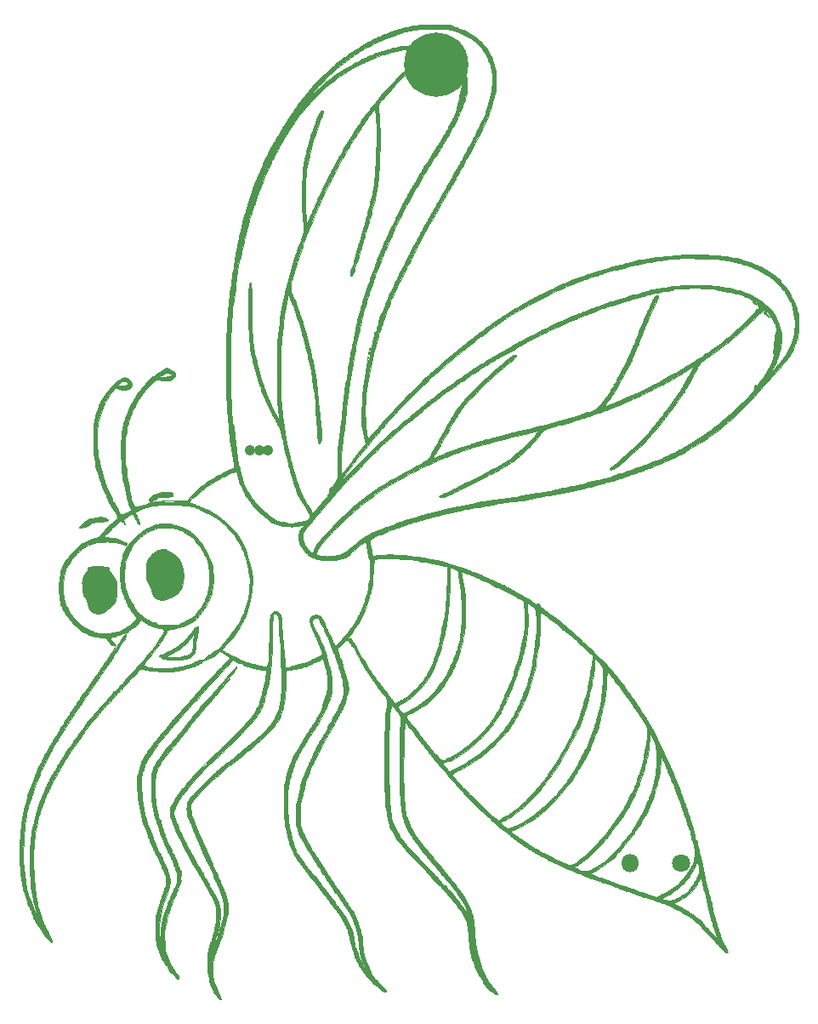
<source format=gbr>
%TF.GenerationSoftware,KiCad,Pcbnew,(6.0.1)*%
%TF.CreationDate,2022-06-24T20:37:33-05:00*%
%TF.ProjectId,mosquito,6d6f7371-7569-4746-9f2e-6b696361645f,rev?*%
%TF.SameCoordinates,Original*%
%TF.FileFunction,Soldermask,Top*%
%TF.FilePolarity,Negative*%
%FSLAX46Y46*%
G04 Gerber Fmt 4.6, Leading zero omitted, Abs format (unit mm)*
G04 Created by KiCad (PCBNEW (6.0.1)) date 2022-06-24 20:37:33*
%MOMM*%
%LPD*%
G01*
G04 APERTURE LIST*
G04 Aperture macros list*
%AMRoundRect*
0 Rectangle with rounded corners*
0 $1 Rounding radius*
0 $2 $3 $4 $5 $6 $7 $8 $9 X,Y pos of 4 corners*
0 Add a 4 corners polygon primitive as box body*
4,1,4,$2,$3,$4,$5,$6,$7,$8,$9,$2,$3,0*
0 Add four circle primitives for the rounded corners*
1,1,$1+$1,$2,$3*
1,1,$1+$1,$4,$5*
1,1,$1+$1,$6,$7*
1,1,$1+$1,$8,$9*
0 Add four rect primitives between the rounded corners*
20,1,$1+$1,$2,$3,$4,$5,0*
20,1,$1+$1,$4,$5,$6,$7,0*
20,1,$1+$1,$6,$7,$8,$9,0*
20,1,$1+$1,$8,$9,$2,$3,0*%
G04 Aperture macros list end*
%ADD10C,0.010000*%
%ADD11C,6.400000*%
%ADD12C,1.050000*%
%ADD13C,1.800000*%
%ADD14O,1.800000X1.800000*%
%ADD15RoundRect,0.200000X-0.900000X0.900000X-0.900000X-0.900000X0.900000X-0.900000X0.900000X0.900000X0*%
%ADD16C,2.200000*%
G04 APERTURE END LIST*
D10*
%TO.C,G\u002A\u002A\u002A*%
X127071935Y-98355191D02*
X127199508Y-98379780D01*
X127199508Y-98379780D02*
X127342932Y-98425813D01*
X127342932Y-98425813D02*
X127508634Y-98494469D01*
X127508634Y-98494469D02*
X127675758Y-98573439D01*
X127675758Y-98573439D02*
X127961569Y-98734523D01*
X127961569Y-98734523D02*
X128213600Y-98919810D01*
X128213600Y-98919810D02*
X128431235Y-99128665D01*
X128431235Y-99128665D02*
X128613857Y-99360456D01*
X128613857Y-99360456D02*
X128760852Y-99614546D01*
X128760852Y-99614546D02*
X128822329Y-99753582D01*
X128822329Y-99753582D02*
X128910022Y-100011984D01*
X128910022Y-100011984D02*
X128976956Y-100291419D01*
X128976956Y-100291419D02*
X129022928Y-100584356D01*
X129022928Y-100584356D02*
X129047734Y-100883264D01*
X129047734Y-100883264D02*
X129051173Y-101180611D01*
X129051173Y-101180611D02*
X129033040Y-101468865D01*
X129033040Y-101468865D02*
X128993133Y-101740494D01*
X128993133Y-101740494D02*
X128931248Y-101987967D01*
X128931248Y-101987967D02*
X128886007Y-102115467D01*
X128886007Y-102115467D02*
X128814267Y-102259768D01*
X128814267Y-102259768D02*
X128713156Y-102415111D01*
X128713156Y-102415111D02*
X128590551Y-102572425D01*
X128590551Y-102572425D02*
X128454329Y-102722632D01*
X128454329Y-102722632D02*
X128312368Y-102856661D01*
X128312368Y-102856661D02*
X128172544Y-102965436D01*
X128172544Y-102965436D02*
X128117586Y-103000673D01*
X128117586Y-103000673D02*
X127919316Y-103095579D01*
X127919316Y-103095579D02*
X127702442Y-103158047D01*
X127702442Y-103158047D02*
X127477895Y-103185967D01*
X127477895Y-103185967D02*
X127256608Y-103177228D01*
X127256608Y-103177228D02*
X127225856Y-103172858D01*
X127225856Y-103172858D02*
X126990305Y-103120262D01*
X126990305Y-103120262D02*
X126753555Y-103038012D01*
X126753555Y-103038012D02*
X126528009Y-102931471D01*
X126528009Y-102931471D02*
X126326073Y-102806002D01*
X126326073Y-102806002D02*
X126257989Y-102754382D01*
X126257989Y-102754382D02*
X126053651Y-102563711D01*
X126053651Y-102563711D02*
X125871342Y-102340501D01*
X125871342Y-102340501D02*
X125712442Y-102089167D01*
X125712442Y-102089167D02*
X125578327Y-101814122D01*
X125578327Y-101814122D02*
X125470377Y-101519783D01*
X125470377Y-101519783D02*
X125389970Y-101210564D01*
X125389970Y-101210564D02*
X125338484Y-100890881D01*
X125338484Y-100890881D02*
X125317298Y-100565147D01*
X125317298Y-100565147D02*
X125327791Y-100237779D01*
X125327791Y-100237779D02*
X125371188Y-99913994D01*
X125371188Y-99913994D02*
X125388226Y-99846591D01*
X125388226Y-99846591D02*
X125794860Y-99846591D01*
X125794860Y-99846591D02*
X125814691Y-100063568D01*
X125814691Y-100063568D02*
X125871757Y-100262914D01*
X125871757Y-100262914D02*
X125963794Y-100441653D01*
X125963794Y-100441653D02*
X126088541Y-100596809D01*
X126088541Y-100596809D02*
X126243736Y-100725408D01*
X126243736Y-100725408D02*
X126427115Y-100824472D01*
X126427115Y-100824472D02*
X126577867Y-100876536D01*
X126577867Y-100876536D02*
X126676541Y-100894688D01*
X126676541Y-100894688D02*
X126805911Y-100902864D01*
X126805911Y-100902864D02*
X126937700Y-100902451D01*
X126937700Y-100902451D02*
X127047316Y-100898862D01*
X127047316Y-100898862D02*
X127126016Y-100892915D01*
X127126016Y-100892915D02*
X127185218Y-100882519D01*
X127185218Y-100882519D02*
X127236340Y-100865584D01*
X127236340Y-100865584D02*
X127290799Y-100840018D01*
X127290799Y-100840018D02*
X127297534Y-100836563D01*
X127297534Y-100836563D02*
X127382177Y-100782497D01*
X127382177Y-100782497D02*
X127480848Y-100703151D01*
X127480848Y-100703151D02*
X127585136Y-100607072D01*
X127585136Y-100607072D02*
X127686630Y-100502808D01*
X127686630Y-100502808D02*
X127776919Y-100398903D01*
X127776919Y-100398903D02*
X127847592Y-100303905D01*
X127847592Y-100303905D02*
X127884161Y-100240478D01*
X127884161Y-100240478D02*
X127906467Y-100190500D01*
X127906467Y-100190500D02*
X127922236Y-100146083D01*
X127922236Y-100146083D02*
X127932608Y-100098434D01*
X127932608Y-100098434D02*
X127938720Y-100038760D01*
X127938720Y-100038760D02*
X127941711Y-99958267D01*
X127941711Y-99958267D02*
X127942717Y-99848161D01*
X127942717Y-99848161D02*
X127942826Y-99787134D01*
X127942826Y-99787134D02*
X127940647Y-99623846D01*
X127940647Y-99623846D02*
X127932408Y-99494793D01*
X127932408Y-99494793D02*
X127916041Y-99392062D01*
X127916041Y-99392062D02*
X127889476Y-99307744D01*
X127889476Y-99307744D02*
X127850645Y-99233926D01*
X127850645Y-99233926D02*
X127797480Y-99162699D01*
X127797480Y-99162699D02*
X127771876Y-99133316D01*
X127771876Y-99133316D02*
X127624026Y-98997024D01*
X127624026Y-98997024D02*
X127458323Y-98898130D01*
X127458323Y-98898130D02*
X127272672Y-98835723D01*
X127272672Y-98835723D02*
X127064974Y-98808892D01*
X127064974Y-98808892D02*
X127022367Y-98807735D01*
X127022367Y-98807735D02*
X126842966Y-98815448D01*
X126842966Y-98815448D02*
X126682335Y-98846116D01*
X126682335Y-98846116D02*
X126521276Y-98903969D01*
X126521276Y-98903969D02*
X126461450Y-98931329D01*
X126461450Y-98931329D02*
X126279965Y-99038600D01*
X126279965Y-99038600D02*
X126130858Y-99171884D01*
X126130858Y-99171884D02*
X126038260Y-99290897D01*
X126038260Y-99290897D02*
X125995196Y-99361740D01*
X125995196Y-99361740D02*
X125975828Y-99407064D01*
X125975828Y-99407064D02*
X125980156Y-99424237D01*
X125980156Y-99424237D02*
X126008183Y-99410629D01*
X126008183Y-99410629D02*
X126038200Y-99384888D01*
X126038200Y-99384888D02*
X126091034Y-99335254D01*
X126091034Y-99335254D02*
X126091034Y-99393749D01*
X126091034Y-99393749D02*
X126077404Y-99445089D01*
X126077404Y-99445089D02*
X126033525Y-99505768D01*
X126033525Y-99505768D02*
X125995784Y-99544815D01*
X125995784Y-99544815D02*
X125942695Y-99600933D01*
X125942695Y-99600933D02*
X125912566Y-99650230D01*
X125912566Y-99650230D02*
X125903528Y-99704196D01*
X125903528Y-99704196D02*
X125913711Y-99774323D01*
X125913711Y-99774323D02*
X125941247Y-99872104D01*
X125941247Y-99872104D02*
X125942098Y-99874862D01*
X125942098Y-99874862D02*
X126017017Y-100059115D01*
X126017017Y-100059115D02*
X126120638Y-100227619D01*
X126120638Y-100227619D02*
X126247088Y-100373054D01*
X126247088Y-100373054D02*
X126390494Y-100488099D01*
X126390494Y-100488099D02*
X126471023Y-100534080D01*
X126471023Y-100534080D02*
X126553067Y-100571206D01*
X126553067Y-100571206D02*
X126622436Y-100591716D01*
X126622436Y-100591716D02*
X126699454Y-100600219D01*
X126699454Y-100600219D02*
X126768367Y-100601493D01*
X126768367Y-100601493D02*
X126861928Y-100598721D01*
X126861928Y-100598721D02*
X126934155Y-100587185D01*
X126934155Y-100587185D02*
X127005769Y-100562057D01*
X127005769Y-100562057D02*
X127073615Y-100530368D01*
X127073615Y-100530368D02*
X127184273Y-100464220D01*
X127184273Y-100464220D02*
X127294044Y-100378298D01*
X127294044Y-100378298D02*
X127392217Y-100282575D01*
X127392217Y-100282575D02*
X127468079Y-100187023D01*
X127468079Y-100187023D02*
X127497601Y-100135682D01*
X127497601Y-100135682D02*
X127523234Y-100049332D01*
X127523234Y-100049332D02*
X127535064Y-99935302D01*
X127535064Y-99935302D02*
X127533009Y-99805961D01*
X127533009Y-99805961D02*
X127516987Y-99673675D01*
X127516987Y-99673675D02*
X127501119Y-99599914D01*
X127501119Y-99599914D02*
X127438053Y-99417790D01*
X127438053Y-99417790D02*
X127346681Y-99242616D01*
X127346681Y-99242616D02*
X127233759Y-99084794D01*
X127233759Y-99084794D02*
X127106045Y-98954726D01*
X127106045Y-98954726D02*
X127056883Y-98916070D01*
X127056883Y-98916070D02*
X127010262Y-98880317D01*
X127010262Y-98880317D02*
X126996013Y-98862080D01*
X126996013Y-98862080D02*
X127010866Y-98856034D01*
X127010866Y-98856034D02*
X127019871Y-98855800D01*
X127019871Y-98855800D02*
X127106228Y-98875486D01*
X127106228Y-98875486D02*
X127198402Y-98931037D01*
X127198402Y-98931037D02*
X127292165Y-99017192D01*
X127292165Y-99017192D02*
X127383293Y-99128692D01*
X127383293Y-99128692D02*
X127467560Y-99260276D01*
X127467560Y-99260276D02*
X127540740Y-99406683D01*
X127540740Y-99406683D02*
X127598608Y-99562655D01*
X127598608Y-99562655D02*
X127605044Y-99584252D01*
X127605044Y-99584252D02*
X127630085Y-99722394D01*
X127630085Y-99722394D02*
X127632151Y-99871161D01*
X127632151Y-99871161D02*
X127612198Y-100014471D01*
X127612198Y-100014471D02*
X127572378Y-100133756D01*
X127572378Y-100133756D02*
X127494776Y-100259470D01*
X127494776Y-100259470D02*
X127388123Y-100380979D01*
X127388123Y-100380979D02*
X127264885Y-100485797D01*
X127264885Y-100485797D02*
X127152367Y-100554437D01*
X127152367Y-100554437D02*
X127087189Y-100585009D01*
X127087189Y-100585009D02*
X127033336Y-100604873D01*
X127033336Y-100604873D02*
X126978353Y-100616325D01*
X126978353Y-100616325D02*
X126909782Y-100621658D01*
X126909782Y-100621658D02*
X126815169Y-100623167D01*
X126815169Y-100623167D02*
X126778950Y-100623217D01*
X126778950Y-100623217D02*
X126633822Y-100619654D01*
X126633822Y-100619654D02*
X126519722Y-100607218D01*
X126519722Y-100607218D02*
X126425811Y-100583291D01*
X126425811Y-100583291D02*
X126341249Y-100545254D01*
X126341249Y-100545254D02*
X126268742Y-100499953D01*
X126268742Y-100499953D02*
X126170840Y-100415402D01*
X126170840Y-100415402D02*
X126081731Y-100301194D01*
X126081731Y-100301194D02*
X125998602Y-100153065D01*
X125998602Y-100153065D02*
X125920788Y-99972330D01*
X125920788Y-99972330D02*
X125876063Y-99862812D01*
X125876063Y-99862812D02*
X125841696Y-99793646D01*
X125841696Y-99793646D02*
X125817136Y-99764280D01*
X125817136Y-99764280D02*
X125801830Y-99774165D01*
X125801830Y-99774165D02*
X125795225Y-99822747D01*
X125795225Y-99822747D02*
X125794860Y-99846591D01*
X125794860Y-99846591D02*
X125388226Y-99846591D01*
X125388226Y-99846591D02*
X125444256Y-99624949D01*
X125444256Y-99624949D02*
X125549826Y-99362945D01*
X125549826Y-99362945D02*
X125688013Y-99127853D01*
X125688013Y-99127853D02*
X125858934Y-98919543D01*
X125858934Y-98919543D02*
X126062704Y-98737883D01*
X126062704Y-98737883D02*
X126299441Y-98582743D01*
X126299441Y-98582743D02*
X126569259Y-98453993D01*
X126569259Y-98453993D02*
X126720048Y-98398314D01*
X126720048Y-98398314D02*
X126838632Y-98365636D01*
X126838632Y-98365636D02*
X126953786Y-98350869D01*
X126953786Y-98350869D02*
X127071935Y-98355191D01*
X127071935Y-98355191D02*
X127071935Y-98355191D01*
G36*
X125549826Y-99362945D02*
G01*
X125688013Y-99127853D01*
X125858934Y-98919543D01*
X126062704Y-98737883D01*
X126299441Y-98582743D01*
X126569259Y-98453993D01*
X126720048Y-98398314D01*
X126838632Y-98365636D01*
X126953786Y-98350869D01*
X127071935Y-98355191D01*
X127199508Y-98379780D01*
X127342932Y-98425813D01*
X127508634Y-98494469D01*
X127675758Y-98573439D01*
X127961569Y-98734523D01*
X128213600Y-98919810D01*
X128431235Y-99128665D01*
X128613857Y-99360456D01*
X128760852Y-99614546D01*
X128822329Y-99753582D01*
X128910022Y-100011984D01*
X128976956Y-100291419D01*
X129022928Y-100584356D01*
X129047734Y-100883264D01*
X129051173Y-101180611D01*
X129033040Y-101468865D01*
X128993133Y-101740494D01*
X128931248Y-101987967D01*
X128886007Y-102115467D01*
X128814267Y-102259768D01*
X128713156Y-102415111D01*
X128590551Y-102572425D01*
X128454329Y-102722632D01*
X128312368Y-102856661D01*
X128172544Y-102965436D01*
X128117586Y-103000673D01*
X127919316Y-103095579D01*
X127702442Y-103158047D01*
X127477895Y-103185967D01*
X127256608Y-103177228D01*
X127225856Y-103172858D01*
X126990305Y-103120262D01*
X126753555Y-103038012D01*
X126528009Y-102931471D01*
X126326073Y-102806002D01*
X126257989Y-102754382D01*
X126053651Y-102563711D01*
X125871342Y-102340501D01*
X125712442Y-102089167D01*
X125578327Y-101814122D01*
X125470377Y-101519783D01*
X125389970Y-101210564D01*
X125338484Y-100890881D01*
X125317298Y-100565147D01*
X125327791Y-100237779D01*
X125371188Y-99913994D01*
X125388226Y-99846591D01*
X125794860Y-99846591D01*
X125814691Y-100063568D01*
X125871757Y-100262914D01*
X125963794Y-100441653D01*
X126088541Y-100596809D01*
X126243736Y-100725408D01*
X126427115Y-100824472D01*
X126577867Y-100876536D01*
X126676541Y-100894688D01*
X126805911Y-100902864D01*
X126937700Y-100902451D01*
X127047316Y-100898862D01*
X127126016Y-100892915D01*
X127185218Y-100882519D01*
X127236340Y-100865584D01*
X127290799Y-100840018D01*
X127297534Y-100836563D01*
X127382177Y-100782497D01*
X127480848Y-100703151D01*
X127585136Y-100607072D01*
X127686630Y-100502808D01*
X127776919Y-100398903D01*
X127847592Y-100303905D01*
X127884161Y-100240478D01*
X127906467Y-100190500D01*
X127922236Y-100146083D01*
X127932608Y-100098434D01*
X127938720Y-100038760D01*
X127941711Y-99958267D01*
X127942717Y-99848161D01*
X127942826Y-99787134D01*
X127940647Y-99623846D01*
X127932408Y-99494793D01*
X127916041Y-99392062D01*
X127889476Y-99307744D01*
X127850645Y-99233926D01*
X127797480Y-99162699D01*
X127771876Y-99133316D01*
X127624026Y-98997024D01*
X127458323Y-98898130D01*
X127272672Y-98835723D01*
X127064974Y-98808892D01*
X127022367Y-98807735D01*
X126842966Y-98815448D01*
X126682335Y-98846116D01*
X126521276Y-98903969D01*
X126461450Y-98931329D01*
X126279965Y-99038600D01*
X126130858Y-99171884D01*
X126038260Y-99290897D01*
X125995196Y-99361740D01*
X125975828Y-99407064D01*
X125980156Y-99424237D01*
X126008183Y-99410629D01*
X126038200Y-99384888D01*
X126091034Y-99335254D01*
X126091034Y-99393749D01*
X126077404Y-99445089D01*
X126033525Y-99505768D01*
X125995784Y-99544815D01*
X125942695Y-99600933D01*
X125912566Y-99650230D01*
X125903528Y-99704196D01*
X125913711Y-99774323D01*
X125941247Y-99872104D01*
X125942098Y-99874862D01*
X126017017Y-100059115D01*
X126120638Y-100227619D01*
X126247088Y-100373054D01*
X126390494Y-100488099D01*
X126471023Y-100534080D01*
X126553067Y-100571206D01*
X126622436Y-100591716D01*
X126699454Y-100600219D01*
X126768367Y-100601493D01*
X126861928Y-100598721D01*
X126934155Y-100587185D01*
X127005769Y-100562057D01*
X127073615Y-100530368D01*
X127184273Y-100464220D01*
X127294044Y-100378298D01*
X127392217Y-100282575D01*
X127468079Y-100187023D01*
X127497601Y-100135682D01*
X127523234Y-100049332D01*
X127535064Y-99935302D01*
X127533009Y-99805961D01*
X127516987Y-99673675D01*
X127501119Y-99599914D01*
X127438053Y-99417790D01*
X127346681Y-99242616D01*
X127233759Y-99084794D01*
X127106045Y-98954726D01*
X127056883Y-98916070D01*
X127010262Y-98880317D01*
X126996013Y-98862080D01*
X127010866Y-98856034D01*
X127019871Y-98855800D01*
X127106228Y-98875486D01*
X127198402Y-98931037D01*
X127292165Y-99017192D01*
X127383293Y-99128692D01*
X127467560Y-99260276D01*
X127540740Y-99406683D01*
X127598608Y-99562655D01*
X127605044Y-99584252D01*
X127630085Y-99722394D01*
X127632151Y-99871161D01*
X127612198Y-100014471D01*
X127572378Y-100133756D01*
X127494776Y-100259470D01*
X127388123Y-100380979D01*
X127264885Y-100485797D01*
X127152367Y-100554437D01*
X127087189Y-100585009D01*
X127033336Y-100604873D01*
X126978353Y-100616325D01*
X126909782Y-100621658D01*
X126815169Y-100623167D01*
X126778950Y-100623217D01*
X126633822Y-100619654D01*
X126519722Y-100607218D01*
X126425811Y-100583291D01*
X126341249Y-100545254D01*
X126268742Y-100499953D01*
X126170840Y-100415402D01*
X126081731Y-100301194D01*
X125998602Y-100153065D01*
X125920788Y-99972330D01*
X125876063Y-99862812D01*
X125841696Y-99793646D01*
X125817136Y-99764280D01*
X125801830Y-99774165D01*
X125795225Y-99822747D01*
X125794860Y-99846591D01*
X125388226Y-99846591D01*
X125444256Y-99624949D01*
X125549826Y-99362945D01*
G37*
X125549826Y-99362945D02*
X125688013Y-99127853D01*
X125858934Y-98919543D01*
X126062704Y-98737883D01*
X126299441Y-98582743D01*
X126569259Y-98453993D01*
X126720048Y-98398314D01*
X126838632Y-98365636D01*
X126953786Y-98350869D01*
X127071935Y-98355191D01*
X127199508Y-98379780D01*
X127342932Y-98425813D01*
X127508634Y-98494469D01*
X127675758Y-98573439D01*
X127961569Y-98734523D01*
X128213600Y-98919810D01*
X128431235Y-99128665D01*
X128613857Y-99360456D01*
X128760852Y-99614546D01*
X128822329Y-99753582D01*
X128910022Y-100011984D01*
X128976956Y-100291419D01*
X129022928Y-100584356D01*
X129047734Y-100883264D01*
X129051173Y-101180611D01*
X129033040Y-101468865D01*
X128993133Y-101740494D01*
X128931248Y-101987967D01*
X128886007Y-102115467D01*
X128814267Y-102259768D01*
X128713156Y-102415111D01*
X128590551Y-102572425D01*
X128454329Y-102722632D01*
X128312368Y-102856661D01*
X128172544Y-102965436D01*
X128117586Y-103000673D01*
X127919316Y-103095579D01*
X127702442Y-103158047D01*
X127477895Y-103185967D01*
X127256608Y-103177228D01*
X127225856Y-103172858D01*
X126990305Y-103120262D01*
X126753555Y-103038012D01*
X126528009Y-102931471D01*
X126326073Y-102806002D01*
X126257989Y-102754382D01*
X126053651Y-102563711D01*
X125871342Y-102340501D01*
X125712442Y-102089167D01*
X125578327Y-101814122D01*
X125470377Y-101519783D01*
X125389970Y-101210564D01*
X125338484Y-100890881D01*
X125317298Y-100565147D01*
X125327791Y-100237779D01*
X125371188Y-99913994D01*
X125388226Y-99846591D01*
X125794860Y-99846591D01*
X125814691Y-100063568D01*
X125871757Y-100262914D01*
X125963794Y-100441653D01*
X126088541Y-100596809D01*
X126243736Y-100725408D01*
X126427115Y-100824472D01*
X126577867Y-100876536D01*
X126676541Y-100894688D01*
X126805911Y-100902864D01*
X126937700Y-100902451D01*
X127047316Y-100898862D01*
X127126016Y-100892915D01*
X127185218Y-100882519D01*
X127236340Y-100865584D01*
X127290799Y-100840018D01*
X127297534Y-100836563D01*
X127382177Y-100782497D01*
X127480848Y-100703151D01*
X127585136Y-100607072D01*
X127686630Y-100502808D01*
X127776919Y-100398903D01*
X127847592Y-100303905D01*
X127884161Y-100240478D01*
X127906467Y-100190500D01*
X127922236Y-100146083D01*
X127932608Y-100098434D01*
X127938720Y-100038760D01*
X127941711Y-99958267D01*
X127942717Y-99848161D01*
X127942826Y-99787134D01*
X127940647Y-99623846D01*
X127932408Y-99494793D01*
X127916041Y-99392062D01*
X127889476Y-99307744D01*
X127850645Y-99233926D01*
X127797480Y-99162699D01*
X127771876Y-99133316D01*
X127624026Y-98997024D01*
X127458323Y-98898130D01*
X127272672Y-98835723D01*
X127064974Y-98808892D01*
X127022367Y-98807735D01*
X126842966Y-98815448D01*
X126682335Y-98846116D01*
X126521276Y-98903969D01*
X126461450Y-98931329D01*
X126279965Y-99038600D01*
X126130858Y-99171884D01*
X126038260Y-99290897D01*
X125995196Y-99361740D01*
X125975828Y-99407064D01*
X125980156Y-99424237D01*
X126008183Y-99410629D01*
X126038200Y-99384888D01*
X126091034Y-99335254D01*
X126091034Y-99393749D01*
X126077404Y-99445089D01*
X126033525Y-99505768D01*
X125995784Y-99544815D01*
X125942695Y-99600933D01*
X125912566Y-99650230D01*
X125903528Y-99704196D01*
X125913711Y-99774323D01*
X125941247Y-99872104D01*
X125942098Y-99874862D01*
X126017017Y-100059115D01*
X126120638Y-100227619D01*
X126247088Y-100373054D01*
X126390494Y-100488099D01*
X126471023Y-100534080D01*
X126553067Y-100571206D01*
X126622436Y-100591716D01*
X126699454Y-100600219D01*
X126768367Y-100601493D01*
X126861928Y-100598721D01*
X126934155Y-100587185D01*
X127005769Y-100562057D01*
X127073615Y-100530368D01*
X127184273Y-100464220D01*
X127294044Y-100378298D01*
X127392217Y-100282575D01*
X127468079Y-100187023D01*
X127497601Y-100135682D01*
X127523234Y-100049332D01*
X127535064Y-99935302D01*
X127533009Y-99805961D01*
X127516987Y-99673675D01*
X127501119Y-99599914D01*
X127438053Y-99417790D01*
X127346681Y-99242616D01*
X127233759Y-99084794D01*
X127106045Y-98954726D01*
X127056883Y-98916070D01*
X127010262Y-98880317D01*
X126996013Y-98862080D01*
X127010866Y-98856034D01*
X127019871Y-98855800D01*
X127106228Y-98875486D01*
X127198402Y-98931037D01*
X127292165Y-99017192D01*
X127383293Y-99128692D01*
X127467560Y-99260276D01*
X127540740Y-99406683D01*
X127598608Y-99562655D01*
X127605044Y-99584252D01*
X127630085Y-99722394D01*
X127632151Y-99871161D01*
X127612198Y-100014471D01*
X127572378Y-100133756D01*
X127494776Y-100259470D01*
X127388123Y-100380979D01*
X127264885Y-100485797D01*
X127152367Y-100554437D01*
X127087189Y-100585009D01*
X127033336Y-100604873D01*
X126978353Y-100616325D01*
X126909782Y-100621658D01*
X126815169Y-100623167D01*
X126778950Y-100623217D01*
X126633822Y-100619654D01*
X126519722Y-100607218D01*
X126425811Y-100583291D01*
X126341249Y-100545254D01*
X126268742Y-100499953D01*
X126170840Y-100415402D01*
X126081731Y-100301194D01*
X125998602Y-100153065D01*
X125920788Y-99972330D01*
X125876063Y-99862812D01*
X125841696Y-99793646D01*
X125817136Y-99764280D01*
X125801830Y-99774165D01*
X125795225Y-99822747D01*
X125794860Y-99846591D01*
X125388226Y-99846591D01*
X125444256Y-99624949D01*
X125549826Y-99362945D01*
X147631583Y-78338222D02*
X147636977Y-78401947D01*
X147636977Y-78401947D02*
X147634675Y-78462752D01*
X147634675Y-78462752D02*
X147623658Y-78534361D01*
X147623658Y-78534361D02*
X147603423Y-78571558D01*
X147603423Y-78571558D02*
X147576197Y-78570912D01*
X147576197Y-78570912D02*
X147568586Y-78564463D01*
X147568586Y-78564463D02*
X147556037Y-78529103D01*
X147556037Y-78529103D02*
X147553100Y-78469985D01*
X147553100Y-78469985D02*
X147558563Y-78404278D01*
X147558563Y-78404278D02*
X147571216Y-78349151D01*
X147571216Y-78349151D02*
X147585533Y-78324341D01*
X147585533Y-78324341D02*
X147614622Y-78312882D01*
X147614622Y-78312882D02*
X147631583Y-78338222D01*
X147631583Y-78338222D02*
X147631583Y-78338222D01*
G36*
X147631583Y-78338222D02*
G01*
X147636977Y-78401947D01*
X147634675Y-78462752D01*
X147623658Y-78534361D01*
X147603423Y-78571558D01*
X147576197Y-78570912D01*
X147568586Y-78564463D01*
X147556037Y-78529103D01*
X147553100Y-78469985D01*
X147558563Y-78404278D01*
X147571216Y-78349151D01*
X147585533Y-78324341D01*
X147614622Y-78312882D01*
X147631583Y-78338222D01*
G37*
X147631583Y-78338222D02*
X147636977Y-78401947D01*
X147634675Y-78462752D01*
X147623658Y-78534361D01*
X147603423Y-78571558D01*
X147576197Y-78570912D01*
X147568586Y-78564463D01*
X147556037Y-78529103D01*
X147553100Y-78469985D01*
X147558563Y-78404278D01*
X147571216Y-78349151D01*
X147585533Y-78324341D01*
X147614622Y-78312882D01*
X147631583Y-78338222D01*
X147528117Y-78734562D02*
X147534747Y-78791333D01*
X147534747Y-78791333D02*
X147537150Y-78860550D01*
X147537150Y-78860550D02*
X147536059Y-78900925D01*
X147536059Y-78900925D02*
X147521434Y-78945834D01*
X147521434Y-78945834D02*
X147491088Y-78960215D01*
X147491088Y-78960215D02*
X147462311Y-78945022D01*
X147462311Y-78945022D02*
X147449971Y-78909416D01*
X147449971Y-78909416D02*
X147448859Y-78851469D01*
X147448859Y-78851469D02*
X147457602Y-78789256D01*
X147457602Y-78789256D02*
X147474825Y-78740849D01*
X147474825Y-78740849D02*
X147478220Y-78735671D01*
X147478220Y-78735671D02*
X147504690Y-78708173D01*
X147504690Y-78708173D02*
X147518591Y-78705167D01*
X147518591Y-78705167D02*
X147528117Y-78734562D01*
X147528117Y-78734562D02*
X147528117Y-78734562D01*
G36*
X147528117Y-78734562D02*
G01*
X147534747Y-78791333D01*
X147537150Y-78860550D01*
X147536059Y-78900925D01*
X147521434Y-78945834D01*
X147491088Y-78960215D01*
X147462311Y-78945022D01*
X147449971Y-78909416D01*
X147448859Y-78851469D01*
X147457602Y-78789256D01*
X147474825Y-78740849D01*
X147478220Y-78735671D01*
X147504690Y-78708173D01*
X147518591Y-78705167D01*
X147528117Y-78734562D01*
G37*
X147528117Y-78734562D02*
X147534747Y-78791333D01*
X147537150Y-78860550D01*
X147536059Y-78900925D01*
X147521434Y-78945834D01*
X147491088Y-78960215D01*
X147462311Y-78945022D01*
X147449971Y-78909416D01*
X147448859Y-78851469D01*
X147457602Y-78789256D01*
X147474825Y-78740849D01*
X147478220Y-78735671D01*
X147504690Y-78708173D01*
X147518591Y-78705167D01*
X147528117Y-78734562D01*
X147460250Y-79178238D02*
X147469367Y-79202550D01*
X147469367Y-79202550D02*
X147458332Y-79230724D01*
X147458332Y-79230724D02*
X147448945Y-79234300D01*
X147448945Y-79234300D02*
X147419550Y-79254830D01*
X147419550Y-79254830D02*
X147392601Y-79313889D01*
X147392601Y-79313889D02*
X147369718Y-79407680D01*
X147369718Y-79407680D02*
X147366044Y-79428633D01*
X147366044Y-79428633D02*
X147347316Y-79541217D01*
X147347316Y-79541217D02*
X147344841Y-79409921D01*
X147344841Y-79409921D02*
X147347441Y-79330175D01*
X147347441Y-79330175D02*
X147356730Y-79260138D01*
X147356730Y-79260138D02*
X147366931Y-79224713D01*
X147366931Y-79224713D02*
X147395709Y-79188121D01*
X147395709Y-79188121D02*
X147431353Y-79171648D01*
X147431353Y-79171648D02*
X147460250Y-79178238D01*
X147460250Y-79178238D02*
X147460250Y-79178238D01*
G36*
X147460250Y-79178238D02*
G01*
X147469367Y-79202550D01*
X147458332Y-79230724D01*
X147448945Y-79234300D01*
X147419550Y-79254830D01*
X147392601Y-79313889D01*
X147369718Y-79407680D01*
X147366044Y-79428633D01*
X147347316Y-79541217D01*
X147344841Y-79409921D01*
X147347441Y-79330175D01*
X147356730Y-79260138D01*
X147366931Y-79224713D01*
X147395709Y-79188121D01*
X147431353Y-79171648D01*
X147460250Y-79178238D01*
G37*
X147460250Y-79178238D02*
X147469367Y-79202550D01*
X147458332Y-79230724D01*
X147448945Y-79234300D01*
X147419550Y-79254830D01*
X147392601Y-79313889D01*
X147369718Y-79407680D01*
X147366044Y-79428633D01*
X147347316Y-79541217D01*
X147344841Y-79409921D01*
X147347441Y-79330175D01*
X147356730Y-79260138D01*
X147366931Y-79224713D01*
X147395709Y-79188121D01*
X147431353Y-79171648D01*
X147460250Y-79178238D01*
X147424598Y-79614200D02*
X147414186Y-79645319D01*
X147414186Y-79645319D02*
X147393602Y-79672949D01*
X147393602Y-79672949D02*
X147371493Y-79677373D01*
X147371493Y-79677373D02*
X147363534Y-79660225D01*
X147363534Y-79660225D02*
X147378015Y-79632640D01*
X147378015Y-79632640D02*
X147395284Y-79615300D01*
X147395284Y-79615300D02*
X147421527Y-79598584D01*
X147421527Y-79598584D02*
X147424598Y-79614200D01*
X147424598Y-79614200D02*
X147424598Y-79614200D01*
G36*
X147424598Y-79614200D02*
G01*
X147414186Y-79645319D01*
X147393602Y-79672949D01*
X147371493Y-79677373D01*
X147363534Y-79660225D01*
X147378015Y-79632640D01*
X147395284Y-79615300D01*
X147421527Y-79598584D01*
X147424598Y-79614200D01*
G37*
X147424598Y-79614200D02*
X147414186Y-79645319D01*
X147393602Y-79672949D01*
X147371493Y-79677373D01*
X147363534Y-79660225D01*
X147378015Y-79632640D01*
X147395284Y-79615300D01*
X147421527Y-79598584D01*
X147424598Y-79614200D01*
X185747735Y-73720294D02*
X185796870Y-73740717D01*
X185796870Y-73740717D02*
X185862037Y-73772786D01*
X185862037Y-73772786D02*
X185933247Y-73811195D01*
X185933247Y-73811195D02*
X186000512Y-73850636D01*
X186000512Y-73850636D02*
X186053843Y-73885803D01*
X186053843Y-73885803D02*
X186075848Y-73903428D01*
X186075848Y-73903428D02*
X186107121Y-73945353D01*
X186107121Y-73945353D02*
X186115374Y-73981600D01*
X186115374Y-73981600D02*
X186091869Y-74014752D01*
X186091869Y-74014752D02*
X186044199Y-74019808D01*
X186044199Y-74019808D02*
X185979606Y-73997060D01*
X185979606Y-73997060D02*
X185942143Y-73974618D01*
X185942143Y-73974618D02*
X185879171Y-73925554D01*
X185879171Y-73925554D02*
X185818769Y-73867884D01*
X185818769Y-73867884D02*
X185767782Y-73809721D01*
X185767782Y-73809721D02*
X185733055Y-73759177D01*
X185733055Y-73759177D02*
X185721433Y-73724365D01*
X185721433Y-73724365D02*
X185724621Y-73716824D01*
X185724621Y-73716824D02*
X185747735Y-73720294D01*
X185747735Y-73720294D02*
X185747735Y-73720294D01*
G36*
X185747735Y-73720294D02*
G01*
X185796870Y-73740717D01*
X185862037Y-73772786D01*
X185933247Y-73811195D01*
X186000512Y-73850636D01*
X186053843Y-73885803D01*
X186075848Y-73903428D01*
X186107121Y-73945353D01*
X186115374Y-73981600D01*
X186091869Y-74014752D01*
X186044199Y-74019808D01*
X185979606Y-73997060D01*
X185942143Y-73974618D01*
X185879171Y-73925554D01*
X185818769Y-73867884D01*
X185767782Y-73809721D01*
X185733055Y-73759177D01*
X185721433Y-73724365D01*
X185724621Y-73716824D01*
X185747735Y-73720294D01*
G37*
X185747735Y-73720294D02*
X185796870Y-73740717D01*
X185862037Y-73772786D01*
X185933247Y-73811195D01*
X186000512Y-73850636D01*
X186053843Y-73885803D01*
X186075848Y-73903428D01*
X186107121Y-73945353D01*
X186115374Y-73981600D01*
X186091869Y-74014752D01*
X186044199Y-74019808D01*
X185979606Y-73997060D01*
X185942143Y-73974618D01*
X185879171Y-73925554D01*
X185818769Y-73867884D01*
X185767782Y-73809721D01*
X185733055Y-73759177D01*
X185721433Y-73724365D01*
X185724621Y-73716824D01*
X185747735Y-73720294D01*
X127497958Y-92658987D02*
X127668176Y-92669950D01*
X127668176Y-92669950D02*
X127799296Y-92689140D01*
X127799296Y-92689140D02*
X127893873Y-92717215D01*
X127893873Y-92717215D02*
X127954460Y-92754835D01*
X127954460Y-92754835D02*
X127975484Y-92782121D01*
X127975484Y-92782121D02*
X127990021Y-92835337D01*
X127990021Y-92835337D02*
X127995343Y-92910349D01*
X127995343Y-92910349D02*
X127991517Y-92987648D01*
X127991517Y-92987648D02*
X127978614Y-93047729D01*
X127978614Y-93047729D02*
X127974507Y-93056806D01*
X127974507Y-93056806D02*
X127956490Y-93079307D01*
X127956490Y-93079307D02*
X127925997Y-93097923D01*
X127925997Y-93097923D02*
X127878804Y-93113251D01*
X127878804Y-93113251D02*
X127810686Y-93125888D01*
X127810686Y-93125888D02*
X127717418Y-93136432D01*
X127717418Y-93136432D02*
X127594774Y-93145480D01*
X127594774Y-93145480D02*
X127438529Y-93153627D01*
X127438529Y-93153627D02*
X127244459Y-93161473D01*
X127244459Y-93161473D02*
X127230093Y-93161999D01*
X127230093Y-93161999D02*
X127027649Y-93170054D01*
X127027649Y-93170054D02*
X126862588Y-93178607D01*
X126862588Y-93178607D02*
X126729963Y-93188590D01*
X126729963Y-93188590D02*
X126624826Y-93200937D01*
X126624826Y-93200937D02*
X126542230Y-93216579D01*
X126542230Y-93216579D02*
X126477225Y-93236450D01*
X126477225Y-93236450D02*
X126424865Y-93261483D01*
X126424865Y-93261483D02*
X126380202Y-93292611D01*
X126380202Y-93292611D02*
X126339057Y-93330002D01*
X126339057Y-93330002D02*
X126245271Y-93407644D01*
X126245271Y-93407644D02*
X126135127Y-93474363D01*
X126135127Y-93474363D02*
X126016902Y-93527542D01*
X126016902Y-93527542D02*
X125898870Y-93564565D01*
X125898870Y-93564565D02*
X125789307Y-93582816D01*
X125789307Y-93582816D02*
X125696491Y-93579676D01*
X125696491Y-93579676D02*
X125630659Y-93553991D01*
X125630659Y-93553991D02*
X125587906Y-93500209D01*
X125587906Y-93500209D02*
X125581572Y-93430273D01*
X125581572Y-93430273D02*
X125610581Y-93347683D01*
X125610581Y-93347683D02*
X125673856Y-93255940D01*
X125673856Y-93255940D02*
X125745227Y-93181285D01*
X125745227Y-93181285D02*
X125910895Y-93051244D01*
X125910895Y-93051244D02*
X126110635Y-92936598D01*
X126110635Y-92936598D02*
X126338429Y-92839139D01*
X126338429Y-92839139D02*
X126588261Y-92760661D01*
X126588261Y-92760661D02*
X126854112Y-92702958D01*
X126854112Y-92702958D02*
X127129965Y-92667821D01*
X127129965Y-92667821D02*
X127409804Y-92657045D01*
X127409804Y-92657045D02*
X127497958Y-92658987D01*
X127497958Y-92658987D02*
X127497958Y-92658987D01*
G36*
X127497958Y-92658987D02*
G01*
X127668176Y-92669950D01*
X127799296Y-92689140D01*
X127893873Y-92717215D01*
X127954460Y-92754835D01*
X127975484Y-92782121D01*
X127990021Y-92835337D01*
X127995343Y-92910349D01*
X127991517Y-92987648D01*
X127978614Y-93047729D01*
X127974507Y-93056806D01*
X127956490Y-93079307D01*
X127925997Y-93097923D01*
X127878804Y-93113251D01*
X127810686Y-93125888D01*
X127717418Y-93136432D01*
X127594774Y-93145480D01*
X127438529Y-93153627D01*
X127244459Y-93161473D01*
X127230093Y-93161999D01*
X127027649Y-93170054D01*
X126862588Y-93178607D01*
X126729963Y-93188590D01*
X126624826Y-93200937D01*
X126542230Y-93216579D01*
X126477225Y-93236450D01*
X126424865Y-93261483D01*
X126380202Y-93292611D01*
X126339057Y-93330002D01*
X126245271Y-93407644D01*
X126135127Y-93474363D01*
X126016902Y-93527542D01*
X125898870Y-93564565D01*
X125789307Y-93582816D01*
X125696491Y-93579676D01*
X125630659Y-93553991D01*
X125587906Y-93500209D01*
X125581572Y-93430273D01*
X125610581Y-93347683D01*
X125673856Y-93255940D01*
X125745227Y-93181285D01*
X125910895Y-93051244D01*
X126110635Y-92936598D01*
X126338429Y-92839139D01*
X126588261Y-92760661D01*
X126854112Y-92702958D01*
X127129965Y-92667821D01*
X127409804Y-92657045D01*
X127497958Y-92658987D01*
G37*
X127497958Y-92658987D02*
X127668176Y-92669950D01*
X127799296Y-92689140D01*
X127893873Y-92717215D01*
X127954460Y-92754835D01*
X127975484Y-92782121D01*
X127990021Y-92835337D01*
X127995343Y-92910349D01*
X127991517Y-92987648D01*
X127978614Y-93047729D01*
X127974507Y-93056806D01*
X127956490Y-93079307D01*
X127925997Y-93097923D01*
X127878804Y-93113251D01*
X127810686Y-93125888D01*
X127717418Y-93136432D01*
X127594774Y-93145480D01*
X127438529Y-93153627D01*
X127244459Y-93161473D01*
X127230093Y-93161999D01*
X127027649Y-93170054D01*
X126862588Y-93178607D01*
X126729963Y-93188590D01*
X126624826Y-93200937D01*
X126542230Y-93216579D01*
X126477225Y-93236450D01*
X126424865Y-93261483D01*
X126380202Y-93292611D01*
X126339057Y-93330002D01*
X126245271Y-93407644D01*
X126135127Y-93474363D01*
X126016902Y-93527542D01*
X125898870Y-93564565D01*
X125789307Y-93582816D01*
X125696491Y-93579676D01*
X125630659Y-93553991D01*
X125587906Y-93500209D01*
X125581572Y-93430273D01*
X125610581Y-93347683D01*
X125673856Y-93255940D01*
X125745227Y-93181285D01*
X125910895Y-93051244D01*
X126110635Y-92936598D01*
X126338429Y-92839139D01*
X126588261Y-92760661D01*
X126854112Y-92702958D01*
X127129965Y-92667821D01*
X127409804Y-92657045D01*
X127497958Y-92658987D01*
X120913035Y-95163553D02*
X120968700Y-95170243D01*
X120968700Y-95170243D02*
X121092909Y-95190382D01*
X121092909Y-95190382D02*
X121188142Y-95212165D01*
X121188142Y-95212165D02*
X121267681Y-95239814D01*
X121267681Y-95239814D02*
X121344806Y-95277550D01*
X121344806Y-95277550D02*
X121392324Y-95304921D01*
X121392324Y-95304921D02*
X121457303Y-95346620D01*
X121457303Y-95346620D02*
X121492628Y-95379391D01*
X121492628Y-95379391D02*
X121506705Y-95412840D01*
X121506705Y-95412840D02*
X121508450Y-95437599D01*
X121508450Y-95437599D02*
X121502881Y-95474408D01*
X121502881Y-95474408D02*
X121483883Y-95505652D01*
X121483883Y-95505652D02*
X121448024Y-95532071D01*
X121448024Y-95532071D02*
X121391868Y-95554406D01*
X121391868Y-95554406D02*
X121311981Y-95573398D01*
X121311981Y-95573398D02*
X121204930Y-95589787D01*
X121204930Y-95589787D02*
X121067281Y-95604315D01*
X121067281Y-95604315D02*
X120895599Y-95617722D01*
X120895599Y-95617722D02*
X120686449Y-95630749D01*
X120686449Y-95630749D02*
X120587700Y-95636226D01*
X120587700Y-95636226D02*
X120414538Y-95647320D01*
X120414538Y-95647320D02*
X120274405Y-95661594D01*
X120274405Y-95661594D02*
X120157999Y-95681758D01*
X120157999Y-95681758D02*
X120056018Y-95710522D01*
X120056018Y-95710522D02*
X119959159Y-95750596D01*
X119959159Y-95750596D02*
X119858122Y-95804691D01*
X119858122Y-95804691D02*
X119743603Y-95875517D01*
X119743603Y-95875517D02*
X119724926Y-95887597D01*
X119724926Y-95887597D02*
X119608047Y-95962825D01*
X119608047Y-95962825D02*
X119517191Y-96018916D01*
X119517191Y-96018916D02*
X119443273Y-96060386D01*
X119443273Y-96060386D02*
X119377207Y-96091753D01*
X119377207Y-96091753D02*
X119309910Y-96117536D01*
X119309910Y-96117536D02*
X119232295Y-96142252D01*
X119232295Y-96142252D02*
X119184781Y-96156200D01*
X119184781Y-96156200D02*
X119086043Y-96180919D01*
X119086043Y-96180919D02*
X118979450Y-96201360D01*
X118979450Y-96201360D02*
X118875383Y-96216228D01*
X118875383Y-96216228D02*
X118784223Y-96224226D01*
X118784223Y-96224226D02*
X118716351Y-96224056D01*
X118716351Y-96224056D02*
X118687992Y-96218266D01*
X118687992Y-96218266D02*
X118669003Y-96203947D01*
X118669003Y-96203947D02*
X118666344Y-96181350D01*
X118666344Y-96181350D02*
X118682747Y-96145824D01*
X118682747Y-96145824D02*
X118720940Y-96092718D01*
X118720940Y-96092718D02*
X118783655Y-96017378D01*
X118783655Y-96017378D02*
X118850863Y-95940737D01*
X118850863Y-95940737D02*
X119012419Y-95773712D01*
X119012419Y-95773712D02*
X119178001Y-95635276D01*
X119178001Y-95635276D02*
X119357287Y-95519110D01*
X119357287Y-95519110D02*
X119559951Y-95418897D01*
X119559951Y-95418897D02*
X119780989Y-95333397D01*
X119780989Y-95333397D02*
X120017401Y-95261364D01*
X120017401Y-95261364D02*
X120257990Y-95207103D01*
X120257990Y-95207103D02*
X120493577Y-95171873D01*
X120493577Y-95171873D02*
X120714985Y-95156937D01*
X120714985Y-95156937D02*
X120913035Y-95163553D01*
X120913035Y-95163553D02*
X120913035Y-95163553D01*
G36*
X120913035Y-95163553D02*
G01*
X120968700Y-95170243D01*
X121092909Y-95190382D01*
X121188142Y-95212165D01*
X121267681Y-95239814D01*
X121344806Y-95277550D01*
X121392324Y-95304921D01*
X121457303Y-95346620D01*
X121492628Y-95379391D01*
X121506705Y-95412840D01*
X121508450Y-95437599D01*
X121502881Y-95474408D01*
X121483883Y-95505652D01*
X121448024Y-95532071D01*
X121391868Y-95554406D01*
X121311981Y-95573398D01*
X121204930Y-95589787D01*
X121067281Y-95604315D01*
X120895599Y-95617722D01*
X120686449Y-95630749D01*
X120587700Y-95636226D01*
X120414538Y-95647320D01*
X120274405Y-95661594D01*
X120157999Y-95681758D01*
X120056018Y-95710522D01*
X119959159Y-95750596D01*
X119858122Y-95804691D01*
X119743603Y-95875517D01*
X119724926Y-95887597D01*
X119608047Y-95962825D01*
X119517191Y-96018916D01*
X119443273Y-96060386D01*
X119377207Y-96091753D01*
X119309910Y-96117536D01*
X119232295Y-96142252D01*
X119184781Y-96156200D01*
X119086043Y-96180919D01*
X118979450Y-96201360D01*
X118875383Y-96216228D01*
X118784223Y-96224226D01*
X118716351Y-96224056D01*
X118687992Y-96218266D01*
X118669003Y-96203947D01*
X118666344Y-96181350D01*
X118682747Y-96145824D01*
X118720940Y-96092718D01*
X118783655Y-96017378D01*
X118850863Y-95940737D01*
X119012419Y-95773712D01*
X119178001Y-95635276D01*
X119357287Y-95519110D01*
X119559951Y-95418897D01*
X119780989Y-95333397D01*
X120017401Y-95261364D01*
X120257990Y-95207103D01*
X120493577Y-95171873D01*
X120714985Y-95156937D01*
X120913035Y-95163553D01*
G37*
X120913035Y-95163553D02*
X120968700Y-95170243D01*
X121092909Y-95190382D01*
X121188142Y-95212165D01*
X121267681Y-95239814D01*
X121344806Y-95277550D01*
X121392324Y-95304921D01*
X121457303Y-95346620D01*
X121492628Y-95379391D01*
X121506705Y-95412840D01*
X121508450Y-95437599D01*
X121502881Y-95474408D01*
X121483883Y-95505652D01*
X121448024Y-95532071D01*
X121391868Y-95554406D01*
X121311981Y-95573398D01*
X121204930Y-95589787D01*
X121067281Y-95604315D01*
X120895599Y-95617722D01*
X120686449Y-95630749D01*
X120587700Y-95636226D01*
X120414538Y-95647320D01*
X120274405Y-95661594D01*
X120157999Y-95681758D01*
X120056018Y-95710522D01*
X119959159Y-95750596D01*
X119858122Y-95804691D01*
X119743603Y-95875517D01*
X119724926Y-95887597D01*
X119608047Y-95962825D01*
X119517191Y-96018916D01*
X119443273Y-96060386D01*
X119377207Y-96091753D01*
X119309910Y-96117536D01*
X119232295Y-96142252D01*
X119184781Y-96156200D01*
X119086043Y-96180919D01*
X118979450Y-96201360D01*
X118875383Y-96216228D01*
X118784223Y-96224226D01*
X118716351Y-96224056D01*
X118687992Y-96218266D01*
X118669003Y-96203947D01*
X118666344Y-96181350D01*
X118682747Y-96145824D01*
X118720940Y-96092718D01*
X118783655Y-96017378D01*
X118850863Y-95940737D01*
X119012419Y-95773712D01*
X119178001Y-95635276D01*
X119357287Y-95519110D01*
X119559951Y-95418897D01*
X119780989Y-95333397D01*
X120017401Y-95261364D01*
X120257990Y-95207103D01*
X120493577Y-95171873D01*
X120714985Y-95156937D01*
X120913035Y-95163553D01*
X120574717Y-100031753D02*
X120724107Y-100040511D01*
X120724107Y-100040511D02*
X120852598Y-100056480D01*
X120852598Y-100056480D02*
X120915784Y-100069866D01*
X120915784Y-100069866D02*
X121159994Y-100155962D01*
X121159994Y-100155962D02*
X121390886Y-100281099D01*
X121390886Y-100281099D02*
X121606019Y-100443407D01*
X121606019Y-100443407D02*
X121802953Y-100641017D01*
X121802953Y-100641017D02*
X121979250Y-100872058D01*
X121979250Y-100872058D02*
X121996597Y-100898384D01*
X121996597Y-100898384D02*
X122120608Y-101101742D01*
X122120608Y-101101742D02*
X122218983Y-101293891D01*
X122218983Y-101293891D02*
X122294581Y-101484216D01*
X122294581Y-101484216D02*
X122350260Y-101682101D01*
X122350260Y-101682101D02*
X122388880Y-101896931D01*
X122388880Y-101896931D02*
X122413300Y-102138093D01*
X122413300Y-102138093D02*
X122422154Y-102295384D01*
X122422154Y-102295384D02*
X122425505Y-102585925D01*
X122425505Y-102585925D02*
X122410407Y-102860704D01*
X122410407Y-102860704D02*
X122377647Y-103114259D01*
X122377647Y-103114259D02*
X122328012Y-103341129D01*
X122328012Y-103341129D02*
X122262286Y-103535850D01*
X122262286Y-103535850D02*
X122234787Y-103597134D01*
X122234787Y-103597134D02*
X122121015Y-103785281D01*
X122121015Y-103785281D02*
X121972953Y-103956914D01*
X121972953Y-103956914D02*
X121796705Y-104108189D01*
X121796705Y-104108189D02*
X121598374Y-104235263D01*
X121598374Y-104235263D02*
X121384063Y-104334292D01*
X121384063Y-104334292D02*
X121159876Y-104401432D01*
X121159876Y-104401432D02*
X120931916Y-104432841D01*
X120931916Y-104432841D02*
X120905952Y-104433981D01*
X120905952Y-104433981D02*
X120811570Y-104435944D01*
X120811570Y-104435944D02*
X120728048Y-104435455D01*
X120728048Y-104435455D02*
X120668035Y-104432685D01*
X120668035Y-104432685D02*
X120651200Y-104430576D01*
X120651200Y-104430576D02*
X120463211Y-104376923D01*
X120463211Y-104376923D02*
X120265524Y-104288892D01*
X120265524Y-104288892D02*
X120065563Y-104170822D01*
X120065563Y-104170822D02*
X119870752Y-104027053D01*
X119870752Y-104027053D02*
X119703045Y-103876398D01*
X119703045Y-103876398D02*
X119607412Y-103777137D01*
X119607412Y-103777137D02*
X119527688Y-103681674D01*
X119527688Y-103681674D02*
X119456610Y-103579428D01*
X119456610Y-103579428D02*
X119386912Y-103459819D01*
X119386912Y-103459819D02*
X119311331Y-103312268D01*
X119311331Y-103312268D02*
X119300565Y-103290217D01*
X119300565Y-103290217D02*
X119252848Y-103195358D01*
X119252848Y-103195358D02*
X119207503Y-103111068D01*
X119207503Y-103111068D02*
X119169772Y-103046739D01*
X119169772Y-103046739D02*
X119145577Y-103012479D01*
X119145577Y-103012479D02*
X119116330Y-102960462D01*
X119116330Y-102960462D02*
X119087352Y-102869084D01*
X119087352Y-102869084D02*
X119059225Y-102741317D01*
X119059225Y-102741317D02*
X119032534Y-102580134D01*
X119032534Y-102580134D02*
X119007859Y-102388506D01*
X119007859Y-102388506D02*
X118990653Y-102222626D01*
X118990653Y-102222626D02*
X118972642Y-102014884D01*
X118972642Y-102014884D02*
X118961844Y-101842047D01*
X118961844Y-101842047D02*
X118958803Y-101697214D01*
X118958803Y-101697214D02*
X118964060Y-101573484D01*
X118964060Y-101573484D02*
X118978159Y-101463957D01*
X118978159Y-101463957D02*
X119001640Y-101361734D01*
X119001640Y-101361734D02*
X119035048Y-101259912D01*
X119035048Y-101259912D02*
X119058173Y-101202386D01*
X119058173Y-101202386D02*
X119657347Y-101202386D01*
X119657347Y-101202386D02*
X119676527Y-101380463D01*
X119676527Y-101380463D02*
X119733483Y-101559975D01*
X119733483Y-101559975D02*
X119827095Y-101738062D01*
X119827095Y-101738062D02*
X119956246Y-101911862D01*
X119956246Y-101911862D02*
X120119817Y-102078514D01*
X120119817Y-102078514D02*
X120256422Y-102191073D01*
X120256422Y-102191073D02*
X120325731Y-102240988D01*
X120325731Y-102240988D02*
X120381006Y-102269963D01*
X120381006Y-102269963D02*
X120435644Y-102280338D01*
X120435644Y-102280338D02*
X120503043Y-102274447D01*
X120503043Y-102274447D02*
X120596598Y-102254628D01*
X120596598Y-102254628D02*
X120606897Y-102252208D01*
X120606897Y-102252208D02*
X120783358Y-102193851D01*
X120783358Y-102193851D02*
X120942600Y-102104084D01*
X120942600Y-102104084D02*
X121092636Y-101978105D01*
X121092636Y-101978105D02*
X121132965Y-101936879D01*
X121132965Y-101936879D02*
X121292770Y-101742185D01*
X121292770Y-101742185D02*
X121412078Y-101540338D01*
X121412078Y-101540338D02*
X121479921Y-101367763D01*
X121479921Y-101367763D02*
X121511530Y-101227375D01*
X121511530Y-101227375D02*
X121511774Y-101105029D01*
X121511774Y-101105029D02*
X121479473Y-100989083D01*
X121479473Y-100989083D02*
X121432281Y-100897834D01*
X121432281Y-100897834D02*
X121364666Y-100796461D01*
X121364666Y-100796461D02*
X121289569Y-100701001D01*
X121289569Y-100701001D02*
X121212214Y-100616307D01*
X121212214Y-100616307D02*
X121137826Y-100547237D01*
X121137826Y-100547237D02*
X121071630Y-100498646D01*
X121071630Y-100498646D02*
X121018851Y-100475389D01*
X121018851Y-100475389D02*
X120984939Y-100482095D01*
X120984939Y-100482095D02*
X120977990Y-100500668D01*
X120977990Y-100500668D02*
X120986988Y-100531494D01*
X120986988Y-100531494D02*
X121014731Y-100579210D01*
X121014731Y-100579210D02*
X121064014Y-100648452D01*
X121064014Y-100648452D02*
X121137632Y-100743855D01*
X121137632Y-100743855D02*
X121159410Y-100771384D01*
X121159410Y-100771384D02*
X121252195Y-100920326D01*
X121252195Y-100920326D02*
X121306976Y-101081498D01*
X121306976Y-101081498D02*
X121324239Y-101249507D01*
X121324239Y-101249507D02*
X121304469Y-101418960D01*
X121304469Y-101418960D02*
X121248153Y-101584464D01*
X121248153Y-101584464D02*
X121155777Y-101740624D01*
X121155777Y-101740624D02*
X121062279Y-101849212D01*
X121062279Y-101849212D02*
X121001873Y-101904103D01*
X121001873Y-101904103D02*
X120934055Y-101957339D01*
X120934055Y-101957339D02*
X120867624Y-102003069D01*
X120867624Y-102003069D02*
X120811378Y-102035440D01*
X120811378Y-102035440D02*
X120774116Y-102048601D01*
X120774116Y-102048601D02*
X120765666Y-102046488D01*
X120765666Y-102046488D02*
X120775744Y-102029683D01*
X120775744Y-102029683D02*
X120812458Y-101996095D01*
X120812458Y-101996095D02*
X120864855Y-101955258D01*
X120864855Y-101955258D02*
X120965589Y-101866383D01*
X120965589Y-101866383D02*
X121059464Y-101756680D01*
X121059464Y-101756680D02*
X121136676Y-101639333D01*
X121136676Y-101639333D02*
X121187422Y-101527528D01*
X121187422Y-101527528D02*
X121190735Y-101516922D01*
X121190735Y-101516922D02*
X121217304Y-101373465D01*
X121217304Y-101373465D02*
X121219824Y-101217002D01*
X121219824Y-101217002D02*
X121198649Y-101067328D01*
X121198649Y-101067328D02*
X121181630Y-101007889D01*
X121181630Y-101007889D02*
X121108325Y-100850859D01*
X121108325Y-100850859D02*
X120999640Y-100695636D01*
X120999640Y-100695636D02*
X120862097Y-100550036D01*
X120862097Y-100550036D02*
X120702223Y-100421875D01*
X120702223Y-100421875D02*
X120679968Y-100406790D01*
X120679968Y-100406790D02*
X120610639Y-100364460D01*
X120610639Y-100364460D02*
X120559840Y-100344849D01*
X120559840Y-100344849D02*
X120513791Y-100343321D01*
X120513791Y-100343321D02*
X120498495Y-100345763D01*
X120498495Y-100345763D02*
X120418773Y-100377623D01*
X120418773Y-100377623D02*
X120327374Y-100441457D01*
X120327374Y-100441457D02*
X120230421Y-100530829D01*
X120230421Y-100530829D02*
X120134037Y-100639302D01*
X120134037Y-100639302D02*
X120044344Y-100760441D01*
X120044344Y-100760441D02*
X119967467Y-100887810D01*
X119967467Y-100887810D02*
X119949526Y-100922789D01*
X119949526Y-100922789D02*
X119890656Y-101080294D01*
X119890656Y-101080294D02*
X119868681Y-101235228D01*
X119868681Y-101235228D02*
X119884154Y-101381269D01*
X119884154Y-101381269D02*
X119904133Y-101444064D01*
X119904133Y-101444064D02*
X119984497Y-101598854D01*
X119984497Y-101598854D02*
X120098891Y-101749938D01*
X120098891Y-101749938D02*
X120239309Y-101888576D01*
X120239309Y-101888576D02*
X120397747Y-102006027D01*
X120397747Y-102006027D02*
X120444406Y-102034016D01*
X120444406Y-102034016D02*
X120555950Y-102097492D01*
X120555950Y-102097492D02*
X120464243Y-102084783D01*
X120464243Y-102084783D02*
X120319235Y-102044229D01*
X120319235Y-102044229D02*
X120187097Y-101967844D01*
X120187097Y-101967844D02*
X120071164Y-101861041D01*
X120071164Y-101861041D02*
X119974773Y-101729235D01*
X119974773Y-101729235D02*
X119901259Y-101577840D01*
X119901259Y-101577840D02*
X119853959Y-101412270D01*
X119853959Y-101412270D02*
X119836208Y-101237939D01*
X119836208Y-101237939D02*
X119847360Y-101083592D01*
X119847360Y-101083592D02*
X119884565Y-100935179D01*
X119884565Y-100935179D02*
X119952825Y-100769893D01*
X119952825Y-100769893D02*
X120051572Y-100587460D01*
X120051572Y-100587460D02*
X120081433Y-100529976D01*
X120081433Y-100529976D02*
X120095944Y-100487041D01*
X120095944Y-100487041D02*
X120094517Y-100472228D01*
X120094517Y-100472228D02*
X120070766Y-100475902D01*
X120070766Y-100475902D02*
X120028203Y-100506994D01*
X120028203Y-100506994D02*
X119973022Y-100558757D01*
X119973022Y-100558757D02*
X119911411Y-100624447D01*
X119911411Y-100624447D02*
X119849561Y-100697319D01*
X119849561Y-100697319D02*
X119793665Y-100770628D01*
X119793665Y-100770628D02*
X119749912Y-100837629D01*
X119749912Y-100837629D02*
X119736787Y-100861980D01*
X119736787Y-100861980D02*
X119677061Y-101028604D01*
X119677061Y-101028604D02*
X119657347Y-101202386D01*
X119657347Y-101202386D02*
X119058173Y-101202386D01*
X119058173Y-101202386D02*
X119073924Y-101163207D01*
X119073924Y-101163207D02*
X119129349Y-101041703D01*
X119129349Y-101041703D02*
X119196049Y-100908045D01*
X119196049Y-100908045D02*
X119269278Y-100770622D01*
X119269278Y-100770622D02*
X119344292Y-100637822D01*
X119344292Y-100637822D02*
X119416344Y-100518033D01*
X119416344Y-100518033D02*
X119480691Y-100419645D01*
X119480691Y-100419645D02*
X119532587Y-100351045D01*
X119532587Y-100351045D02*
X119534689Y-100348639D01*
X119534689Y-100348639D02*
X119656883Y-100238552D01*
X119656883Y-100238552D02*
X119810307Y-100146699D01*
X119810307Y-100146699D02*
X119985906Y-100078311D01*
X119985906Y-100078311D02*
X120018590Y-100069052D01*
X120018590Y-100069052D02*
X120126366Y-100048855D01*
X120126366Y-100048855D02*
X120263326Y-100035914D01*
X120263326Y-100035914D02*
X120416950Y-100030217D01*
X120416950Y-100030217D02*
X120574717Y-100031753D01*
X120574717Y-100031753D02*
X120574717Y-100031753D01*
G36*
X119129349Y-101041703D02*
G01*
X119196049Y-100908045D01*
X119269278Y-100770622D01*
X119344292Y-100637822D01*
X119416344Y-100518033D01*
X119480691Y-100419645D01*
X119532587Y-100351045D01*
X119534689Y-100348639D01*
X119656883Y-100238552D01*
X119810307Y-100146699D01*
X119985906Y-100078311D01*
X120018590Y-100069052D01*
X120126366Y-100048855D01*
X120263326Y-100035914D01*
X120416950Y-100030217D01*
X120574717Y-100031753D01*
X120724107Y-100040511D01*
X120852598Y-100056480D01*
X120915784Y-100069866D01*
X121159994Y-100155962D01*
X121390886Y-100281099D01*
X121606019Y-100443407D01*
X121802953Y-100641017D01*
X121979250Y-100872058D01*
X121996597Y-100898384D01*
X122120608Y-101101742D01*
X122218983Y-101293891D01*
X122294581Y-101484216D01*
X122350260Y-101682101D01*
X122388880Y-101896931D01*
X122413300Y-102138093D01*
X122422154Y-102295384D01*
X122425505Y-102585925D01*
X122410407Y-102860704D01*
X122377647Y-103114259D01*
X122328012Y-103341129D01*
X122262286Y-103535850D01*
X122234787Y-103597134D01*
X122121015Y-103785281D01*
X121972953Y-103956914D01*
X121796705Y-104108189D01*
X121598374Y-104235263D01*
X121384063Y-104334292D01*
X121159876Y-104401432D01*
X120931916Y-104432841D01*
X120905952Y-104433981D01*
X120811570Y-104435944D01*
X120728048Y-104435455D01*
X120668035Y-104432685D01*
X120651200Y-104430576D01*
X120463211Y-104376923D01*
X120265524Y-104288892D01*
X120065563Y-104170822D01*
X119870752Y-104027053D01*
X119703045Y-103876398D01*
X119607412Y-103777137D01*
X119527688Y-103681674D01*
X119456610Y-103579428D01*
X119386912Y-103459819D01*
X119311331Y-103312268D01*
X119300565Y-103290217D01*
X119252848Y-103195358D01*
X119207503Y-103111068D01*
X119169772Y-103046739D01*
X119145577Y-103012479D01*
X119116330Y-102960462D01*
X119087352Y-102869084D01*
X119059225Y-102741317D01*
X119032534Y-102580134D01*
X119007859Y-102388506D01*
X118990653Y-102222626D01*
X118972642Y-102014884D01*
X118961844Y-101842047D01*
X118958803Y-101697214D01*
X118964060Y-101573484D01*
X118978159Y-101463957D01*
X119001640Y-101361734D01*
X119035048Y-101259912D01*
X119058173Y-101202386D01*
X119657347Y-101202386D01*
X119676527Y-101380463D01*
X119733483Y-101559975D01*
X119827095Y-101738062D01*
X119956246Y-101911862D01*
X120119817Y-102078514D01*
X120256422Y-102191073D01*
X120325731Y-102240988D01*
X120381006Y-102269963D01*
X120435644Y-102280338D01*
X120503043Y-102274447D01*
X120596598Y-102254628D01*
X120606897Y-102252208D01*
X120783358Y-102193851D01*
X120942600Y-102104084D01*
X121092636Y-101978105D01*
X121132965Y-101936879D01*
X121292770Y-101742185D01*
X121412078Y-101540338D01*
X121479921Y-101367763D01*
X121511530Y-101227375D01*
X121511774Y-101105029D01*
X121479473Y-100989083D01*
X121432281Y-100897834D01*
X121364666Y-100796461D01*
X121289569Y-100701001D01*
X121212214Y-100616307D01*
X121137826Y-100547237D01*
X121071630Y-100498646D01*
X121018851Y-100475389D01*
X120984939Y-100482095D01*
X120977990Y-100500668D01*
X120986988Y-100531494D01*
X121014731Y-100579210D01*
X121064014Y-100648452D01*
X121137632Y-100743855D01*
X121159410Y-100771384D01*
X121252195Y-100920326D01*
X121306976Y-101081498D01*
X121324239Y-101249507D01*
X121304469Y-101418960D01*
X121248153Y-101584464D01*
X121155777Y-101740624D01*
X121062279Y-101849212D01*
X121001873Y-101904103D01*
X120934055Y-101957339D01*
X120867624Y-102003069D01*
X120811378Y-102035440D01*
X120774116Y-102048601D01*
X120765666Y-102046488D01*
X120775744Y-102029683D01*
X120812458Y-101996095D01*
X120864855Y-101955258D01*
X120965589Y-101866383D01*
X121059464Y-101756680D01*
X121136676Y-101639333D01*
X121187422Y-101527528D01*
X121190735Y-101516922D01*
X121217304Y-101373465D01*
X121219824Y-101217002D01*
X121198649Y-101067328D01*
X121181630Y-101007889D01*
X121108325Y-100850859D01*
X120999640Y-100695636D01*
X120862097Y-100550036D01*
X120702223Y-100421875D01*
X120679968Y-100406790D01*
X120610639Y-100364460D01*
X120559840Y-100344849D01*
X120513791Y-100343321D01*
X120498495Y-100345763D01*
X120418773Y-100377623D01*
X120327374Y-100441457D01*
X120230421Y-100530829D01*
X120134037Y-100639302D01*
X120044344Y-100760441D01*
X119967467Y-100887810D01*
X119949526Y-100922789D01*
X119890656Y-101080294D01*
X119868681Y-101235228D01*
X119884154Y-101381269D01*
X119904133Y-101444064D01*
X119984497Y-101598854D01*
X120098891Y-101749938D01*
X120239309Y-101888576D01*
X120397747Y-102006027D01*
X120444406Y-102034016D01*
X120555950Y-102097492D01*
X120464243Y-102084783D01*
X120319235Y-102044229D01*
X120187097Y-101967844D01*
X120071164Y-101861041D01*
X119974773Y-101729235D01*
X119901259Y-101577840D01*
X119853959Y-101412270D01*
X119836208Y-101237939D01*
X119847360Y-101083592D01*
X119884565Y-100935179D01*
X119952825Y-100769893D01*
X120051572Y-100587460D01*
X120081433Y-100529976D01*
X120095944Y-100487041D01*
X120094517Y-100472228D01*
X120070766Y-100475902D01*
X120028203Y-100506994D01*
X119973022Y-100558757D01*
X119911411Y-100624447D01*
X119849561Y-100697319D01*
X119793665Y-100770628D01*
X119749912Y-100837629D01*
X119736787Y-100861980D01*
X119677061Y-101028604D01*
X119657347Y-101202386D01*
X119058173Y-101202386D01*
X119073924Y-101163207D01*
X119129349Y-101041703D01*
G37*
X119129349Y-101041703D02*
X119196049Y-100908045D01*
X119269278Y-100770622D01*
X119344292Y-100637822D01*
X119416344Y-100518033D01*
X119480691Y-100419645D01*
X119532587Y-100351045D01*
X119534689Y-100348639D01*
X119656883Y-100238552D01*
X119810307Y-100146699D01*
X119985906Y-100078311D01*
X120018590Y-100069052D01*
X120126366Y-100048855D01*
X120263326Y-100035914D01*
X120416950Y-100030217D01*
X120574717Y-100031753D01*
X120724107Y-100040511D01*
X120852598Y-100056480D01*
X120915784Y-100069866D01*
X121159994Y-100155962D01*
X121390886Y-100281099D01*
X121606019Y-100443407D01*
X121802953Y-100641017D01*
X121979250Y-100872058D01*
X121996597Y-100898384D01*
X122120608Y-101101742D01*
X122218983Y-101293891D01*
X122294581Y-101484216D01*
X122350260Y-101682101D01*
X122388880Y-101896931D01*
X122413300Y-102138093D01*
X122422154Y-102295384D01*
X122425505Y-102585925D01*
X122410407Y-102860704D01*
X122377647Y-103114259D01*
X122328012Y-103341129D01*
X122262286Y-103535850D01*
X122234787Y-103597134D01*
X122121015Y-103785281D01*
X121972953Y-103956914D01*
X121796705Y-104108189D01*
X121598374Y-104235263D01*
X121384063Y-104334292D01*
X121159876Y-104401432D01*
X120931916Y-104432841D01*
X120905952Y-104433981D01*
X120811570Y-104435944D01*
X120728048Y-104435455D01*
X120668035Y-104432685D01*
X120651200Y-104430576D01*
X120463211Y-104376923D01*
X120265524Y-104288892D01*
X120065563Y-104170822D01*
X119870752Y-104027053D01*
X119703045Y-103876398D01*
X119607412Y-103777137D01*
X119527688Y-103681674D01*
X119456610Y-103579428D01*
X119386912Y-103459819D01*
X119311331Y-103312268D01*
X119300565Y-103290217D01*
X119252848Y-103195358D01*
X119207503Y-103111068D01*
X119169772Y-103046739D01*
X119145577Y-103012479D01*
X119116330Y-102960462D01*
X119087352Y-102869084D01*
X119059225Y-102741317D01*
X119032534Y-102580134D01*
X119007859Y-102388506D01*
X118990653Y-102222626D01*
X118972642Y-102014884D01*
X118961844Y-101842047D01*
X118958803Y-101697214D01*
X118964060Y-101573484D01*
X118978159Y-101463957D01*
X119001640Y-101361734D01*
X119035048Y-101259912D01*
X119058173Y-101202386D01*
X119657347Y-101202386D01*
X119676527Y-101380463D01*
X119733483Y-101559975D01*
X119827095Y-101738062D01*
X119956246Y-101911862D01*
X120119817Y-102078514D01*
X120256422Y-102191073D01*
X120325731Y-102240988D01*
X120381006Y-102269963D01*
X120435644Y-102280338D01*
X120503043Y-102274447D01*
X120596598Y-102254628D01*
X120606897Y-102252208D01*
X120783358Y-102193851D01*
X120942600Y-102104084D01*
X121092636Y-101978105D01*
X121132965Y-101936879D01*
X121292770Y-101742185D01*
X121412078Y-101540338D01*
X121479921Y-101367763D01*
X121511530Y-101227375D01*
X121511774Y-101105029D01*
X121479473Y-100989083D01*
X121432281Y-100897834D01*
X121364666Y-100796461D01*
X121289569Y-100701001D01*
X121212214Y-100616307D01*
X121137826Y-100547237D01*
X121071630Y-100498646D01*
X121018851Y-100475389D01*
X120984939Y-100482095D01*
X120977990Y-100500668D01*
X120986988Y-100531494D01*
X121014731Y-100579210D01*
X121064014Y-100648452D01*
X121137632Y-100743855D01*
X121159410Y-100771384D01*
X121252195Y-100920326D01*
X121306976Y-101081498D01*
X121324239Y-101249507D01*
X121304469Y-101418960D01*
X121248153Y-101584464D01*
X121155777Y-101740624D01*
X121062279Y-101849212D01*
X121001873Y-101904103D01*
X120934055Y-101957339D01*
X120867624Y-102003069D01*
X120811378Y-102035440D01*
X120774116Y-102048601D01*
X120765666Y-102046488D01*
X120775744Y-102029683D01*
X120812458Y-101996095D01*
X120864855Y-101955258D01*
X120965589Y-101866383D01*
X121059464Y-101756680D01*
X121136676Y-101639333D01*
X121187422Y-101527528D01*
X121190735Y-101516922D01*
X121217304Y-101373465D01*
X121219824Y-101217002D01*
X121198649Y-101067328D01*
X121181630Y-101007889D01*
X121108325Y-100850859D01*
X120999640Y-100695636D01*
X120862097Y-100550036D01*
X120702223Y-100421875D01*
X120679968Y-100406790D01*
X120610639Y-100364460D01*
X120559840Y-100344849D01*
X120513791Y-100343321D01*
X120498495Y-100345763D01*
X120418773Y-100377623D01*
X120327374Y-100441457D01*
X120230421Y-100530829D01*
X120134037Y-100639302D01*
X120044344Y-100760441D01*
X119967467Y-100887810D01*
X119949526Y-100922789D01*
X119890656Y-101080294D01*
X119868681Y-101235228D01*
X119884154Y-101381269D01*
X119904133Y-101444064D01*
X119984497Y-101598854D01*
X120098891Y-101749938D01*
X120239309Y-101888576D01*
X120397747Y-102006027D01*
X120444406Y-102034016D01*
X120555950Y-102097492D01*
X120464243Y-102084783D01*
X120319235Y-102044229D01*
X120187097Y-101967844D01*
X120071164Y-101861041D01*
X119974773Y-101729235D01*
X119901259Y-101577840D01*
X119853959Y-101412270D01*
X119836208Y-101237939D01*
X119847360Y-101083592D01*
X119884565Y-100935179D01*
X119952825Y-100769893D01*
X120051572Y-100587460D01*
X120081433Y-100529976D01*
X120095944Y-100487041D01*
X120094517Y-100472228D01*
X120070766Y-100475902D01*
X120028203Y-100506994D01*
X119973022Y-100558757D01*
X119911411Y-100624447D01*
X119849561Y-100697319D01*
X119793665Y-100770628D01*
X119749912Y-100837629D01*
X119736787Y-100861980D01*
X119677061Y-101028604D01*
X119657347Y-101202386D01*
X119058173Y-101202386D01*
X119073924Y-101163207D01*
X119129349Y-101041703D01*
X122196045Y-108140263D02*
X122196367Y-108164425D01*
X122196367Y-108164425D02*
X122178883Y-108235873D01*
X122178883Y-108235873D02*
X122144191Y-108289662D01*
X122144191Y-108289662D02*
X122092015Y-108349050D01*
X122092015Y-108349050D02*
X122135474Y-108232634D01*
X122135474Y-108232634D02*
X122164748Y-108156591D01*
X122164748Y-108156591D02*
X122182900Y-108117755D01*
X122182900Y-108117755D02*
X122192482Y-108113265D01*
X122192482Y-108113265D02*
X122196045Y-108140263D01*
X122196045Y-108140263D02*
X122196045Y-108140263D01*
G36*
X122196045Y-108140263D02*
G01*
X122196367Y-108164425D01*
X122178883Y-108235873D01*
X122144191Y-108289662D01*
X122092015Y-108349050D01*
X122135474Y-108232634D01*
X122164748Y-108156591D01*
X122182900Y-108117755D01*
X122192482Y-108113265D01*
X122196045Y-108140263D01*
G37*
X122196045Y-108140263D02*
X122196367Y-108164425D01*
X122178883Y-108235873D01*
X122144191Y-108289662D01*
X122092015Y-108349050D01*
X122135474Y-108232634D01*
X122164748Y-108156591D01*
X122182900Y-108117755D01*
X122192482Y-108113265D01*
X122196045Y-108140263D01*
X130449807Y-106038101D02*
X130479409Y-106060821D01*
X130479409Y-106060821D02*
X130499453Y-106102938D01*
X130499453Y-106102938D02*
X130510125Y-106167928D01*
X130510125Y-106167928D02*
X130511610Y-106259269D01*
X130511610Y-106259269D02*
X130504096Y-106380438D01*
X130504096Y-106380438D02*
X130487768Y-106534912D01*
X130487768Y-106534912D02*
X130462814Y-106726168D01*
X130462814Y-106726168D02*
X130451885Y-106803787D01*
X130451885Y-106803787D02*
X130426412Y-106977483D01*
X130426412Y-106977483D02*
X130404558Y-107114688D01*
X130404558Y-107114688D02*
X130385104Y-107220968D01*
X130385104Y-107220968D02*
X130366833Y-107301888D01*
X130366833Y-107301888D02*
X130348527Y-107363013D01*
X130348527Y-107363013D02*
X130328967Y-107409908D01*
X130328967Y-107409908D02*
X130312869Y-107438884D01*
X130312869Y-107438884D02*
X130297478Y-107471584D01*
X130297478Y-107471584D02*
X130284530Y-107518775D01*
X130284530Y-107518775D02*
X130273454Y-107585398D01*
X130273454Y-107585398D02*
X130263679Y-107676393D01*
X130263679Y-107676393D02*
X130254631Y-107796701D01*
X130254631Y-107796701D02*
X130245739Y-107951263D01*
X130245739Y-107951263D02*
X130239926Y-108069186D01*
X130239926Y-108069186D02*
X130230234Y-108241904D01*
X130230234Y-108241904D02*
X130218257Y-108379615D01*
X130218257Y-108379615D02*
X130202414Y-108489640D01*
X130202414Y-108489640D02*
X130181127Y-108579298D01*
X130181127Y-108579298D02*
X130152815Y-108655910D01*
X130152815Y-108655910D02*
X130115899Y-108726797D01*
X130115899Y-108726797D02*
X130088688Y-108770039D01*
X130088688Y-108770039D02*
X130030765Y-108839985D01*
X130030765Y-108839985D02*
X129946061Y-108920422D01*
X129946061Y-108920422D02*
X129845457Y-109002515D01*
X129845457Y-109002515D02*
X129739837Y-109077428D01*
X129739837Y-109077428D02*
X129640083Y-109136325D01*
X129640083Y-109136325D02*
X129633323Y-109139759D01*
X129633323Y-109139759D02*
X129489542Y-109198416D01*
X129489542Y-109198416D02*
X129310220Y-109249636D01*
X129310220Y-109249636D02*
X129101611Y-109292735D01*
X129101611Y-109292735D02*
X128869964Y-109327025D01*
X128869964Y-109327025D02*
X128621533Y-109351822D01*
X128621533Y-109351822D02*
X128362568Y-109366439D01*
X128362568Y-109366439D02*
X128099322Y-109370190D01*
X128099322Y-109370190D02*
X127838045Y-109362391D01*
X127838045Y-109362391D02*
X127693392Y-109352595D01*
X127693392Y-109352595D02*
X127449431Y-109325561D01*
X127449431Y-109325561D02*
X127230434Y-109287290D01*
X127230434Y-109287290D02*
X127039602Y-109238804D01*
X127039602Y-109238804D02*
X126880135Y-109181126D01*
X126880135Y-109181126D02*
X126755233Y-109115279D01*
X126755233Y-109115279D02*
X126668095Y-109042287D01*
X126668095Y-109042287D02*
X126649664Y-109018960D01*
X126649664Y-109018960D02*
X126640877Y-108996338D01*
X126640877Y-108996338D02*
X127488034Y-108996338D01*
X127488034Y-108996338D02*
X127507518Y-109027170D01*
X127507518Y-109027170D02*
X127559607Y-109057710D01*
X127559607Y-109057710D02*
X127634750Y-109083761D01*
X127634750Y-109083761D02*
X127723399Y-109101125D01*
X127723399Y-109101125D02*
X127727554Y-109101635D01*
X127727554Y-109101635D02*
X127852762Y-109109766D01*
X127852762Y-109109766D02*
X128014038Y-109109142D01*
X128014038Y-109109142D02*
X128206082Y-109100013D01*
X128206082Y-109100013D02*
X128423600Y-109082634D01*
X128423600Y-109082634D02*
X128661293Y-109057256D01*
X128661293Y-109057256D02*
X128662784Y-109057078D01*
X128662784Y-109057078D02*
X128945670Y-109016113D01*
X128945670Y-109016113D02*
X129189235Y-108965089D01*
X129189235Y-108965089D02*
X129395429Y-108903375D01*
X129395429Y-108903375D02*
X129566200Y-108830342D01*
X129566200Y-108830342D02*
X129703498Y-108745359D01*
X129703498Y-108745359D02*
X129753575Y-108704227D01*
X129753575Y-108704227D02*
X129810450Y-108650570D01*
X129810450Y-108650570D02*
X129855623Y-108599461D01*
X129855623Y-108599461D02*
X129890848Y-108544924D01*
X129890848Y-108544924D02*
X129917879Y-108480986D01*
X129917879Y-108480986D02*
X129938470Y-108401673D01*
X129938470Y-108401673D02*
X129954374Y-108301009D01*
X129954374Y-108301009D02*
X129967347Y-108173021D01*
X129967347Y-108173021D02*
X129979141Y-108011735D01*
X129979141Y-108011735D02*
X129985243Y-107915134D01*
X129985243Y-107915134D02*
X130007040Y-107618056D01*
X130007040Y-107618056D02*
X130033960Y-107357453D01*
X130033960Y-107357453D02*
X130066672Y-107127700D01*
X130066672Y-107127700D02*
X130099567Y-106952289D01*
X130099567Y-106952289D02*
X130114069Y-106878977D01*
X130114069Y-106878977D02*
X130123069Y-106824092D01*
X130123069Y-106824092D02*
X130124798Y-106798565D01*
X130124798Y-106798565D02*
X130124522Y-106798067D01*
X130124522Y-106798067D02*
X130110000Y-106811490D01*
X130110000Y-106811490D02*
X130074330Y-106852663D01*
X130074330Y-106852663D02*
X130022279Y-106915861D01*
X130022279Y-106915861D02*
X129958616Y-106995359D01*
X129958616Y-106995359D02*
X129930794Y-107030661D01*
X129930794Y-107030661D02*
X129819294Y-107165835D01*
X129819294Y-107165835D02*
X129683967Y-107318837D01*
X129683967Y-107318837D02*
X129532948Y-107481298D01*
X129532948Y-107481298D02*
X129374372Y-107644850D01*
X129374372Y-107644850D02*
X129216374Y-107801123D01*
X129216374Y-107801123D02*
X129067089Y-107941748D01*
X129067089Y-107941748D02*
X128934652Y-108058356D01*
X128934652Y-108058356D02*
X128919879Y-108070667D01*
X128919879Y-108070667D02*
X128742761Y-108213118D01*
X128742761Y-108213118D02*
X128578328Y-108335559D01*
X128578328Y-108335559D02*
X128416572Y-108444227D01*
X128416572Y-108444227D02*
X128247488Y-108545363D01*
X128247488Y-108545363D02*
X128061068Y-108645203D01*
X128061068Y-108645203D02*
X127847306Y-108749988D01*
X127847306Y-108749988D02*
X127777991Y-108782555D01*
X127777991Y-108782555D02*
X127692121Y-108827367D01*
X127692121Y-108827367D02*
X127611827Y-108877625D01*
X127611827Y-108877625D02*
X127545505Y-108927140D01*
X127545505Y-108927140D02*
X127501549Y-108969723D01*
X127501549Y-108969723D02*
X127488034Y-108996338D01*
X127488034Y-108996338D02*
X126640877Y-108996338D01*
X126640877Y-108996338D02*
X126625773Y-108957454D01*
X126625773Y-108957454D02*
X126639556Y-108902569D01*
X126639556Y-108902569D02*
X126686392Y-108859147D01*
X126686392Y-108859147D02*
X126761657Y-108832028D01*
X126761657Y-108832028D02*
X126834542Y-108825300D01*
X126834542Y-108825300D02*
X126876708Y-108820688D01*
X126876708Y-108820688D02*
X126934107Y-108805842D01*
X126934107Y-108805842D02*
X127010518Y-108779249D01*
X127010518Y-108779249D02*
X127109721Y-108739393D01*
X127109721Y-108739393D02*
X127235495Y-108684760D01*
X127235495Y-108684760D02*
X127391620Y-108613837D01*
X127391620Y-108613837D02*
X127570837Y-108530300D01*
X127570837Y-108530300D02*
X127822950Y-108406233D01*
X127822950Y-108406233D02*
X128051217Y-108281031D01*
X128051217Y-108281031D02*
X128263201Y-108149252D01*
X128263201Y-108149252D02*
X128466465Y-108005458D01*
X128466465Y-108005458D02*
X128668572Y-107844209D01*
X128668572Y-107844209D02*
X128877084Y-107660066D01*
X128877084Y-107660066D02*
X129099564Y-107447589D01*
X129099564Y-107447589D02*
X129161217Y-107386447D01*
X129161217Y-107386447D02*
X129336301Y-107208767D01*
X129336301Y-107208767D02*
X129488541Y-107047157D01*
X129488541Y-107047157D02*
X129627575Y-106890539D01*
X129627575Y-106890539D02*
X129763038Y-106727832D01*
X129763038Y-106727832D02*
X129904567Y-106547958D01*
X129904567Y-106547958D02*
X130001625Y-106420250D01*
X130001625Y-106420250D02*
X130110671Y-106279910D01*
X130110671Y-106279910D02*
X130201578Y-106173665D01*
X130201578Y-106173665D02*
X130277168Y-106098833D01*
X130277168Y-106098833D02*
X130340264Y-106052728D01*
X130340264Y-106052728D02*
X130393685Y-106032666D01*
X130393685Y-106032666D02*
X130410459Y-106031300D01*
X130410459Y-106031300D02*
X130449807Y-106038101D01*
X130449807Y-106038101D02*
X130449807Y-106038101D01*
G36*
X126639556Y-108902569D02*
G01*
X126686392Y-108859147D01*
X126761657Y-108832028D01*
X126834542Y-108825300D01*
X126876708Y-108820688D01*
X126934107Y-108805842D01*
X127010518Y-108779249D01*
X127109721Y-108739393D01*
X127235495Y-108684760D01*
X127391620Y-108613837D01*
X127570837Y-108530300D01*
X127822950Y-108406233D01*
X128051217Y-108281031D01*
X128263201Y-108149252D01*
X128466465Y-108005458D01*
X128668572Y-107844209D01*
X128877084Y-107660066D01*
X129099564Y-107447589D01*
X129161217Y-107386447D01*
X129336301Y-107208767D01*
X129488541Y-107047157D01*
X129627575Y-106890539D01*
X129763038Y-106727832D01*
X129904567Y-106547958D01*
X130001625Y-106420250D01*
X130110671Y-106279910D01*
X130201578Y-106173665D01*
X130277168Y-106098833D01*
X130340264Y-106052728D01*
X130393685Y-106032666D01*
X130410459Y-106031300D01*
X130449807Y-106038101D01*
X130479409Y-106060821D01*
X130499453Y-106102938D01*
X130510125Y-106167928D01*
X130511610Y-106259269D01*
X130504096Y-106380438D01*
X130487768Y-106534912D01*
X130462814Y-106726168D01*
X130451885Y-106803787D01*
X130426412Y-106977483D01*
X130404558Y-107114688D01*
X130385104Y-107220968D01*
X130366833Y-107301888D01*
X130348527Y-107363013D01*
X130328967Y-107409908D01*
X130312869Y-107438884D01*
X130297478Y-107471584D01*
X130284530Y-107518775D01*
X130273454Y-107585398D01*
X130263679Y-107676393D01*
X130254631Y-107796701D01*
X130245739Y-107951263D01*
X130239926Y-108069186D01*
X130230234Y-108241904D01*
X130218257Y-108379615D01*
X130202414Y-108489640D01*
X130181127Y-108579298D01*
X130152815Y-108655910D01*
X130115899Y-108726797D01*
X130088688Y-108770039D01*
X130030765Y-108839985D01*
X129946061Y-108920422D01*
X129845457Y-109002515D01*
X129739837Y-109077428D01*
X129640083Y-109136325D01*
X129633323Y-109139759D01*
X129489542Y-109198416D01*
X129310220Y-109249636D01*
X129101611Y-109292735D01*
X128869964Y-109327025D01*
X128621533Y-109351822D01*
X128362568Y-109366439D01*
X128099322Y-109370190D01*
X127838045Y-109362391D01*
X127693392Y-109352595D01*
X127449431Y-109325561D01*
X127230434Y-109287290D01*
X127039602Y-109238804D01*
X126880135Y-109181126D01*
X126755233Y-109115279D01*
X126668095Y-109042287D01*
X126649664Y-109018960D01*
X126640877Y-108996338D01*
X127488034Y-108996338D01*
X127507518Y-109027170D01*
X127559607Y-109057710D01*
X127634750Y-109083761D01*
X127723399Y-109101125D01*
X127727554Y-109101635D01*
X127852762Y-109109766D01*
X128014038Y-109109142D01*
X128206082Y-109100013D01*
X128423600Y-109082634D01*
X128661293Y-109057256D01*
X128662784Y-109057078D01*
X128945670Y-109016113D01*
X129189235Y-108965089D01*
X129395429Y-108903375D01*
X129566200Y-108830342D01*
X129703498Y-108745359D01*
X129753575Y-108704227D01*
X129810450Y-108650570D01*
X129855623Y-108599461D01*
X129890848Y-108544924D01*
X129917879Y-108480986D01*
X129938470Y-108401673D01*
X129954374Y-108301009D01*
X129967347Y-108173021D01*
X129979141Y-108011735D01*
X129985243Y-107915134D01*
X130007040Y-107618056D01*
X130033960Y-107357453D01*
X130066672Y-107127700D01*
X130099567Y-106952289D01*
X130114069Y-106878977D01*
X130123069Y-106824092D01*
X130124798Y-106798565D01*
X130124522Y-106798067D01*
X130110000Y-106811490D01*
X130074330Y-106852663D01*
X130022279Y-106915861D01*
X129958616Y-106995359D01*
X129930794Y-107030661D01*
X129819294Y-107165835D01*
X129683967Y-107318837D01*
X129532948Y-107481298D01*
X129374372Y-107644850D01*
X129216374Y-107801123D01*
X129067089Y-107941748D01*
X128934652Y-108058356D01*
X128919879Y-108070667D01*
X128742761Y-108213118D01*
X128578328Y-108335559D01*
X128416572Y-108444227D01*
X128247488Y-108545363D01*
X128061068Y-108645203D01*
X127847306Y-108749988D01*
X127777991Y-108782555D01*
X127692121Y-108827367D01*
X127611827Y-108877625D01*
X127545505Y-108927140D01*
X127501549Y-108969723D01*
X127488034Y-108996338D01*
X126640877Y-108996338D01*
X126625773Y-108957454D01*
X126639556Y-108902569D01*
G37*
X126639556Y-108902569D02*
X126686392Y-108859147D01*
X126761657Y-108832028D01*
X126834542Y-108825300D01*
X126876708Y-108820688D01*
X126934107Y-108805842D01*
X127010518Y-108779249D01*
X127109721Y-108739393D01*
X127235495Y-108684760D01*
X127391620Y-108613837D01*
X127570837Y-108530300D01*
X127822950Y-108406233D01*
X128051217Y-108281031D01*
X128263201Y-108149252D01*
X128466465Y-108005458D01*
X128668572Y-107844209D01*
X128877084Y-107660066D01*
X129099564Y-107447589D01*
X129161217Y-107386447D01*
X129336301Y-107208767D01*
X129488541Y-107047157D01*
X129627575Y-106890539D01*
X129763038Y-106727832D01*
X129904567Y-106547958D01*
X130001625Y-106420250D01*
X130110671Y-106279910D01*
X130201578Y-106173665D01*
X130277168Y-106098833D01*
X130340264Y-106052728D01*
X130393685Y-106032666D01*
X130410459Y-106031300D01*
X130449807Y-106038101D01*
X130479409Y-106060821D01*
X130499453Y-106102938D01*
X130510125Y-106167928D01*
X130511610Y-106259269D01*
X130504096Y-106380438D01*
X130487768Y-106534912D01*
X130462814Y-106726168D01*
X130451885Y-106803787D01*
X130426412Y-106977483D01*
X130404558Y-107114688D01*
X130385104Y-107220968D01*
X130366833Y-107301888D01*
X130348527Y-107363013D01*
X130328967Y-107409908D01*
X130312869Y-107438884D01*
X130297478Y-107471584D01*
X130284530Y-107518775D01*
X130273454Y-107585398D01*
X130263679Y-107676393D01*
X130254631Y-107796701D01*
X130245739Y-107951263D01*
X130239926Y-108069186D01*
X130230234Y-108241904D01*
X130218257Y-108379615D01*
X130202414Y-108489640D01*
X130181127Y-108579298D01*
X130152815Y-108655910D01*
X130115899Y-108726797D01*
X130088688Y-108770039D01*
X130030765Y-108839985D01*
X129946061Y-108920422D01*
X129845457Y-109002515D01*
X129739837Y-109077428D01*
X129640083Y-109136325D01*
X129633323Y-109139759D01*
X129489542Y-109198416D01*
X129310220Y-109249636D01*
X129101611Y-109292735D01*
X128869964Y-109327025D01*
X128621533Y-109351822D01*
X128362568Y-109366439D01*
X128099322Y-109370190D01*
X127838045Y-109362391D01*
X127693392Y-109352595D01*
X127449431Y-109325561D01*
X127230434Y-109287290D01*
X127039602Y-109238804D01*
X126880135Y-109181126D01*
X126755233Y-109115279D01*
X126668095Y-109042287D01*
X126649664Y-109018960D01*
X126640877Y-108996338D01*
X127488034Y-108996338D01*
X127507518Y-109027170D01*
X127559607Y-109057710D01*
X127634750Y-109083761D01*
X127723399Y-109101125D01*
X127727554Y-109101635D01*
X127852762Y-109109766D01*
X128014038Y-109109142D01*
X128206082Y-109100013D01*
X128423600Y-109082634D01*
X128661293Y-109057256D01*
X128662784Y-109057078D01*
X128945670Y-109016113D01*
X129189235Y-108965089D01*
X129395429Y-108903375D01*
X129566200Y-108830342D01*
X129703498Y-108745359D01*
X129753575Y-108704227D01*
X129810450Y-108650570D01*
X129855623Y-108599461D01*
X129890848Y-108544924D01*
X129917879Y-108480986D01*
X129938470Y-108401673D01*
X129954374Y-108301009D01*
X129967347Y-108173021D01*
X129979141Y-108011735D01*
X129985243Y-107915134D01*
X130007040Y-107618056D01*
X130033960Y-107357453D01*
X130066672Y-107127700D01*
X130099567Y-106952289D01*
X130114069Y-106878977D01*
X130123069Y-106824092D01*
X130124798Y-106798565D01*
X130124522Y-106798067D01*
X130110000Y-106811490D01*
X130074330Y-106852663D01*
X130022279Y-106915861D01*
X129958616Y-106995359D01*
X129930794Y-107030661D01*
X129819294Y-107165835D01*
X129683967Y-107318837D01*
X129532948Y-107481298D01*
X129374372Y-107644850D01*
X129216374Y-107801123D01*
X129067089Y-107941748D01*
X128934652Y-108058356D01*
X128919879Y-108070667D01*
X128742761Y-108213118D01*
X128578328Y-108335559D01*
X128416572Y-108444227D01*
X128247488Y-108545363D01*
X128061068Y-108645203D01*
X127847306Y-108749988D01*
X127777991Y-108782555D01*
X127692121Y-108827367D01*
X127611827Y-108877625D01*
X127545505Y-108927140D01*
X127501549Y-108969723D01*
X127488034Y-108996338D01*
X126640877Y-108996338D01*
X126625773Y-108957454D01*
X126639556Y-108902569D01*
X133619724Y-111249422D02*
X133607900Y-111264759D01*
X133607900Y-111264759D02*
X133577005Y-111297666D01*
X133577005Y-111297666D02*
X133563214Y-111297523D01*
X133563214Y-111297523D02*
X133562867Y-111293809D01*
X133562867Y-111293809D02*
X133577332Y-111276140D01*
X133577332Y-111276140D02*
X133599909Y-111256767D01*
X133599909Y-111256767D02*
X133624980Y-111238461D01*
X133624980Y-111238461D02*
X133619724Y-111249422D01*
X133619724Y-111249422D02*
X133619724Y-111249422D01*
G36*
X133619724Y-111249422D02*
G01*
X133607900Y-111264759D01*
X133577005Y-111297666D01*
X133563214Y-111297523D01*
X133562867Y-111293809D01*
X133577332Y-111276140D01*
X133599909Y-111256767D01*
X133624980Y-111238461D01*
X133619724Y-111249422D01*
G37*
X133619724Y-111249422D02*
X133607900Y-111264759D01*
X133577005Y-111297666D01*
X133563214Y-111297523D01*
X133562867Y-111293809D01*
X133577332Y-111276140D01*
X133599909Y-111256767D01*
X133624980Y-111238461D01*
X133619724Y-111249422D01*
X127664297Y-80436099D02*
X127845384Y-80538072D01*
X127845384Y-80538072D02*
X127995647Y-80639396D01*
X127995647Y-80639396D02*
X128112060Y-80737676D01*
X128112060Y-80737676D02*
X128191596Y-80830515D01*
X128191596Y-80830515D02*
X128215912Y-80872708D01*
X128215912Y-80872708D02*
X128237244Y-80939931D01*
X128237244Y-80939931D02*
X128249143Y-81020657D01*
X128249143Y-81020657D02*
X128250034Y-81045389D01*
X128250034Y-81045389D02*
X128230126Y-81165490D01*
X128230126Y-81165490D02*
X128172770Y-81273717D01*
X128172770Y-81273717D02*
X128081515Y-81368748D01*
X128081515Y-81368748D02*
X127959909Y-81449259D01*
X127959909Y-81449259D02*
X127811502Y-81513929D01*
X127811502Y-81513929D02*
X127639842Y-81561433D01*
X127639842Y-81561433D02*
X127448478Y-81590449D01*
X127448478Y-81590449D02*
X127240960Y-81599653D01*
X127240960Y-81599653D02*
X127020837Y-81587724D01*
X127020837Y-81587724D02*
X126855672Y-81565159D01*
X126855672Y-81565159D02*
X126678850Y-81538080D01*
X126678850Y-81538080D02*
X126536493Y-81523957D01*
X126536493Y-81523957D02*
X126422774Y-81522759D01*
X126422774Y-81522759D02*
X126331865Y-81534460D01*
X126331865Y-81534460D02*
X126257939Y-81559031D01*
X126257939Y-81559031D02*
X126251175Y-81562234D01*
X126251175Y-81562234D02*
X126179369Y-81606518D01*
X126179369Y-81606518D02*
X126085580Y-81678497D01*
X126085580Y-81678497D02*
X125974868Y-81773293D01*
X125974868Y-81773293D02*
X125852293Y-81886033D01*
X125852293Y-81886033D02*
X125722913Y-82011839D01*
X125722913Y-82011839D02*
X125591790Y-82145835D01*
X125591790Y-82145835D02*
X125463981Y-82283147D01*
X125463981Y-82283147D02*
X125344548Y-82418897D01*
X125344548Y-82418897D02*
X125273349Y-82504550D01*
X125273349Y-82504550D02*
X125221274Y-82572219D01*
X125221274Y-82572219D02*
X125157598Y-82659768D01*
X125157598Y-82659768D02*
X125093656Y-82751500D01*
X125093656Y-82751500D02*
X125074628Y-82779717D01*
X125074628Y-82779717D02*
X125020412Y-82859168D01*
X125020412Y-82859168D02*
X124949052Y-82961232D01*
X124949052Y-82961232D02*
X124868607Y-83074509D01*
X124868607Y-83074509D02*
X124787133Y-83187597D01*
X124787133Y-83187597D02*
X124760456Y-83224217D01*
X124760456Y-83224217D02*
X124637428Y-83394629D01*
X124637428Y-83394629D02*
X124538376Y-83536915D01*
X124538376Y-83536915D02*
X124460462Y-83655705D01*
X124460462Y-83655705D02*
X124400848Y-83755630D01*
X124400848Y-83755630D02*
X124356695Y-83841322D01*
X124356695Y-83841322D02*
X124325165Y-83917412D01*
X124325165Y-83917412D02*
X124312892Y-83954467D01*
X124312892Y-83954467D02*
X124283940Y-84041484D01*
X124283940Y-84041484D02*
X124252514Y-84111413D01*
X124252514Y-84111413D02*
X124210894Y-84177279D01*
X124210894Y-84177279D02*
X124151359Y-84252112D01*
X124151359Y-84252112D02*
X124104723Y-84305722D01*
X124104723Y-84305722D02*
X124071104Y-84346345D01*
X124071104Y-84346345D02*
X124041761Y-84389614D01*
X124041761Y-84389614D02*
X124013647Y-84442285D01*
X124013647Y-84442285D02*
X123983712Y-84511110D01*
X123983712Y-84511110D02*
X123948907Y-84602844D01*
X123948907Y-84602844D02*
X123906183Y-84724240D01*
X123906183Y-84724240D02*
X123876297Y-84811717D01*
X123876297Y-84811717D02*
X123827309Y-84959711D01*
X123827309Y-84959711D02*
X123777158Y-85117675D01*
X123777158Y-85117675D02*
X123729886Y-85272438D01*
X123729886Y-85272438D02*
X123689531Y-85410831D01*
X123689531Y-85410831D02*
X123665275Y-85499634D01*
X123665275Y-85499634D02*
X123609931Y-85705284D01*
X123609931Y-85705284D02*
X123561249Y-85871605D01*
X123561249Y-85871605D02*
X123518436Y-86000942D01*
X123518436Y-86000942D02*
X123480701Y-86095637D01*
X123480701Y-86095637D02*
X123447251Y-86158033D01*
X123447251Y-86158033D02*
X123438788Y-86169728D01*
X123438788Y-86169728D02*
X123420052Y-86197016D01*
X123420052Y-86197016D02*
X123407122Y-86228333D01*
X123407122Y-86228333D02*
X123398876Y-86271814D01*
X123398876Y-86271814D02*
X123394194Y-86335594D01*
X123394194Y-86335594D02*
X123391954Y-86427805D01*
X123391954Y-86427805D02*
X123391233Y-86514805D01*
X123391233Y-86514805D02*
X123389754Y-86636379D01*
X123389754Y-86636379D02*
X123385855Y-86726704D01*
X123385855Y-86726704D02*
X123378068Y-86796854D01*
X123378068Y-86796854D02*
X123364923Y-86857902D01*
X123364923Y-86857902D02*
X123344952Y-86920921D01*
X123344952Y-86920921D02*
X123333033Y-86953719D01*
X123333033Y-86953719D02*
X123309702Y-87021535D01*
X123309702Y-87021535D02*
X123290043Y-87091919D01*
X123290043Y-87091919D02*
X123273674Y-87169302D01*
X123273674Y-87169302D02*
X123260213Y-87258115D01*
X123260213Y-87258115D02*
X123249277Y-87362786D01*
X123249277Y-87362786D02*
X123240484Y-87487747D01*
X123240484Y-87487747D02*
X123233450Y-87637428D01*
X123233450Y-87637428D02*
X123227794Y-87816259D01*
X123227794Y-87816259D02*
X123223134Y-88028671D01*
X123223134Y-88028671D02*
X123219180Y-88272467D01*
X123219180Y-88272467D02*
X123215934Y-88655909D01*
X123215934Y-88655909D02*
X123217822Y-88997661D01*
X123217822Y-88997661D02*
X123224869Y-89298055D01*
X123224869Y-89298055D02*
X123237094Y-89557425D01*
X123237094Y-89557425D02*
X123254521Y-89776104D01*
X123254521Y-89776104D02*
X123277171Y-89954424D01*
X123277171Y-89954424D02*
X123305067Y-90092719D01*
X123305067Y-90092719D02*
X123338230Y-90191322D01*
X123338230Y-90191322D02*
X123347028Y-90209217D01*
X123347028Y-90209217D02*
X123362530Y-90241005D01*
X123362530Y-90241005D02*
X123374038Y-90274583D01*
X123374038Y-90274583D02*
X123382140Y-90316589D01*
X123382140Y-90316589D02*
X123387427Y-90373663D01*
X123387427Y-90373663D02*
X123390486Y-90452445D01*
X123390486Y-90452445D02*
X123391908Y-90559573D01*
X123391908Y-90559573D02*
X123392281Y-90701687D01*
X123392281Y-90701687D02*
X123392284Y-90719141D01*
X123392284Y-90719141D02*
X123393521Y-90890069D01*
X123393521Y-90890069D02*
X123397198Y-91022065D01*
X123397198Y-91022065D02*
X123403265Y-91114148D01*
X123403265Y-91114148D02*
X123411672Y-91165337D01*
X123411672Y-91165337D02*
X123415742Y-91174224D01*
X123415742Y-91174224D02*
X123441706Y-91219791D01*
X123441706Y-91219791D02*
X123467335Y-91291621D01*
X123467335Y-91291621D02*
X123493416Y-91393087D01*
X123493416Y-91393087D02*
X123520741Y-91527564D01*
X123520741Y-91527564D02*
X123550097Y-91698423D01*
X123550097Y-91698423D02*
X123573049Y-91846633D01*
X123573049Y-91846633D02*
X123626900Y-92186862D01*
X123626900Y-92186862D02*
X123684464Y-92513831D01*
X123684464Y-92513831D02*
X123744566Y-92821857D01*
X123744566Y-92821857D02*
X123806032Y-93105255D01*
X123806032Y-93105255D02*
X123867688Y-93358344D01*
X123867688Y-93358344D02*
X123928358Y-93575441D01*
X123928358Y-93575441D02*
X123934613Y-93595884D01*
X123934613Y-93595884D02*
X123974380Y-93720062D01*
X123974380Y-93720062D02*
X124008347Y-93812759D01*
X124008347Y-93812759D02*
X124041115Y-93883530D01*
X124041115Y-93883530D02*
X124077288Y-93941930D01*
X124077288Y-93941930D02*
X124121468Y-93997513D01*
X124121468Y-93997513D02*
X124136001Y-94013986D01*
X124136001Y-94013986D02*
X124177355Y-94066057D01*
X124177355Y-94066057D02*
X124203039Y-94109819D01*
X124203039Y-94109819D02*
X124207200Y-94125111D01*
X124207200Y-94125111D02*
X124226253Y-94146120D01*
X124226253Y-94146120D02*
X124280357Y-94153387D01*
X124280357Y-94153387D02*
X124364926Y-94148044D01*
X124364926Y-94148044D02*
X124475376Y-94131224D01*
X124475376Y-94131224D02*
X124607123Y-94104056D01*
X124607123Y-94104056D02*
X124755582Y-94067674D01*
X124755582Y-94067674D02*
X124916168Y-94023208D01*
X124916168Y-94023208D02*
X125084297Y-93971790D01*
X125084297Y-93971790D02*
X125255384Y-93914552D01*
X125255384Y-93914552D02*
X125424845Y-93852624D01*
X125424845Y-93852624D02*
X125588095Y-93787139D01*
X125588095Y-93787139D02*
X125604200Y-93780312D01*
X125604200Y-93780312D02*
X125797741Y-93709790D01*
X125797741Y-93709790D02*
X126015806Y-93650760D01*
X126015806Y-93650760D02*
X126241194Y-93607555D01*
X126241194Y-93607555D02*
X126342902Y-93594155D01*
X126342902Y-93594155D02*
X126421298Y-93588166D01*
X126421298Y-93588166D02*
X126461306Y-93591691D01*
X126461306Y-93591691D02*
X126465334Y-93600183D01*
X126465334Y-93600183D02*
X126478653Y-93611061D01*
X126478653Y-93611061D02*
X126530242Y-93620530D01*
X126530242Y-93620530D02*
X126616063Y-93628614D01*
X126616063Y-93628614D02*
X126732078Y-93635335D01*
X126732078Y-93635335D02*
X126874247Y-93640716D01*
X126874247Y-93640716D02*
X127038532Y-93644780D01*
X127038532Y-93644780D02*
X127220894Y-93647549D01*
X127220894Y-93647549D02*
X127417296Y-93649047D01*
X127417296Y-93649047D02*
X127623697Y-93649296D01*
X127623697Y-93649296D02*
X127836060Y-93648318D01*
X127836060Y-93648318D02*
X128050346Y-93646138D01*
X128050346Y-93646138D02*
X128262517Y-93642776D01*
X128262517Y-93642776D02*
X128468533Y-93638257D01*
X128468533Y-93638257D02*
X128664356Y-93632603D01*
X128664356Y-93632603D02*
X128845947Y-93625837D01*
X128845947Y-93625837D02*
X129009269Y-93617981D01*
X129009269Y-93617981D02*
X129150282Y-93609058D01*
X129150282Y-93609058D02*
X129264947Y-93599092D01*
X129264947Y-93599092D02*
X129349226Y-93588104D01*
X129349226Y-93588104D02*
X129371867Y-93583791D01*
X129371867Y-93583791D02*
X129437732Y-93565714D01*
X129437732Y-93565714D02*
X129492313Y-93538893D01*
X129492313Y-93538893D02*
X129548825Y-93495114D01*
X129548825Y-93495114D02*
X129612331Y-93434355D01*
X129612331Y-93434355D02*
X129672872Y-93376943D01*
X129672872Y-93376943D02*
X129724699Y-93333588D01*
X129724699Y-93333588D02*
X129758954Y-93311522D01*
X129758954Y-93311522D02*
X129764540Y-93310134D01*
X129764540Y-93310134D02*
X129797797Y-93320306D01*
X129797797Y-93320306D02*
X129807383Y-93352630D01*
X129807383Y-93352630D02*
X129792594Y-93409817D01*
X129792594Y-93409817D02*
X129752724Y-93494575D01*
X129752724Y-93494575D02*
X129687070Y-93609615D01*
X129687070Y-93609615D02*
X129686361Y-93610794D01*
X129686361Y-93610794D02*
X129647481Y-93680034D01*
X129647481Y-93680034D02*
X129621156Y-93735986D01*
X129621156Y-93735986D02*
X129611981Y-93768603D01*
X129611981Y-93768603D02*
X129612768Y-93771729D01*
X129612768Y-93771729D02*
X129638191Y-93782449D01*
X129638191Y-93782449D02*
X129694409Y-93793145D01*
X129694409Y-93793145D02*
X129769933Y-93801710D01*
X129769933Y-93801710D02*
X129780637Y-93802562D01*
X129780637Y-93802562D02*
X129875795Y-93814175D01*
X129875795Y-93814175D02*
X129976343Y-93836221D01*
X129976343Y-93836221D02*
X130089614Y-93871041D01*
X130089614Y-93871041D02*
X130222942Y-93920979D01*
X130222942Y-93920979D02*
X130383658Y-93988378D01*
X130383658Y-93988378D02*
X130440784Y-94013446D01*
X130440784Y-94013446D02*
X130532027Y-94052433D01*
X130532027Y-94052433D02*
X130651485Y-94101449D01*
X130651485Y-94101449D02*
X130787649Y-94155882D01*
X130787649Y-94155882D02*
X130929013Y-94211120D01*
X130929013Y-94211120D02*
X131033450Y-94251027D01*
X131033450Y-94251027D02*
X131249005Y-94334224D01*
X131249005Y-94334224D02*
X131429023Y-94407901D01*
X131429023Y-94407901D02*
X131578570Y-94474514D01*
X131578570Y-94474514D02*
X131702714Y-94536519D01*
X131702714Y-94536519D02*
X131806521Y-94596374D01*
X131806521Y-94596374D02*
X131895058Y-94656534D01*
X131895058Y-94656534D02*
X131937401Y-94689283D01*
X131937401Y-94689283D02*
X132025969Y-94755549D01*
X132025969Y-94755549D02*
X132132126Y-94827320D01*
X132132126Y-94827320D02*
X132235659Y-94891053D01*
X132235659Y-94891053D02*
X132254901Y-94901994D01*
X132254901Y-94901994D02*
X132356197Y-94961252D01*
X132356197Y-94961252D02*
X132465536Y-95029427D01*
X132465536Y-95029427D02*
X132562258Y-95093563D01*
X132562258Y-95093563D02*
X132578617Y-95105010D01*
X132578617Y-95105010D02*
X132741035Y-95226887D01*
X132741035Y-95226887D02*
X132923065Y-95375194D01*
X132923065Y-95375194D02*
X133117814Y-95543435D01*
X133117814Y-95543435D02*
X133318389Y-95725115D01*
X133318389Y-95725115D02*
X133517900Y-95913740D01*
X133517900Y-95913740D02*
X133709453Y-96102812D01*
X133709453Y-96102812D02*
X133886158Y-96285839D01*
X133886158Y-96285839D02*
X134041120Y-96456323D01*
X134041120Y-96456323D02*
X134150496Y-96586397D01*
X134150496Y-96586397D02*
X134456470Y-97000928D01*
X134456470Y-97000928D02*
X134737660Y-97449716D01*
X134737660Y-97449716D02*
X134994012Y-97932658D01*
X134994012Y-97932658D02*
X135225473Y-98449653D01*
X135225473Y-98449653D02*
X135431990Y-99000597D01*
X135431990Y-99000597D02*
X135458115Y-99078050D01*
X135458115Y-99078050D02*
X135625410Y-99630331D01*
X135625410Y-99630331D02*
X135753936Y-100165913D01*
X135753936Y-100165913D02*
X135843687Y-100684754D01*
X135843687Y-100684754D02*
X135894658Y-101186812D01*
X135894658Y-101186812D02*
X135906845Y-101672045D01*
X135906845Y-101672045D02*
X135880243Y-102140411D01*
X135880243Y-102140411D02*
X135839204Y-102454134D01*
X135839204Y-102454134D02*
X135815815Y-102602822D01*
X135815815Y-102602822D02*
X135790142Y-102773686D01*
X135790142Y-102773686D02*
X135765102Y-102946890D01*
X135765102Y-102946890D02*
X135743612Y-103102594D01*
X135743612Y-103102594D02*
X135741182Y-103120884D01*
X135741182Y-103120884D02*
X135722101Y-103251289D01*
X135722101Y-103251289D02*
X135699847Y-103381113D01*
X135699847Y-103381113D02*
X135676722Y-103498197D01*
X135676722Y-103498197D02*
X135655027Y-103590382D01*
X135655027Y-103590382D02*
X135647035Y-103618300D01*
X135647035Y-103618300D02*
X135627057Y-103685485D01*
X135627057Y-103685485D02*
X135598624Y-103785235D01*
X135598624Y-103785235D02*
X135564063Y-103909176D01*
X135564063Y-103909176D02*
X135525700Y-104048934D01*
X135525700Y-104048934D02*
X135485860Y-104196137D01*
X135485860Y-104196137D02*
X135468293Y-104261743D01*
X135468293Y-104261743D02*
X135412094Y-104468525D01*
X135412094Y-104468525D02*
X135362842Y-104640058D01*
X135362842Y-104640058D02*
X135318296Y-104782417D01*
X135318296Y-104782417D02*
X135276215Y-104901677D01*
X135276215Y-104901677D02*
X135234357Y-105003912D01*
X135234357Y-105003912D02*
X135190483Y-105095199D01*
X135190483Y-105095199D02*
X135142351Y-105181611D01*
X135142351Y-105181611D02*
X135108845Y-105236266D01*
X135108845Y-105236266D02*
X135058511Y-105319943D01*
X135058511Y-105319943D02*
X135014920Y-105399567D01*
X135014920Y-105399567D02*
X134985035Y-105462145D01*
X134985035Y-105462145D02*
X134978477Y-105479500D01*
X134978477Y-105479500D02*
X134933303Y-105593074D01*
X134933303Y-105593074D02*
X134861960Y-105736759D01*
X134861960Y-105736759D02*
X134765654Y-105908373D01*
X134765654Y-105908373D02*
X134645588Y-106105735D01*
X134645588Y-106105735D02*
X134550978Y-106253550D01*
X134550978Y-106253550D02*
X134472361Y-106375860D01*
X134472361Y-106375860D02*
X134395521Y-106498350D01*
X134395521Y-106498350D02*
X134325907Y-106612120D01*
X134325907Y-106612120D02*
X134268968Y-106708265D01*
X134268968Y-106708265D02*
X134230753Y-106776741D01*
X134230753Y-106776741D02*
X134190361Y-106847185D01*
X134190361Y-106847185D02*
X134138899Y-106924489D01*
X134138899Y-106924489D02*
X134073590Y-107011979D01*
X134073590Y-107011979D02*
X133991657Y-107112983D01*
X133991657Y-107112983D02*
X133890326Y-107230830D01*
X133890326Y-107230830D02*
X133766820Y-107368846D01*
X133766820Y-107368846D02*
X133618362Y-107530361D01*
X133618362Y-107530361D02*
X133466615Y-107692722D01*
X133466615Y-107692722D02*
X133302728Y-107868525D01*
X133302728Y-107868525D02*
X133167047Y-108017665D01*
X133167047Y-108017665D02*
X133057464Y-108143026D01*
X133057464Y-108143026D02*
X132971872Y-108247494D01*
X132971872Y-108247494D02*
X132908162Y-108333955D01*
X132908162Y-108333955D02*
X132864228Y-108405294D01*
X132864228Y-108405294D02*
X132837961Y-108464396D01*
X132837961Y-108464396D02*
X132827254Y-108514148D01*
X132827254Y-108514148D02*
X132829998Y-108557434D01*
X132829998Y-108557434D02*
X132831198Y-108562598D01*
X132831198Y-108562598D02*
X132833530Y-108603191D01*
X132833530Y-108603191D02*
X132816100Y-108610710D01*
X132816100Y-108610710D02*
X132785333Y-108585343D01*
X132785333Y-108585343D02*
X132767170Y-108560717D01*
X132767170Y-108560717D02*
X132733720Y-108522640D01*
X132733720Y-108522640D02*
X132695220Y-108509096D01*
X132695220Y-108509096D02*
X132646673Y-108521889D01*
X132646673Y-108521889D02*
X132583082Y-108562824D01*
X132583082Y-108562824D02*
X132499449Y-108633705D01*
X132499449Y-108633705D02*
X132457477Y-108672525D01*
X132457477Y-108672525D02*
X132320344Y-108795661D01*
X132320344Y-108795661D02*
X132186368Y-108902405D01*
X132186368Y-108902405D02*
X132043603Y-109001265D01*
X132043603Y-109001265D02*
X131880104Y-109100749D01*
X131880104Y-109100749D02*
X131766825Y-109164420D01*
X131766825Y-109164420D02*
X131656035Y-109223630D01*
X131656035Y-109223630D02*
X131568304Y-109264592D01*
X131568304Y-109264592D02*
X131490524Y-109291053D01*
X131490524Y-109291053D02*
X131409585Y-109306764D01*
X131409585Y-109306764D02*
X131312377Y-109315472D01*
X131312377Y-109315472D02*
X131224413Y-109319532D01*
X131224413Y-109319532D02*
X131165711Y-109316787D01*
X131165711Y-109316787D02*
X131138149Y-109300311D01*
X131138149Y-109300311D02*
X131133144Y-109286930D01*
X131133144Y-109286930D02*
X131135692Y-109247648D01*
X131135692Y-109247648D02*
X131160515Y-109203318D01*
X131160515Y-109203318D02*
X131210976Y-109150725D01*
X131210976Y-109150725D02*
X131290437Y-109086651D01*
X131290437Y-109086651D02*
X131402261Y-109007879D01*
X131402261Y-109007879D02*
X131475923Y-108958989D01*
X131475923Y-108958989D02*
X131586903Y-108884805D01*
X131586903Y-108884805D02*
X131699276Y-108806909D01*
X131699276Y-108806909D02*
X131801758Y-108733301D01*
X131801758Y-108733301D02*
X131883065Y-108671978D01*
X131883065Y-108671978D02*
X131901284Y-108657464D01*
X131901284Y-108657464D02*
X132004913Y-108574692D01*
X132004913Y-108574692D02*
X132083534Y-108515565D01*
X132083534Y-108515565D02*
X132143843Y-108475675D01*
X132143843Y-108475675D02*
X132192536Y-108450614D01*
X132192536Y-108450614D02*
X132236310Y-108435975D01*
X132236310Y-108435975D02*
X132238659Y-108435396D01*
X132238659Y-108435396D02*
X132322328Y-108399861D01*
X132322328Y-108399861D02*
X132427586Y-108328844D01*
X132427586Y-108328844D02*
X132553796Y-108222893D01*
X132553796Y-108222893D02*
X132700323Y-108082557D01*
X132700323Y-108082557D02*
X132866531Y-107908384D01*
X132866531Y-107908384D02*
X132928399Y-107840460D01*
X132928399Y-107840460D02*
X133117103Y-107626715D01*
X133117103Y-107626715D02*
X133305549Y-107404998D01*
X133305549Y-107404998D02*
X133491655Y-107178282D01*
X133491655Y-107178282D02*
X133673338Y-106949539D01*
X133673338Y-106949539D02*
X133848517Y-106721742D01*
X133848517Y-106721742D02*
X134015109Y-106497864D01*
X134015109Y-106497864D02*
X134171033Y-106280877D01*
X134171033Y-106280877D02*
X134314204Y-106073755D01*
X134314204Y-106073755D02*
X134442543Y-105879469D01*
X134442543Y-105879469D02*
X134553966Y-105700994D01*
X134553966Y-105700994D02*
X134646390Y-105541300D01*
X134646390Y-105541300D02*
X134717735Y-105403362D01*
X134717735Y-105403362D02*
X134765917Y-105290151D01*
X134765917Y-105290151D02*
X134788855Y-105204641D01*
X134788855Y-105204641D02*
X134790534Y-105181958D01*
X134790534Y-105181958D02*
X134795679Y-105123719D01*
X134795679Y-105123719D02*
X134815783Y-105092591D01*
X134815783Y-105092591D02*
X134839754Y-105080206D01*
X134839754Y-105080206D02*
X134872614Y-105055628D01*
X134872614Y-105055628D02*
X134908751Y-105004193D01*
X134908751Y-105004193D02*
X134949249Y-104923327D01*
X134949249Y-104923327D02*
X134995192Y-104810458D01*
X134995192Y-104810458D02*
X135047664Y-104663010D01*
X135047664Y-104663010D02*
X135107747Y-104478410D01*
X135107747Y-104478410D02*
X135148366Y-104347225D01*
X135148366Y-104347225D02*
X135191786Y-104207145D01*
X135191786Y-104207145D02*
X135235951Y-104068691D01*
X135235951Y-104068691D02*
X135277706Y-103941464D01*
X135277706Y-103941464D02*
X135313898Y-103835066D01*
X135313898Y-103835066D02*
X135341373Y-103759101D01*
X135341373Y-103759101D02*
X135342612Y-103755884D01*
X135342612Y-103755884D02*
X135379125Y-103659282D01*
X135379125Y-103659282D02*
X135415050Y-103560498D01*
X135415050Y-103560498D02*
X135443346Y-103478949D01*
X135443346Y-103478949D02*
X135446258Y-103470134D01*
X135446258Y-103470134D02*
X135478854Y-103351063D01*
X135478854Y-103351063D02*
X135509726Y-103201145D01*
X135509726Y-103201145D02*
X135538525Y-103025794D01*
X135538525Y-103025794D02*
X135564901Y-102830426D01*
X135564901Y-102830426D02*
X135588507Y-102620457D01*
X135588507Y-102620457D02*
X135608992Y-102401300D01*
X135608992Y-102401300D02*
X135626008Y-102178373D01*
X135626008Y-102178373D02*
X135639205Y-101957090D01*
X135639205Y-101957090D02*
X135648234Y-101742866D01*
X135648234Y-101742866D02*
X135652746Y-101541117D01*
X135652746Y-101541117D02*
X135652392Y-101357258D01*
X135652392Y-101357258D02*
X135646822Y-101196705D01*
X135646822Y-101196705D02*
X135635689Y-101064872D01*
X135635689Y-101064872D02*
X135618641Y-100967176D01*
X135618641Y-100967176D02*
X135609553Y-100937408D01*
X135609553Y-100937408D02*
X135592042Y-100877750D01*
X135592042Y-100877750D02*
X135572016Y-100790485D01*
X135572016Y-100790485D02*
X135552614Y-100689961D01*
X135552614Y-100689961D02*
X135543589Y-100635783D01*
X135543589Y-100635783D02*
X135524335Y-100512446D01*
X135524335Y-100512446D02*
X135502486Y-100372271D01*
X135502486Y-100372271D02*
X135481936Y-100240253D01*
X135481936Y-100240253D02*
X135476483Y-100205175D01*
X135476483Y-100205175D02*
X135447837Y-100045394D01*
X135447837Y-100045394D02*
X135408727Y-99863168D01*
X135408727Y-99863168D02*
X135361280Y-99665885D01*
X135361280Y-99665885D02*
X135307621Y-99460931D01*
X135307621Y-99460931D02*
X135249877Y-99255694D01*
X135249877Y-99255694D02*
X135190175Y-99057561D01*
X135190175Y-99057561D02*
X135130641Y-98873918D01*
X135130641Y-98873918D02*
X135073401Y-98712154D01*
X135073401Y-98712154D02*
X135020582Y-98579655D01*
X135020582Y-98579655D02*
X134988873Y-98511224D01*
X134988873Y-98511224D02*
X134944375Y-98429969D01*
X134944375Y-98429969D02*
X134893977Y-98347746D01*
X134893977Y-98347746D02*
X134870285Y-98312791D01*
X134870285Y-98312791D02*
X134830696Y-98248574D01*
X134830696Y-98248574D02*
X134817360Y-98198155D01*
X134817360Y-98198155D02*
X134820806Y-98164028D01*
X134820806Y-98164028D02*
X134823402Y-98123717D01*
X134823402Y-98123717D02*
X134809167Y-98080832D01*
X134809167Y-98080832D02*
X134773286Y-98023968D01*
X134773286Y-98023968D02*
X134746209Y-97987370D01*
X134746209Y-97987370D02*
X134694604Y-97911574D01*
X134694604Y-97911574D02*
X134637176Y-97815169D01*
X134637176Y-97815169D02*
X134584712Y-97716486D01*
X134584712Y-97716486D02*
X134574985Y-97696452D01*
X134574985Y-97696452D02*
X134514271Y-97578113D01*
X134514271Y-97578113D02*
X134442029Y-97455701D01*
X134442029Y-97455701D02*
X134355266Y-97325167D01*
X134355266Y-97325167D02*
X134250987Y-97182461D01*
X134250987Y-97182461D02*
X134126200Y-97023533D01*
X134126200Y-97023533D02*
X133977910Y-96844334D01*
X133977910Y-96844334D02*
X133803124Y-96640813D01*
X133803124Y-96640813D02*
X133748190Y-96577961D01*
X133748190Y-96577961D02*
X133517881Y-96319747D01*
X133517881Y-96319747D02*
X133306264Y-96092583D01*
X133306264Y-96092583D02*
X133108514Y-95892318D01*
X133108514Y-95892318D02*
X132919809Y-95714801D01*
X132919809Y-95714801D02*
X132735326Y-95555879D01*
X132735326Y-95555879D02*
X132550240Y-95411401D01*
X132550240Y-95411401D02*
X132359730Y-95277216D01*
X132359730Y-95277216D02*
X132158971Y-95149172D01*
X132158971Y-95149172D02*
X131943140Y-95023117D01*
X131943140Y-95023117D02*
X131939209Y-95020909D01*
X131939209Y-95020909D02*
X131842152Y-94967992D01*
X131842152Y-94967992D02*
X131718305Y-94902875D01*
X131718305Y-94902875D02*
X131573991Y-94828674D01*
X131573991Y-94828674D02*
X131415529Y-94748503D01*
X131415529Y-94748503D02*
X131249240Y-94665477D01*
X131249240Y-94665477D02*
X131081445Y-94582709D01*
X131081445Y-94582709D02*
X130918464Y-94503315D01*
X130918464Y-94503315D02*
X130766618Y-94430407D01*
X130766618Y-94430407D02*
X130632228Y-94367101D01*
X130632228Y-94367101D02*
X130521614Y-94316512D01*
X130521614Y-94316512D02*
X130441097Y-94281752D01*
X130441097Y-94281752D02*
X130430169Y-94277370D01*
X130430169Y-94277370D02*
X130244172Y-94210719D01*
X130244172Y-94210719D02*
X130045198Y-94152814D01*
X130045198Y-94152814D02*
X129829652Y-94103183D01*
X129829652Y-94103183D02*
X129593934Y-94061352D01*
X129593934Y-94061352D02*
X129334447Y-94026848D01*
X129334447Y-94026848D02*
X129047594Y-93999201D01*
X129047594Y-93999201D02*
X128729777Y-93977936D01*
X128729777Y-93977936D02*
X128377398Y-93962582D01*
X128377398Y-93962582D02*
X127986861Y-93952665D01*
X127986861Y-93952665D02*
X127953700Y-93952090D01*
X127953700Y-93952090D02*
X127492798Y-93949932D01*
X127492798Y-93949932D02*
X127069139Y-93959945D01*
X127069139Y-93959945D02*
X126679275Y-93982636D01*
X126679275Y-93982636D02*
X126319753Y-94018514D01*
X126319753Y-94018514D02*
X125987123Y-94068087D01*
X125987123Y-94068087D02*
X125677934Y-94131862D01*
X125677934Y-94131862D02*
X125388736Y-94210348D01*
X125388736Y-94210348D02*
X125116077Y-94304053D01*
X125116077Y-94304053D02*
X124873950Y-94405472D01*
X124873950Y-94405472D02*
X124713273Y-94477551D01*
X124713273Y-94477551D02*
X124584582Y-94532230D01*
X124584582Y-94532230D02*
X124482326Y-94571688D01*
X124482326Y-94571688D02*
X124400957Y-94598105D01*
X124400957Y-94598105D02*
X124352604Y-94610184D01*
X124352604Y-94610184D02*
X124303202Y-94639437D01*
X124303202Y-94639437D02*
X124281963Y-94700166D01*
X124281963Y-94700166D02*
X124288866Y-94792258D01*
X124288866Y-94792258D02*
X124323893Y-94915599D01*
X124323893Y-94915599D02*
X124387021Y-95070078D01*
X124387021Y-95070078D02*
X124462920Y-95226092D01*
X124462920Y-95226092D02*
X124551008Y-95406795D01*
X124551008Y-95406795D02*
X124616052Y-95561326D01*
X124616052Y-95561326D02*
X124657637Y-95688108D01*
X124657637Y-95688108D02*
X124675348Y-95785566D01*
X124675348Y-95785566D02*
X124668768Y-95852123D01*
X124668768Y-95852123D02*
X124637483Y-95886204D01*
X124637483Y-95886204D02*
X124636961Y-95886407D01*
X124636961Y-95886407D02*
X124613137Y-95888082D01*
X124613137Y-95888082D02*
X124586032Y-95873302D01*
X124586032Y-95873302D02*
X124553456Y-95838740D01*
X124553456Y-95838740D02*
X124513218Y-95781066D01*
X124513218Y-95781066D02*
X124463128Y-95696952D01*
X124463128Y-95696952D02*
X124400995Y-95583071D01*
X124400995Y-95583071D02*
X124324628Y-95436094D01*
X124324628Y-95436094D02*
X124270700Y-95329914D01*
X124270700Y-95329914D02*
X124205982Y-95203696D01*
X124205982Y-95203696D02*
X124145700Y-95089818D01*
X124145700Y-95089818D02*
X124092981Y-94993893D01*
X124092981Y-94993893D02*
X124050950Y-94921539D01*
X124050950Y-94921539D02*
X124022734Y-94878369D01*
X124022734Y-94878369D02*
X124014079Y-94869003D01*
X124014079Y-94869003D02*
X123964995Y-94861463D01*
X123964995Y-94861463D02*
X123889346Y-94877181D01*
X123889346Y-94877181D02*
X123793497Y-94912809D01*
X123793497Y-94912809D02*
X123683812Y-94964997D01*
X123683812Y-94964997D02*
X123566654Y-95030399D01*
X123566654Y-95030399D02*
X123448386Y-95105665D01*
X123448386Y-95105665D02*
X123335372Y-95187446D01*
X123335372Y-95187446D02*
X123233976Y-95272395D01*
X123233976Y-95272395D02*
X123216479Y-95288684D01*
X123216479Y-95288684D02*
X123074784Y-95423134D01*
X123074784Y-95423134D02*
X123148200Y-95635536D01*
X123148200Y-95635536D02*
X123177020Y-95723927D01*
X123177020Y-95723927D02*
X123197667Y-95797214D01*
X123197667Y-95797214D02*
X123207833Y-95846498D01*
X123207833Y-95846498D02*
X123207069Y-95862487D01*
X123207069Y-95862487D02*
X123189699Y-95866245D01*
X123189699Y-95866245D02*
X123158483Y-95852081D01*
X123158483Y-95852081D02*
X123109464Y-95817137D01*
X123109464Y-95817137D02*
X123038686Y-95758552D01*
X123038686Y-95758552D02*
X122942192Y-95673468D01*
X122942192Y-95673468D02*
X122928402Y-95661076D01*
X122928402Y-95661076D02*
X122858288Y-95599847D01*
X122858288Y-95599847D02*
X122799195Y-95551734D01*
X122799195Y-95551734D02*
X122758328Y-95522393D01*
X122758328Y-95522393D02*
X122743771Y-95516163D01*
X122743771Y-95516163D02*
X122725960Y-95531490D01*
X122725960Y-95531490D02*
X122681596Y-95572923D01*
X122681596Y-95572923D02*
X122614066Y-95637162D01*
X122614066Y-95637162D02*
X122526760Y-95720906D01*
X122526760Y-95720906D02*
X122423066Y-95820852D01*
X122423066Y-95820852D02*
X122306374Y-95933701D01*
X122306374Y-95933701D02*
X122180073Y-96056150D01*
X122180073Y-96056150D02*
X122047552Y-96184899D01*
X122047552Y-96184899D02*
X121912199Y-96316647D01*
X121912199Y-96316647D02*
X121777403Y-96448092D01*
X121777403Y-96448092D02*
X121646555Y-96575933D01*
X121646555Y-96575933D02*
X121523042Y-96696868D01*
X121523042Y-96696868D02*
X121410254Y-96807598D01*
X121410254Y-96807598D02*
X121311579Y-96904820D01*
X121311579Y-96904820D02*
X121230407Y-96985233D01*
X121230407Y-96985233D02*
X121170127Y-97045536D01*
X121170127Y-97045536D02*
X121134127Y-97082428D01*
X121134127Y-97082428D02*
X121125101Y-97092894D01*
X121125101Y-97092894D02*
X121146380Y-97097351D01*
X121146380Y-97097351D02*
X121202605Y-97106861D01*
X121202605Y-97106861D02*
X121286842Y-97120310D01*
X121286842Y-97120310D02*
X121392155Y-97136585D01*
X121392155Y-97136585D02*
X121482920Y-97150295D01*
X121482920Y-97150295D02*
X121804945Y-97206114D01*
X121804945Y-97206114D02*
X122124022Y-97276030D01*
X122124022Y-97276030D02*
X122431967Y-97357716D01*
X122431967Y-97357716D02*
X122720599Y-97448840D01*
X122720599Y-97448840D02*
X122981734Y-97547074D01*
X122981734Y-97547074D02*
X123165546Y-97629311D01*
X123165546Y-97629311D02*
X123280678Y-97688842D01*
X123280678Y-97688842D02*
X123359369Y-97738984D01*
X123359369Y-97738984D02*
X123405272Y-97783933D01*
X123405272Y-97783933D02*
X123422041Y-97827886D01*
X123422041Y-97827886D02*
X123413328Y-97875039D01*
X123413328Y-97875039D02*
X123401203Y-97899979D01*
X123401203Y-97899979D02*
X123354150Y-97951567D01*
X123354150Y-97951567D02*
X123295522Y-97964060D01*
X123295522Y-97964060D02*
X123229843Y-97937512D01*
X123229843Y-97937512D02*
X123183561Y-97897292D01*
X123183561Y-97897292D02*
X123104733Y-97825208D01*
X123104733Y-97825208D02*
X123035433Y-97784628D01*
X123035433Y-97784628D02*
X122996800Y-97776921D01*
X122996800Y-97776921D02*
X122993761Y-97789456D01*
X122993761Y-97789456D02*
X123017702Y-97820558D01*
X123017702Y-97820558D02*
X123038076Y-97840421D01*
X123038076Y-97840421D02*
X123077252Y-97880864D01*
X123077252Y-97880864D02*
X123081284Y-97899136D01*
X123081284Y-97899136D02*
X123049894Y-97895258D01*
X123049894Y-97895258D02*
X122982805Y-97869254D01*
X122982805Y-97869254D02*
X122937200Y-97848620D01*
X122937200Y-97848620D02*
X122755002Y-97775430D01*
X122755002Y-97775430D02*
X122552620Y-97717171D01*
X122552620Y-97717171D02*
X122325853Y-97673176D01*
X122325853Y-97673176D02*
X122070500Y-97642777D01*
X122070500Y-97642777D02*
X121782360Y-97625308D01*
X121782360Y-97625308D02*
X121497867Y-97620101D01*
X121497867Y-97620101D02*
X121109587Y-97627269D01*
X121109587Y-97627269D02*
X120757707Y-97650715D01*
X120757707Y-97650715D02*
X120439353Y-97690919D01*
X120439353Y-97690919D02*
X120151650Y-97748363D01*
X120151650Y-97748363D02*
X119891723Y-97823528D01*
X119891723Y-97823528D02*
X119656697Y-97916894D01*
X119656697Y-97916894D02*
X119619790Y-97934237D01*
X119619790Y-97934237D02*
X119322906Y-98095410D01*
X119322906Y-98095410D02*
X119022946Y-98293968D01*
X119022946Y-98293968D02*
X118725466Y-98525850D01*
X118725466Y-98525850D02*
X118436024Y-98786999D01*
X118436024Y-98786999D02*
X118387924Y-98834105D01*
X118387924Y-98834105D02*
X118256395Y-98968100D01*
X118256395Y-98968100D02*
X118141981Y-99093834D01*
X118141981Y-99093834D02*
X118038972Y-99219095D01*
X118038972Y-99219095D02*
X117941657Y-99351675D01*
X117941657Y-99351675D02*
X117844325Y-99499364D01*
X117844325Y-99499364D02*
X117741265Y-99669951D01*
X117741265Y-99669951D02*
X117626765Y-99871228D01*
X117626765Y-99871228D02*
X117624107Y-99876001D01*
X117624107Y-99876001D02*
X117570232Y-99966644D01*
X117570232Y-99966644D02*
X117510659Y-100057433D01*
X117510659Y-100057433D02*
X117456903Y-100130956D01*
X117456903Y-100130956D02*
X117449090Y-100140584D01*
X117449090Y-100140584D02*
X117394624Y-100214136D01*
X117394624Y-100214136D02*
X117345668Y-100293407D01*
X117345668Y-100293407D02*
X117323518Y-100337467D01*
X117323518Y-100337467D02*
X117275831Y-100467396D01*
X117275831Y-100467396D02*
X117228781Y-100633329D01*
X117228781Y-100633329D02*
X117183655Y-100828941D01*
X117183655Y-100828941D02*
X117141743Y-101047909D01*
X117141743Y-101047909D02*
X117104331Y-101283907D01*
X117104331Y-101283907D02*
X117072709Y-101530612D01*
X117072709Y-101530612D02*
X117063882Y-101612157D01*
X117063882Y-101612157D02*
X117036308Y-101995705D01*
X117036308Y-101995705D02*
X117035309Y-102367395D01*
X117035309Y-102367395D02*
X117061511Y-102739659D01*
X117061511Y-102739659D02*
X117115542Y-103124928D01*
X117115542Y-103124928D02*
X117149428Y-103307498D01*
X117149428Y-103307498D02*
X117195453Y-103522099D01*
X117195453Y-103522099D02*
X117241765Y-103700422D01*
X117241765Y-103700422D02*
X117290513Y-103848481D01*
X117290513Y-103848481D02*
X117343849Y-103972293D01*
X117343849Y-103972293D02*
X117403921Y-104077871D01*
X117403921Y-104077871D02*
X117446245Y-104137797D01*
X117446245Y-104137797D02*
X117534870Y-104274007D01*
X117534870Y-104274007D02*
X117585544Y-104401752D01*
X117585544Y-104401752D02*
X117590918Y-104424701D01*
X117590918Y-104424701D02*
X117607297Y-104462606D01*
X117607297Y-104462606D02*
X117643610Y-104525912D01*
X117643610Y-104525912D02*
X117694592Y-104606002D01*
X117694592Y-104606002D02*
X117754983Y-104694260D01*
X117754983Y-104694260D02*
X117758962Y-104699868D01*
X117758962Y-104699868D02*
X117908444Y-104901361D01*
X117908444Y-104901361D02*
X118069094Y-105102248D01*
X118069094Y-105102248D02*
X118235960Y-105297248D01*
X118235960Y-105297248D02*
X118404091Y-105481080D01*
X118404091Y-105481080D02*
X118568536Y-105648462D01*
X118568536Y-105648462D02*
X118724342Y-105794114D01*
X118724342Y-105794114D02*
X118866558Y-105912754D01*
X118866558Y-105912754D02*
X118957867Y-105978555D01*
X118957867Y-105978555D02*
X119073387Y-106050145D01*
X119073387Y-106050145D02*
X119214010Y-106129669D01*
X119214010Y-106129669D02*
X119373155Y-106214058D01*
X119373155Y-106214058D02*
X119544238Y-106300243D01*
X119544238Y-106300243D02*
X119720676Y-106385155D01*
X119720676Y-106385155D02*
X119895887Y-106465724D01*
X119895887Y-106465724D02*
X120063287Y-106538881D01*
X120063287Y-106538881D02*
X120216294Y-106601557D01*
X120216294Y-106601557D02*
X120348326Y-106650683D01*
X120348326Y-106650683D02*
X120452798Y-106683189D01*
X120452798Y-106683189D02*
X120485663Y-106690904D01*
X120485663Y-106690904D02*
X120567281Y-106701927D01*
X120567281Y-106701927D02*
X120683407Y-106710087D01*
X120683407Y-106710087D02*
X120826314Y-106715440D01*
X120826314Y-106715440D02*
X120988277Y-106718046D01*
X120988277Y-106718046D02*
X121161573Y-106717963D01*
X121161573Y-106717963D02*
X121338474Y-106715248D01*
X121338474Y-106715248D02*
X121511256Y-106709959D01*
X121511256Y-106709959D02*
X121672194Y-106702155D01*
X121672194Y-106702155D02*
X121813562Y-106691893D01*
X121813562Y-106691893D02*
X121921200Y-106680126D01*
X121921200Y-106680126D02*
X122081483Y-106655071D01*
X122081483Y-106655071D02*
X122243337Y-106624127D01*
X122243337Y-106624127D02*
X122398799Y-106589287D01*
X122398799Y-106589287D02*
X122539902Y-106552544D01*
X122539902Y-106552544D02*
X122658684Y-106515890D01*
X122658684Y-106515890D02*
X122747179Y-106481318D01*
X122747179Y-106481318D02*
X122776305Y-106466200D01*
X122776305Y-106466200D02*
X122832673Y-106434099D01*
X122832673Y-106434099D02*
X122913854Y-106389651D01*
X122913854Y-106389651D02*
X123006997Y-106339837D01*
X123006997Y-106339837D02*
X123064200Y-106309797D01*
X123064200Y-106309797D02*
X123197137Y-106235092D01*
X123197137Y-106235092D02*
X123343098Y-106143652D01*
X123343098Y-106143652D02*
X123496886Y-106039585D01*
X123496886Y-106039585D02*
X123653307Y-105927000D01*
X123653307Y-105927000D02*
X123807166Y-105810005D01*
X123807166Y-105810005D02*
X123953268Y-105692710D01*
X123953268Y-105692710D02*
X124086417Y-105579221D01*
X124086417Y-105579221D02*
X124201418Y-105473650D01*
X124201418Y-105473650D02*
X124293076Y-105380102D01*
X124293076Y-105380102D02*
X124356196Y-105302688D01*
X124356196Y-105302688D02*
X124374073Y-105273897D01*
X124374073Y-105273897D02*
X124380935Y-105232305D01*
X124380935Y-105232305D02*
X124364570Y-105173087D01*
X124364570Y-105173087D02*
X124323523Y-105093744D01*
X124323523Y-105093744D02*
X124256335Y-104991777D01*
X124256335Y-104991777D02*
X124161550Y-104864687D01*
X124161550Y-104864687D02*
X124064054Y-104742240D01*
X124064054Y-104742240D02*
X123938789Y-104585330D01*
X123938789Y-104585330D02*
X123841395Y-104456821D01*
X123841395Y-104456821D02*
X123770432Y-104354568D01*
X123770432Y-104354568D02*
X123724458Y-104276428D01*
X123724458Y-104276428D02*
X123702033Y-104220258D01*
X123702033Y-104220258D02*
X123699200Y-104199309D01*
X123699200Y-104199309D02*
X123680020Y-104144820D01*
X123680020Y-104144820D02*
X123629841Y-104097576D01*
X123629841Y-104097576D02*
X123588936Y-104077595D01*
X123588936Y-104077595D02*
X123554304Y-104047203D01*
X123554304Y-104047203D02*
X123511625Y-103980056D01*
X123511625Y-103980056D02*
X123463096Y-103880471D01*
X123463096Y-103880471D02*
X123410913Y-103752770D01*
X123410913Y-103752770D02*
X123378737Y-103664373D01*
X123378737Y-103664373D02*
X123336426Y-103554437D01*
X123336426Y-103554437D02*
X123283232Y-103431683D01*
X123283232Y-103431683D02*
X123229549Y-103319890D01*
X123229549Y-103319890D02*
X123221130Y-103303702D01*
X123221130Y-103303702D02*
X123173217Y-103211517D01*
X123173217Y-103211517D02*
X123144097Y-103150180D01*
X123144097Y-103150180D02*
X123132049Y-103113507D01*
X123132049Y-103113507D02*
X123135349Y-103095319D01*
X123135349Y-103095319D02*
X123152275Y-103089432D01*
X123152275Y-103089432D02*
X123161332Y-103089134D01*
X123161332Y-103089134D02*
X123177682Y-103082453D01*
X123177682Y-103082453D02*
X123167007Y-103057947D01*
X123167007Y-103057947D02*
X123141809Y-103025964D01*
X123141809Y-103025964D02*
X123092753Y-102949095D01*
X123092753Y-102949095D02*
X123041782Y-102835204D01*
X123041782Y-102835204D02*
X122990247Y-102689476D01*
X122990247Y-102689476D02*
X122939496Y-102517095D01*
X122939496Y-102517095D02*
X122890878Y-102323246D01*
X122890878Y-102323246D02*
X122845742Y-102113115D01*
X122845742Y-102113115D02*
X122805437Y-101891886D01*
X122805437Y-101891886D02*
X122771313Y-101664744D01*
X122771313Y-101664744D02*
X122756221Y-101543967D01*
X122756221Y-101543967D02*
X122742132Y-101381437D01*
X122742132Y-101381437D02*
X122733280Y-101190105D01*
X122733280Y-101190105D02*
X122729512Y-100980359D01*
X122729512Y-100980359D02*
X122730573Y-100782083D01*
X122730573Y-100782083D02*
X123173437Y-100782083D01*
X123173437Y-100782083D02*
X123174705Y-101156995D01*
X123174705Y-101156995D02*
X123175590Y-101214590D01*
X123175590Y-101214590D02*
X123180589Y-101449781D01*
X123180589Y-101449781D02*
X123187423Y-101647345D01*
X123187423Y-101647345D02*
X123196697Y-101811969D01*
X123196697Y-101811969D02*
X123209018Y-101948340D01*
X123209018Y-101948340D02*
X123224994Y-102061148D01*
X123224994Y-102061148D02*
X123245230Y-102155079D01*
X123245230Y-102155079D02*
X123270333Y-102234821D01*
X123270333Y-102234821D02*
X123300911Y-102305063D01*
X123300911Y-102305063D02*
X123321746Y-102343915D01*
X123321746Y-102343915D02*
X123358979Y-102414842D01*
X123358979Y-102414842D02*
X123376281Y-102469793D01*
X123376281Y-102469793D02*
X123378154Y-102527365D01*
X123378154Y-102527365D02*
X123374721Y-102562851D01*
X123374721Y-102562851D02*
X123369247Y-102626324D01*
X123369247Y-102626324D02*
X123374731Y-102660845D01*
X123374731Y-102660845D02*
X123394829Y-102679159D01*
X123394829Y-102679159D02*
X123409923Y-102685626D01*
X123409923Y-102685626D02*
X123456466Y-102710392D01*
X123456466Y-102710392D02*
X123488591Y-102749074D01*
X123488591Y-102749074D02*
X123512483Y-102811913D01*
X123512483Y-102811913D02*
X123529092Y-102882848D01*
X123529092Y-102882848D02*
X123560426Y-102998720D01*
X123560426Y-102998720D02*
X123609196Y-103134286D01*
X123609196Y-103134286D02*
X123670909Y-103280401D01*
X123670909Y-103280401D02*
X123741073Y-103427917D01*
X123741073Y-103427917D02*
X123815198Y-103567689D01*
X123815198Y-103567689D02*
X123888791Y-103690569D01*
X123888791Y-103690569D02*
X123957361Y-103787412D01*
X123957361Y-103787412D02*
X123993458Y-103828448D01*
X123993458Y-103828448D02*
X124044196Y-103881742D01*
X124044196Y-103881742D02*
X124069191Y-103917801D01*
X124069191Y-103917801D02*
X124073738Y-103948181D01*
X124073738Y-103948181D02*
X124063931Y-103982325D01*
X124063931Y-103982325D02*
X124052210Y-104023419D01*
X124052210Y-104023419D02*
X124063499Y-104047557D01*
X124063499Y-104047557D02*
X124105789Y-104069425D01*
X124105789Y-104069425D02*
X124112986Y-104072452D01*
X124112986Y-104072452D02*
X124162049Y-104100472D01*
X124162049Y-104100472D02*
X124191246Y-104142353D01*
X124191246Y-104142353D02*
X124208565Y-104197035D01*
X124208565Y-104197035D02*
X124248806Y-104290697D01*
X124248806Y-104290697D02*
X124326482Y-104399957D01*
X124326482Y-104399957D02*
X124442016Y-104525328D01*
X124442016Y-104525328D02*
X124595832Y-104667323D01*
X124595832Y-104667323D02*
X124597202Y-104668513D01*
X124597202Y-104668513D02*
X124685667Y-104745563D01*
X124685667Y-104745563D02*
X124790547Y-104837231D01*
X124790547Y-104837231D02*
X124896521Y-104930114D01*
X124896521Y-104930114D02*
X124961665Y-104987369D01*
X124961665Y-104987369D02*
X125075544Y-105085863D01*
X125075544Y-105085863D02*
X125171800Y-105163746D01*
X125171800Y-105163746D02*
X125261264Y-105228153D01*
X125261264Y-105228153D02*
X125354772Y-105286218D01*
X125354772Y-105286218D02*
X125463155Y-105345073D01*
X125463155Y-105345073D02*
X125597247Y-105411854D01*
X125597247Y-105411854D02*
X125631332Y-105428346D01*
X125631332Y-105428346D02*
X125823718Y-105517472D01*
X125823718Y-105517472D02*
X125984503Y-105584146D01*
X125984503Y-105584146D02*
X126112664Y-105627988D01*
X126112664Y-105627988D02*
X126207175Y-105648623D01*
X126207175Y-105648623D02*
X126233823Y-105650300D01*
X126233823Y-105650300D02*
X126294593Y-105661813D01*
X126294593Y-105661813D02*
X126349037Y-105690421D01*
X126349037Y-105690421D02*
X126382763Y-105727224D01*
X126382763Y-105727224D02*
X126387367Y-105745238D01*
X126387367Y-105745238D02*
X126401250Y-105788927D01*
X126401250Y-105788927D02*
X126444039Y-105825699D01*
X126444039Y-105825699D02*
X126517447Y-105855790D01*
X126517447Y-105855790D02*
X126623184Y-105879435D01*
X126623184Y-105879435D02*
X126762962Y-105896870D01*
X126762962Y-105896870D02*
X126938491Y-105908331D01*
X126938491Y-105908331D02*
X127151484Y-105914054D01*
X127151484Y-105914054D02*
X127403651Y-105914275D01*
X127403651Y-105914275D02*
X127593867Y-105911492D01*
X127593867Y-105911492D02*
X127751714Y-105907706D01*
X127751714Y-105907706D02*
X127908037Y-105902725D01*
X127908037Y-105902725D02*
X128053768Y-105896929D01*
X128053768Y-105896929D02*
X128179838Y-105890699D01*
X128179838Y-105890699D02*
X128277177Y-105884414D01*
X128277177Y-105884414D02*
X128312217Y-105881373D01*
X128312217Y-105881373D02*
X128446948Y-105865916D01*
X128446948Y-105865916D02*
X128547567Y-105848610D01*
X128547567Y-105848610D02*
X128622290Y-105826838D01*
X128622290Y-105826838D02*
X128679330Y-105797986D01*
X128679330Y-105797986D02*
X128726901Y-105759437D01*
X128726901Y-105759437D02*
X128741407Y-105744689D01*
X128741407Y-105744689D02*
X128793263Y-105698152D01*
X128793263Y-105698152D02*
X128850223Y-105669993D01*
X128850223Y-105669993D02*
X128930244Y-105651574D01*
X128930244Y-105651574D02*
X128937485Y-105650376D01*
X128937485Y-105650376D02*
X129053058Y-105619888D01*
X129053058Y-105619888D02*
X129192631Y-105563959D01*
X129192631Y-105563959D02*
X129349599Y-105486396D01*
X129349599Y-105486396D02*
X129517356Y-105391007D01*
X129517356Y-105391007D02*
X129689299Y-105281599D01*
X129689299Y-105281599D02*
X129858821Y-105161978D01*
X129858821Y-105161978D02*
X130019319Y-105035953D01*
X130019319Y-105035953D02*
X130053595Y-105007033D01*
X130053595Y-105007033D02*
X130246337Y-104824375D01*
X130246337Y-104824375D02*
X130441249Y-104606031D01*
X130441249Y-104606031D02*
X130633942Y-104358138D01*
X130633942Y-104358138D02*
X130820028Y-104086831D01*
X130820028Y-104086831D02*
X130995117Y-103798248D01*
X130995117Y-103798248D02*
X131154822Y-103498523D01*
X131154822Y-103498523D02*
X131201803Y-103401595D01*
X131201803Y-103401595D02*
X131294684Y-103196998D01*
X131294684Y-103196998D02*
X131372794Y-103004736D01*
X131372794Y-103004736D02*
X131437283Y-102818620D01*
X131437283Y-102818620D02*
X131489301Y-102632462D01*
X131489301Y-102632462D02*
X131529997Y-102440074D01*
X131529997Y-102440074D02*
X131560521Y-102235268D01*
X131560521Y-102235268D02*
X131582023Y-102011856D01*
X131582023Y-102011856D02*
X131595654Y-101763649D01*
X131595654Y-101763649D02*
X131602563Y-101484460D01*
X131602563Y-101484460D02*
X131604024Y-101237050D01*
X131604024Y-101237050D02*
X131602541Y-100976154D01*
X131602541Y-100976154D02*
X131597910Y-100748795D01*
X131597910Y-100748795D02*
X131589535Y-100546255D01*
X131589535Y-100546255D02*
X131576822Y-100359814D01*
X131576822Y-100359814D02*
X131559175Y-100180756D01*
X131559175Y-100180756D02*
X131535999Y-100000360D01*
X131535999Y-100000360D02*
X131506699Y-99809908D01*
X131506699Y-99809908D02*
X131506591Y-99809249D01*
X131506591Y-99809249D02*
X131469829Y-99607739D01*
X131469829Y-99607739D02*
X131430996Y-99442727D01*
X131430996Y-99442727D02*
X131388066Y-99308377D01*
X131388066Y-99308377D02*
X131339015Y-99198851D01*
X131339015Y-99198851D02*
X131281821Y-99108316D01*
X131281821Y-99108316D02*
X131249731Y-99068566D01*
X131249731Y-99068566D02*
X131218212Y-99027754D01*
X131218212Y-99027754D02*
X131184406Y-98973485D01*
X131184406Y-98973485D02*
X131145423Y-98900119D01*
X131145423Y-98900119D02*
X131098369Y-98802015D01*
X131098369Y-98802015D02*
X131040352Y-98673533D01*
X131040352Y-98673533D02*
X130999565Y-98580634D01*
X130999565Y-98580634D02*
X130944331Y-98472019D01*
X130944331Y-98472019D02*
X130865269Y-98341620D01*
X130865269Y-98341620D02*
X130768217Y-98197850D01*
X130768217Y-98197850D02*
X130659015Y-98049124D01*
X130659015Y-98049124D02*
X130543501Y-97903856D01*
X130543501Y-97903856D02*
X130470761Y-97818634D01*
X130470761Y-97818634D02*
X130385384Y-97719993D01*
X130385384Y-97719993D02*
X130297228Y-97615398D01*
X130297228Y-97615398D02*
X130216643Y-97517286D01*
X130216643Y-97517286D02*
X130153981Y-97438092D01*
X130153981Y-97438092D02*
X130153630Y-97437634D01*
X130153630Y-97437634D02*
X130068587Y-97329341D01*
X130068587Y-97329341D02*
X129996992Y-97246990D01*
X129996992Y-97246990D02*
X129928608Y-97181441D01*
X129928608Y-97181441D02*
X129853193Y-97123549D01*
X129853193Y-97123549D02*
X129760508Y-97064174D01*
X129760508Y-97064174D02*
X129686741Y-97020795D01*
X129686741Y-97020795D02*
X129586469Y-96961222D01*
X129586469Y-96961222D02*
X129465584Y-96886812D01*
X129465584Y-96886812D02*
X129338469Y-96806546D01*
X129338469Y-96806546D02*
X129219505Y-96729410D01*
X129219505Y-96729410D02*
X129205867Y-96720397D01*
X129205867Y-96720397D02*
X129036905Y-96612447D01*
X129036905Y-96612447D02*
X128883195Y-96524266D01*
X128883195Y-96524266D02*
X128735077Y-96452016D01*
X128735077Y-96452016D02*
X128582894Y-96391859D01*
X128582894Y-96391859D02*
X128416990Y-96339955D01*
X128416990Y-96339955D02*
X128227705Y-96292465D01*
X128227705Y-96292465D02*
X128017200Y-96247896D01*
X128017200Y-96247896D02*
X127930458Y-96231622D01*
X127930458Y-96231622D02*
X127850521Y-96219423D01*
X127850521Y-96219423D02*
X127768994Y-96210751D01*
X127768994Y-96210751D02*
X127677483Y-96205062D01*
X127677483Y-96205062D02*
X127567593Y-96201809D01*
X127567593Y-96201809D02*
X127430931Y-96200444D01*
X127430931Y-96200444D02*
X127286950Y-96200363D01*
X127286950Y-96200363D02*
X127124879Y-96201036D01*
X127124879Y-96201036D02*
X126996680Y-96202811D01*
X126996680Y-96202811D02*
X126893895Y-96206334D01*
X126893895Y-96206334D02*
X126808065Y-96212249D01*
X126808065Y-96212249D02*
X126730732Y-96221200D01*
X126730732Y-96221200D02*
X126653438Y-96233833D01*
X126653438Y-96233833D02*
X126567723Y-96250792D01*
X126567723Y-96250792D02*
X126535081Y-96257675D01*
X126535081Y-96257675D02*
X126137239Y-96362594D01*
X126137239Y-96362594D02*
X125756476Y-96503688D01*
X125756476Y-96503688D02*
X125395618Y-96679348D01*
X125395618Y-96679348D02*
X125057490Y-96887964D01*
X125057490Y-96887964D02*
X124744920Y-97127925D01*
X124744920Y-97127925D02*
X124460733Y-97397621D01*
X124460733Y-97397621D02*
X124380397Y-97485256D01*
X124380397Y-97485256D02*
X124269111Y-97619287D01*
X124269111Y-97619287D02*
X124152569Y-97774494D01*
X124152569Y-97774494D02*
X124039425Y-97938311D01*
X124039425Y-97938311D02*
X123938334Y-98098174D01*
X123938334Y-98098174D02*
X123857950Y-98241517D01*
X123857950Y-98241517D02*
X123853513Y-98250230D01*
X123853513Y-98250230D02*
X123804441Y-98349284D01*
X123804441Y-98349284D02*
X123744363Y-98473602D01*
X123744363Y-98473602D02*
X123677152Y-98614877D01*
X123677152Y-98614877D02*
X123606676Y-98764801D01*
X123606676Y-98764801D02*
X123536808Y-98915068D01*
X123536808Y-98915068D02*
X123471417Y-99057370D01*
X123471417Y-99057370D02*
X123414373Y-99183399D01*
X123414373Y-99183399D02*
X123369548Y-99284850D01*
X123369548Y-99284850D02*
X123349470Y-99332050D01*
X123349470Y-99332050D02*
X123297708Y-99484628D01*
X123297708Y-99484628D02*
X123255065Y-99671224D01*
X123255065Y-99671224D02*
X123221429Y-99893051D01*
X123221429Y-99893051D02*
X123196687Y-100151326D01*
X123196687Y-100151326D02*
X123180727Y-100447265D01*
X123180727Y-100447265D02*
X123173437Y-100782083D01*
X123173437Y-100782083D02*
X122730573Y-100782083D01*
X122730573Y-100782083D02*
X122730678Y-100762585D01*
X122730678Y-100762585D02*
X122736628Y-100547169D01*
X122736628Y-100547169D02*
X122747210Y-100344498D01*
X122747210Y-100344498D02*
X122762274Y-100164958D01*
X122762274Y-100164958D02*
X122778043Y-100041134D01*
X122778043Y-100041134D02*
X122825683Y-99764132D01*
X122825683Y-99764132D02*
X122880685Y-99493373D01*
X122880685Y-99493373D02*
X122941583Y-99233922D01*
X122941583Y-99233922D02*
X123006910Y-98990847D01*
X123006910Y-98990847D02*
X123075198Y-98769214D01*
X123075198Y-98769214D02*
X123144981Y-98574088D01*
X123144981Y-98574088D02*
X123214792Y-98410538D01*
X123214792Y-98410538D02*
X123283165Y-98283628D01*
X123283165Y-98283628D02*
X123289980Y-98272974D01*
X123289980Y-98272974D02*
X123345820Y-98191871D01*
X123345820Y-98191871D02*
X123386576Y-98144393D01*
X123386576Y-98144393D02*
X123416197Y-98126353D01*
X123416197Y-98126353D02*
X123427652Y-98126930D01*
X123427652Y-98126930D02*
X123450232Y-98121794D01*
X123450232Y-98121794D02*
X123483223Y-98092383D01*
X123483223Y-98092383D02*
X123529953Y-98034931D01*
X123529953Y-98034931D02*
X123593751Y-97945671D01*
X123593751Y-97945671D02*
X123614285Y-97915700D01*
X123614285Y-97915700D02*
X123781663Y-97687988D01*
X123781663Y-97687988D02*
X123974526Y-97456969D01*
X123974526Y-97456969D02*
X124186755Y-97228278D01*
X124186755Y-97228278D02*
X124412231Y-97007554D01*
X124412231Y-97007554D02*
X124644837Y-96800432D01*
X124644837Y-96800432D02*
X124878454Y-96612550D01*
X124878454Y-96612550D02*
X125106965Y-96449543D01*
X125106965Y-96449543D02*
X125324250Y-96317049D01*
X125324250Y-96317049D02*
X125383973Y-96285301D01*
X125383973Y-96285301D02*
X125456049Y-96250484D01*
X125456049Y-96250484D02*
X125524578Y-96223299D01*
X125524578Y-96223299D02*
X125601192Y-96200189D01*
X125601192Y-96200189D02*
X125697522Y-96177598D01*
X125697522Y-96177598D02*
X125811324Y-96154649D01*
X125811324Y-96154649D02*
X125855832Y-96128837D01*
X125855832Y-96128837D02*
X125878831Y-96094961D01*
X125878831Y-96094961D02*
X125915588Y-96051684D01*
X125915588Y-96051684D02*
X125989333Y-96009101D01*
X125989333Y-96009101D02*
X126094721Y-95968033D01*
X126094721Y-95968033D02*
X126226407Y-95929303D01*
X126226407Y-95929303D02*
X126379044Y-95893731D01*
X126379044Y-95893731D02*
X126547289Y-95862139D01*
X126547289Y-95862139D02*
X126725796Y-95835349D01*
X126725796Y-95835349D02*
X126909219Y-95814182D01*
X126909219Y-95814182D02*
X127092214Y-95799460D01*
X127092214Y-95799460D02*
X127269435Y-95792004D01*
X127269435Y-95792004D02*
X127435537Y-95792636D01*
X127435537Y-95792636D02*
X127585175Y-95802178D01*
X127585175Y-95802178D02*
X127689117Y-95816718D01*
X127689117Y-95816718D02*
X127965352Y-95875980D01*
X127965352Y-95875980D02*
X128248865Y-95951979D01*
X128248865Y-95951979D02*
X128532747Y-96041991D01*
X128532747Y-96041991D02*
X128810087Y-96143290D01*
X128810087Y-96143290D02*
X129073976Y-96253150D01*
X129073976Y-96253150D02*
X129317502Y-96368847D01*
X129317502Y-96368847D02*
X129533756Y-96487654D01*
X129533756Y-96487654D02*
X129715827Y-96606847D01*
X129715827Y-96606847D02*
X129742284Y-96626498D01*
X129742284Y-96626498D02*
X130052300Y-96884695D01*
X130052300Y-96884695D02*
X130351366Y-97179161D01*
X130351366Y-97179161D02*
X130636114Y-97504516D01*
X130636114Y-97504516D02*
X130903176Y-97855379D01*
X130903176Y-97855379D02*
X131149182Y-98226371D01*
X131149182Y-98226371D02*
X131370766Y-98612112D01*
X131370766Y-98612112D02*
X131564557Y-99007221D01*
X131564557Y-99007221D02*
X131727188Y-99406318D01*
X131727188Y-99406318D02*
X131855291Y-99804023D01*
X131855291Y-99804023D02*
X131931907Y-100123827D01*
X131931907Y-100123827D02*
X131968069Y-100346466D01*
X131968069Y-100346466D02*
X131994127Y-100596909D01*
X131994127Y-100596909D02*
X132010296Y-100867556D01*
X132010296Y-100867556D02*
X132016793Y-101150803D01*
X132016793Y-101150803D02*
X132013833Y-101439048D01*
X132013833Y-101439048D02*
X132001633Y-101724690D01*
X132001633Y-101724690D02*
X131980408Y-102000125D01*
X131980408Y-102000125D02*
X131950374Y-102257752D01*
X131950374Y-102257752D02*
X131911747Y-102489969D01*
X131911747Y-102489969D02*
X131864743Y-102689173D01*
X131864743Y-102689173D02*
X131858431Y-102710899D01*
X131858431Y-102710899D02*
X131791012Y-102914160D01*
X131791012Y-102914160D02*
X131703642Y-103141600D01*
X131703642Y-103141600D02*
X131601036Y-103382992D01*
X131601036Y-103382992D02*
X131487908Y-103628109D01*
X131487908Y-103628109D02*
X131368972Y-103866725D01*
X131368972Y-103866725D02*
X131248944Y-104088613D01*
X131248944Y-104088613D02*
X131135947Y-104278163D01*
X131135947Y-104278163D02*
X130882150Y-104646778D01*
X130882150Y-104646778D02*
X130610999Y-104976906D01*
X130610999Y-104976906D02*
X130321961Y-105268906D01*
X130321961Y-105268906D02*
X130014504Y-105523140D01*
X130014504Y-105523140D02*
X129688096Y-105739967D01*
X129688096Y-105739967D02*
X129342205Y-105919746D01*
X129342205Y-105919746D02*
X128976299Y-106062838D01*
X128976299Y-106062838D02*
X128589847Y-106169604D01*
X128589847Y-106169604D02*
X128250034Y-106231324D01*
X128250034Y-106231324D02*
X128035372Y-106262824D01*
X128035372Y-106262824D02*
X127859045Y-106291592D01*
X127859045Y-106291592D02*
X127717244Y-106318902D01*
X127717244Y-106318902D02*
X127606158Y-106346031D01*
X127606158Y-106346031D02*
X127521979Y-106374254D01*
X127521979Y-106374254D02*
X127460899Y-106404845D01*
X127460899Y-106404845D02*
X127419107Y-106439080D01*
X127419107Y-106439080D02*
X127392795Y-106478234D01*
X127392795Y-106478234D02*
X127378239Y-106523174D01*
X127378239Y-106523174D02*
X127351651Y-106611471D01*
X127351651Y-106611471D02*
X127303908Y-106727684D01*
X127303908Y-106727684D02*
X127238119Y-106865038D01*
X127238119Y-106865038D02*
X127157388Y-107016756D01*
X127157388Y-107016756D02*
X127128476Y-107067985D01*
X127128476Y-107067985D02*
X127057229Y-107185700D01*
X127057229Y-107185700D02*
X126963354Y-107330343D01*
X126963354Y-107330343D02*
X126850400Y-107497160D01*
X126850400Y-107497160D02*
X126721913Y-107681394D01*
X126721913Y-107681394D02*
X126581441Y-107878291D01*
X126581441Y-107878291D02*
X126432531Y-108083094D01*
X126432531Y-108083094D02*
X126278731Y-108291049D01*
X126278731Y-108291049D02*
X126123588Y-108497399D01*
X126123588Y-108497399D02*
X125970650Y-108697389D01*
X125970650Y-108697389D02*
X125823464Y-108886265D01*
X125823464Y-108886265D02*
X125685578Y-109059269D01*
X125685578Y-109059269D02*
X125560539Y-109211648D01*
X125560539Y-109211648D02*
X125451894Y-109338644D01*
X125451894Y-109338644D02*
X125363191Y-109435504D01*
X125363191Y-109435504D02*
X125359671Y-109439134D01*
X125359671Y-109439134D02*
X125298012Y-109507483D01*
X125298012Y-109507483D02*
X125248370Y-109571780D01*
X125248370Y-109571780D02*
X125218541Y-109621550D01*
X125218541Y-109621550D02*
X125213928Y-109634925D01*
X125213928Y-109634925D02*
X125200265Y-109701348D01*
X125200265Y-109701348D02*
X125190713Y-109747382D01*
X125190713Y-109747382D02*
X125158737Y-109801244D01*
X125158737Y-109801244D02*
X125113912Y-109829163D01*
X125113912Y-109829163D02*
X125048433Y-109856695D01*
X125048433Y-109856695D02*
X125149700Y-109926368D01*
X125149700Y-109926368D02*
X125227099Y-109973927D01*
X125227099Y-109973927D02*
X125310300Y-110016689D01*
X125310300Y-110016689D02*
X125348209Y-110032794D01*
X125348209Y-110032794D02*
X125486662Y-110075351D01*
X125486662Y-110075351D02*
X125663092Y-110113428D01*
X125663092Y-110113428D02*
X125873331Y-110146506D01*
X125873331Y-110146506D02*
X126113209Y-110174068D01*
X126113209Y-110174068D02*
X126378556Y-110195597D01*
X126378556Y-110195597D02*
X126665203Y-110210575D01*
X126665203Y-110210575D02*
X126821284Y-110215602D01*
X126821284Y-110215602D02*
X127114629Y-110219545D01*
X127114629Y-110219545D02*
X127385638Y-110214943D01*
X127385638Y-110214943D02*
X127643992Y-110200779D01*
X127643992Y-110200779D02*
X127899370Y-110176031D01*
X127899370Y-110176031D02*
X128161452Y-110139682D01*
X128161452Y-110139682D02*
X128439919Y-110090710D01*
X128439919Y-110090710D02*
X128744451Y-110028098D01*
X128744451Y-110028098D02*
X128873858Y-109999427D01*
X128873858Y-109999427D02*
X129196413Y-109922418D01*
X129196413Y-109922418D02*
X129487330Y-109843192D01*
X129487330Y-109843192D02*
X129757284Y-109758299D01*
X129757284Y-109758299D02*
X130016952Y-109664285D01*
X130016952Y-109664285D02*
X130277010Y-109557699D01*
X130277010Y-109557699D02*
X130379328Y-109512657D01*
X130379328Y-109512657D02*
X130549175Y-109438642D01*
X130549175Y-109438642D02*
X130687083Y-109383510D01*
X130687083Y-109383510D02*
X130798147Y-109345638D01*
X130798147Y-109345638D02*
X130887463Y-109323402D01*
X130887463Y-109323402D02*
X130960126Y-109315175D01*
X130960126Y-109315175D02*
X130995768Y-109316109D01*
X130995768Y-109316109D02*
X131048255Y-109323781D01*
X131048255Y-109323781D02*
X131070794Y-109342173D01*
X131070794Y-109342173D02*
X131075773Y-109382090D01*
X131075773Y-109382090D02*
X131075784Y-109385895D01*
X131075784Y-109385895D02*
X131073200Y-109414943D01*
X131073200Y-109414943D02*
X131061008Y-109439080D01*
X131061008Y-109439080D02*
X131032544Y-109463573D01*
X131032544Y-109463573D02*
X130981144Y-109493686D01*
X130981144Y-109493686D02*
X130900147Y-109534684D01*
X130900147Y-109534684D02*
X130866901Y-109550957D01*
X130866901Y-109550957D02*
X130776326Y-109597213D01*
X130776326Y-109597213D02*
X130712193Y-109634120D01*
X130712193Y-109634120D02*
X130676861Y-109659616D01*
X130676861Y-109659616D02*
X130672686Y-109671639D01*
X130672686Y-109671639D02*
X130702025Y-109668127D01*
X130702025Y-109668127D02*
X130750052Y-109653152D01*
X130750052Y-109653152D02*
X130798631Y-109639904D01*
X130798631Y-109639904D02*
X130827175Y-109638963D01*
X130827175Y-109638963D02*
X130828462Y-109639839D01*
X130828462Y-109639839D02*
X130815702Y-109653331D01*
X130815702Y-109653331D02*
X130769227Y-109680312D01*
X130769227Y-109680312D02*
X130694545Y-109718339D01*
X130694545Y-109718339D02*
X130597161Y-109764967D01*
X130597161Y-109764967D02*
X130482581Y-109817753D01*
X130482581Y-109817753D02*
X130356312Y-109874253D01*
X130356312Y-109874253D02*
X130223860Y-109932023D01*
X130223860Y-109932023D02*
X130090731Y-109988620D01*
X130090731Y-109988620D02*
X129962431Y-110041598D01*
X129962431Y-110041598D02*
X129844466Y-110088516D01*
X129844466Y-110088516D02*
X129742344Y-110126928D01*
X129742344Y-110126928D02*
X129689367Y-110145410D01*
X129689367Y-110145410D02*
X129614411Y-110168030D01*
X129614411Y-110168030D02*
X129505589Y-110197611D01*
X129505589Y-110197611D02*
X129370456Y-110232372D01*
X129370456Y-110232372D02*
X129216567Y-110270531D01*
X129216567Y-110270531D02*
X129051477Y-110310306D01*
X129051477Y-110310306D02*
X128882740Y-110349916D01*
X128882740Y-110349916D02*
X128717911Y-110387579D01*
X128717911Y-110387579D02*
X128564545Y-110421512D01*
X128564545Y-110421512D02*
X128430197Y-110449934D01*
X128430197Y-110449934D02*
X128322421Y-110471064D01*
X128322421Y-110471064D02*
X128271200Y-110479886D01*
X128271200Y-110479886D02*
X128193043Y-110488250D01*
X128193043Y-110488250D02*
X128078825Y-110495168D01*
X128078825Y-110495168D02*
X127934797Y-110500637D01*
X127934797Y-110500637D02*
X127767207Y-110504655D01*
X127767207Y-110504655D02*
X127582303Y-110507221D01*
X127582303Y-110507221D02*
X127386336Y-110508332D01*
X127386336Y-110508332D02*
X127185553Y-110507985D01*
X127185553Y-110507985D02*
X126986204Y-110506179D01*
X126986204Y-110506179D02*
X126794538Y-110502912D01*
X126794538Y-110502912D02*
X126616802Y-110498181D01*
X126616802Y-110498181D02*
X126459248Y-110491984D01*
X126459248Y-110491984D02*
X126328122Y-110484319D01*
X126328122Y-110484319D02*
X126281534Y-110480581D01*
X126281534Y-110480581D02*
X126105764Y-110463094D01*
X126105764Y-110463094D02*
X125916943Y-110441158D01*
X125916943Y-110441158D02*
X125724073Y-110416072D01*
X125724073Y-110416072D02*
X125536157Y-110389135D01*
X125536157Y-110389135D02*
X125362199Y-110361645D01*
X125362199Y-110361645D02*
X125211201Y-110334901D01*
X125211201Y-110334901D02*
X125092166Y-110310203D01*
X125092166Y-110310203D02*
X125078984Y-110307084D01*
X125078984Y-110307084D02*
X124969422Y-110282244D01*
X124969422Y-110282244D02*
X124881786Y-110269109D01*
X124881786Y-110269109D02*
X124809329Y-110270904D01*
X124809329Y-110270904D02*
X124745305Y-110290851D01*
X124745305Y-110290851D02*
X124682968Y-110332174D01*
X124682968Y-110332174D02*
X124615571Y-110398098D01*
X124615571Y-110398098D02*
X124536368Y-110491847D01*
X124536368Y-110491847D02*
X124442971Y-110611004D01*
X124442971Y-110611004D02*
X124320622Y-110762472D01*
X124320622Y-110762472D02*
X124215703Y-110877530D01*
X124215703Y-110877530D02*
X124126694Y-110957626D01*
X124126694Y-110957626D02*
X124052076Y-111004206D01*
X124052076Y-111004206D02*
X124017753Y-111015819D01*
X124017753Y-111015819D02*
X123960148Y-111041250D01*
X123960148Y-111041250D02*
X123922872Y-111094337D01*
X123922872Y-111094337D02*
X123919520Y-111102071D01*
X123919520Y-111102071D02*
X123892441Y-111151762D01*
X123892441Y-111151762D02*
X123844496Y-111219992D01*
X123844496Y-111219992D02*
X123774286Y-111308371D01*
X123774286Y-111308371D02*
X123680413Y-111418507D01*
X123680413Y-111418507D02*
X123561478Y-111552009D01*
X123561478Y-111552009D02*
X123416083Y-111710484D01*
X123416083Y-111710484D02*
X123242829Y-111895541D01*
X123242829Y-111895541D02*
X123082685Y-112064375D01*
X123082685Y-112064375D02*
X122799521Y-112363060D01*
X122799521Y-112363060D02*
X122515310Y-112665821D01*
X122515310Y-112665821D02*
X122231752Y-112970710D01*
X122231752Y-112970710D02*
X121950545Y-113275782D01*
X121950545Y-113275782D02*
X121673388Y-113579092D01*
X121673388Y-113579092D02*
X121401980Y-113878693D01*
X121401980Y-113878693D02*
X121138020Y-114172640D01*
X121138020Y-114172640D02*
X120883207Y-114458987D01*
X120883207Y-114458987D02*
X120639239Y-114735787D01*
X120639239Y-114735787D02*
X120407817Y-115001096D01*
X120407817Y-115001096D02*
X120190637Y-115252967D01*
X120190637Y-115252967D02*
X119989401Y-115489454D01*
X119989401Y-115489454D02*
X119805806Y-115708612D01*
X119805806Y-115708612D02*
X119641551Y-115908494D01*
X119641551Y-115908494D02*
X119498336Y-116087156D01*
X119498336Y-116087156D02*
X119377858Y-116242650D01*
X119377858Y-116242650D02*
X119281818Y-116373031D01*
X119281818Y-116373031D02*
X119211914Y-116476354D01*
X119211914Y-116476354D02*
X119175067Y-116539955D01*
X119175067Y-116539955D02*
X119139793Y-116604901D01*
X119139793Y-116604901D02*
X119092468Y-116683591D01*
X119092468Y-116683591D02*
X119031085Y-116778967D01*
X119031085Y-116778967D02*
X118953637Y-116893969D01*
X118953637Y-116893969D02*
X118858117Y-117031539D01*
X118858117Y-117031539D02*
X118742519Y-117194616D01*
X118742519Y-117194616D02*
X118604834Y-117386142D01*
X118604834Y-117386142D02*
X118481271Y-117556550D01*
X118481271Y-117556550D02*
X118284255Y-117829019D01*
X118284255Y-117829019D02*
X118112687Y-118069659D01*
X118112687Y-118069659D02*
X117965673Y-118279785D01*
X117965673Y-118279785D02*
X117842321Y-118460708D01*
X117842321Y-118460708D02*
X117741738Y-118613741D01*
X117741738Y-118613741D02*
X117663030Y-118740196D01*
X117663030Y-118740196D02*
X117605305Y-118841386D01*
X117605305Y-118841386D02*
X117599336Y-118852675D01*
X117599336Y-118852675D02*
X117545904Y-118953180D01*
X117545904Y-118953180D02*
X117505656Y-119023074D01*
X117505656Y-119023074D02*
X117473061Y-119069714D01*
X117473061Y-119069714D02*
X117442582Y-119100457D01*
X117442582Y-119100457D02*
X117408688Y-119122663D01*
X117408688Y-119122663D02*
X117388536Y-119132958D01*
X117388536Y-119132958D02*
X117358650Y-119152649D01*
X117358650Y-119152649D02*
X117327671Y-119185847D01*
X117327671Y-119185847D02*
X117291730Y-119238388D01*
X117291730Y-119238388D02*
X117246957Y-119316107D01*
X117246957Y-119316107D02*
X117189483Y-119424838D01*
X117189483Y-119424838D02*
X117170630Y-119461550D01*
X117170630Y-119461550D02*
X117106837Y-119583663D01*
X117106837Y-119583663D02*
X117037964Y-119711090D01*
X117037964Y-119711090D02*
X116971342Y-119830526D01*
X116971342Y-119830526D02*
X116914307Y-119928660D01*
X116914307Y-119928660D02*
X116902358Y-119948384D01*
X116902358Y-119948384D02*
X116799857Y-120119409D01*
X116799857Y-120119409D02*
X116684472Y-120318445D01*
X116684472Y-120318445D02*
X116560494Y-120537600D01*
X116560494Y-120537600D02*
X116432212Y-120768980D01*
X116432212Y-120768980D02*
X116303919Y-121004693D01*
X116303919Y-121004693D02*
X116179904Y-121236845D01*
X116179904Y-121236845D02*
X116064458Y-121457544D01*
X116064458Y-121457544D02*
X115961873Y-121658897D01*
X115961873Y-121658897D02*
X115876439Y-121833011D01*
X115876439Y-121833011D02*
X115866745Y-121853384D01*
X115866745Y-121853384D02*
X115807972Y-121977411D01*
X115807972Y-121977411D02*
X115744315Y-122111713D01*
X115744315Y-122111713D02*
X115683444Y-122240112D01*
X115683444Y-122240112D02*
X115633024Y-122346432D01*
X115633024Y-122346432D02*
X115633014Y-122346454D01*
X115633014Y-122346454D02*
X115579528Y-122452569D01*
X115579528Y-122452569D02*
X115519512Y-122561214D01*
X115519512Y-122561214D02*
X115461940Y-122656555D01*
X115461940Y-122656555D02*
X115431814Y-122701472D01*
X115431814Y-122701472D02*
X115382485Y-122773668D01*
X115382485Y-122773668D02*
X115356725Y-122821036D01*
X115356725Y-122821036D02*
X115351161Y-122851403D01*
X115351161Y-122851403D02*
X115359481Y-122869320D01*
X115359481Y-122869320D02*
X115367910Y-122890932D01*
X115367910Y-122890932D02*
X115363052Y-122925976D01*
X115363052Y-122925976D02*
X115342705Y-122981598D01*
X115342705Y-122981598D02*
X115304666Y-123064942D01*
X115304666Y-123064942D02*
X115289492Y-123096387D01*
X115289492Y-123096387D02*
X115257029Y-123169768D01*
X115257029Y-123169768D02*
X115214555Y-123275806D01*
X115214555Y-123275806D02*
X115164919Y-123406824D01*
X115164919Y-123406824D02*
X115110970Y-123555148D01*
X115110970Y-123555148D02*
X115055559Y-123713100D01*
X115055559Y-123713100D02*
X115004446Y-123864217D01*
X115004446Y-123864217D02*
X114950613Y-124024437D01*
X114950613Y-124024437D02*
X114896207Y-124182591D01*
X114896207Y-124182591D02*
X114843981Y-124330947D01*
X114843981Y-124330947D02*
X114796689Y-124461776D01*
X114796689Y-124461776D02*
X114757083Y-124567347D01*
X114757083Y-124567347D02*
X114729258Y-124636800D01*
X114729258Y-124636800D02*
X114700610Y-124705066D01*
X114700610Y-124705066D02*
X114675789Y-124767728D01*
X114675789Y-124767728D02*
X114653620Y-124829619D01*
X114653620Y-124829619D02*
X114632927Y-124895568D01*
X114632927Y-124895568D02*
X114612537Y-124970407D01*
X114612537Y-124970407D02*
X114591273Y-125058967D01*
X114591273Y-125058967D02*
X114567962Y-125166079D01*
X114567962Y-125166079D02*
X114541429Y-125296574D01*
X114541429Y-125296574D02*
X114510498Y-125455284D01*
X114510498Y-125455284D02*
X114473994Y-125647039D01*
X114473994Y-125647039D02*
X114440996Y-125822134D01*
X114440996Y-125822134D02*
X114365715Y-126235271D01*
X114365715Y-126235271D02*
X114301879Y-126615679D01*
X114301879Y-126615679D02*
X114248724Y-126971163D01*
X114248724Y-126971163D02*
X114205487Y-127309529D01*
X114205487Y-127309529D02*
X114171404Y-127638582D01*
X114171404Y-127638582D02*
X114145713Y-127966127D01*
X114145713Y-127966127D02*
X114127651Y-128299969D01*
X114127651Y-128299969D02*
X114116453Y-128647915D01*
X114116453Y-128647915D02*
X114111357Y-129017770D01*
X114111357Y-129017770D02*
X114110851Y-129198217D01*
X114110851Y-129198217D02*
X114114754Y-129612214D01*
X114114754Y-129612214D02*
X114126002Y-130033979D01*
X114126002Y-130033979D02*
X114144166Y-130459630D01*
X114144166Y-130459630D02*
X114168817Y-130885284D01*
X114168817Y-130885284D02*
X114199526Y-131307060D01*
X114199526Y-131307060D02*
X114235866Y-131721074D01*
X114235866Y-131721074D02*
X114277406Y-132123446D01*
X114277406Y-132123446D02*
X114323718Y-132510292D01*
X114323718Y-132510292D02*
X114374374Y-132877730D01*
X114374374Y-132877730D02*
X114428943Y-133221878D01*
X114428943Y-133221878D02*
X114486999Y-133538855D01*
X114486999Y-133538855D02*
X114548111Y-133824776D01*
X114548111Y-133824776D02*
X114611852Y-134075761D01*
X114611852Y-134075761D02*
X114670792Y-134267634D01*
X114670792Y-134267634D02*
X114763307Y-134539109D01*
X114763307Y-134539109D02*
X114844120Y-134775149D01*
X114844120Y-134775149D02*
X114915123Y-134980408D01*
X114915123Y-134980408D02*
X114978208Y-135159540D01*
X114978208Y-135159540D02*
X115035267Y-135317201D01*
X115035267Y-135317201D02*
X115088193Y-135458046D01*
X115088193Y-135458046D02*
X115138878Y-135586729D01*
X115138878Y-135586729D02*
X115189215Y-135707907D01*
X115189215Y-135707907D02*
X115241096Y-135826232D01*
X115241096Y-135826232D02*
X115296414Y-135946361D01*
X115296414Y-135946361D02*
X115357060Y-136072948D01*
X115357060Y-136072948D02*
X115424927Y-136210649D01*
X115424927Y-136210649D02*
X115501908Y-136364118D01*
X115501908Y-136364118D02*
X115589894Y-136538010D01*
X115589894Y-136538010D02*
X115609445Y-136576567D01*
X115609445Y-136576567D02*
X115720070Y-136797268D01*
X115720070Y-136797268D02*
X115810528Y-136983528D01*
X115810528Y-136983528D02*
X115881787Y-137137585D01*
X115881787Y-137137585D02*
X115934814Y-137261680D01*
X115934814Y-137261680D02*
X115970576Y-137358051D01*
X115970576Y-137358051D02*
X115990042Y-137428937D01*
X115990042Y-137428937D02*
X115994534Y-137467910D01*
X115994534Y-137467910D02*
X115990598Y-137495421D01*
X115990598Y-137495421D02*
X115975220Y-137500919D01*
X115975220Y-137500919D02*
X115943040Y-137482070D01*
X115943040Y-137482070D02*
X115888698Y-137436539D01*
X115888698Y-137436539D02*
X115856950Y-137407963D01*
X115856950Y-137407963D02*
X115786880Y-137346090D01*
X115786880Y-137346090D02*
X115701020Y-137272910D01*
X115701020Y-137272910D02*
X115616849Y-137203298D01*
X115616849Y-137203298D02*
X115609281Y-137197172D01*
X115609281Y-137197172D02*
X115555009Y-137150378D01*
X115555009Y-137150378D02*
X115498785Y-137095239D01*
X115498785Y-137095239D02*
X115438238Y-137028611D01*
X115438238Y-137028611D02*
X115370993Y-136947350D01*
X115370993Y-136947350D02*
X115294677Y-136848311D01*
X115294677Y-136848311D02*
X115206917Y-136728349D01*
X115206917Y-136728349D02*
X115105340Y-136584321D01*
X115105340Y-136584321D02*
X114987572Y-136413081D01*
X114987572Y-136413081D02*
X114851241Y-136211485D01*
X114851241Y-136211485D02*
X114740161Y-136045634D01*
X114740161Y-136045634D02*
X114591387Y-135820165D01*
X114591387Y-135820165D02*
X114465375Y-135622707D01*
X114465375Y-135622707D02*
X114359148Y-135447658D01*
X114359148Y-135447658D02*
X114269731Y-135289419D01*
X114269731Y-135289419D02*
X114194145Y-135142390D01*
X114194145Y-135142390D02*
X114129414Y-135000971D01*
X114129414Y-135000971D02*
X114072562Y-134859561D01*
X114072562Y-134859561D02*
X114020611Y-134712561D01*
X114020611Y-134712561D02*
X114003183Y-134659217D01*
X114003183Y-134659217D02*
X113947526Y-134491804D01*
X113947526Y-134491804D02*
X113896557Y-134354370D01*
X113896557Y-134354370D02*
X113845158Y-134235715D01*
X113845158Y-134235715D02*
X113788207Y-134124637D01*
X113788207Y-134124637D02*
X113720585Y-134009934D01*
X113720585Y-134009934D02*
X113670209Y-133930783D01*
X113670209Y-133930783D02*
X113598331Y-133813279D01*
X113598331Y-133813279D02*
X113550766Y-133717886D01*
X113550766Y-133717886D02*
X113523180Y-133635543D01*
X113523180Y-133635543D02*
X113518388Y-133613283D01*
X113518388Y-133613283D02*
X113470031Y-133388187D01*
X113470031Y-133388187D02*
X113405314Y-133138793D01*
X113405314Y-133138793D02*
X113323275Y-132861855D01*
X113323275Y-132861855D02*
X113222954Y-132554125D01*
X113222954Y-132554125D02*
X113106240Y-132220281D01*
X113106240Y-132220281D02*
X113071697Y-132104912D01*
X113071697Y-132104912D02*
X113036443Y-131950385D01*
X113036443Y-131950385D02*
X113000877Y-131759860D01*
X113000877Y-131759860D02*
X112965398Y-131536499D01*
X112965398Y-131536499D02*
X112930407Y-131283460D01*
X112930407Y-131283460D02*
X112896303Y-131003906D01*
X112896303Y-131003906D02*
X112863487Y-130700996D01*
X112863487Y-130700996D02*
X112832358Y-130377891D01*
X112832358Y-130377891D02*
X112803317Y-130037752D01*
X112803317Y-130037752D02*
X112776762Y-129683738D01*
X112776762Y-129683738D02*
X112766869Y-129538081D01*
X112766869Y-129538081D02*
X112744437Y-129073202D01*
X112744437Y-129073202D02*
X112735704Y-128577224D01*
X112735704Y-128577224D02*
X112740268Y-128058963D01*
X112740268Y-128058963D02*
X112757727Y-127527236D01*
X112757727Y-127527236D02*
X112787676Y-126990859D01*
X112787676Y-126990859D02*
X112829715Y-126458649D01*
X112829715Y-126458649D02*
X112883440Y-125939422D01*
X112883440Y-125939422D02*
X112948448Y-125441994D01*
X112948448Y-125441994D02*
X112956386Y-125388217D01*
X112956386Y-125388217D02*
X112983157Y-125224558D01*
X112983157Y-125224558D02*
X113018163Y-125033878D01*
X113018163Y-125033878D02*
X113059187Y-124826564D01*
X113059187Y-124826564D02*
X113104011Y-124612998D01*
X113104011Y-124612998D02*
X113150418Y-124403565D01*
X113150418Y-124403565D02*
X113196190Y-124208649D01*
X113196190Y-124208649D02*
X113239111Y-124038635D01*
X113239111Y-124038635D02*
X113263718Y-123948884D01*
X113263718Y-123948884D02*
X113285382Y-123870818D01*
X113285382Y-123870818D02*
X113315295Y-123759689D01*
X113315295Y-123759689D02*
X113351358Y-123623479D01*
X113351358Y-123623479D02*
X113391468Y-123470173D01*
X113391468Y-123470173D02*
X113433524Y-123307753D01*
X113433524Y-123307753D02*
X113472640Y-123155134D01*
X113472640Y-123155134D02*
X113537922Y-122903820D01*
X113537922Y-122903820D02*
X113598151Y-122681609D01*
X113598151Y-122681609D02*
X113652706Y-122490525D01*
X113652706Y-122490525D02*
X113700968Y-122332591D01*
X113700968Y-122332591D02*
X113742315Y-122209832D01*
X113742315Y-122209832D02*
X113776128Y-122124272D01*
X113776128Y-122124272D02*
X113801785Y-122077935D01*
X113801785Y-122077935D02*
X113803405Y-122076052D01*
X113803405Y-122076052D02*
X113830472Y-122037106D01*
X113830472Y-122037106D02*
X113863483Y-121972395D01*
X113863483Y-121972395D02*
X113903697Y-121878845D01*
X113903697Y-121878845D02*
X113952372Y-121753384D01*
X113952372Y-121753384D02*
X114010767Y-121592938D01*
X114010767Y-121592938D02*
X114067117Y-121432161D01*
X114067117Y-121432161D02*
X114152133Y-121191857D01*
X114152133Y-121191857D02*
X114237472Y-120962391D01*
X114237472Y-120962391D02*
X114325700Y-120737930D01*
X114325700Y-120737930D02*
X114419382Y-120512640D01*
X114419382Y-120512640D02*
X114521087Y-120280690D01*
X114521087Y-120280690D02*
X114633379Y-120036247D01*
X114633379Y-120036247D02*
X114758826Y-119773476D01*
X114758826Y-119773476D02*
X114899995Y-119486545D01*
X114899995Y-119486545D02*
X115059451Y-119169622D01*
X115059451Y-119169622D02*
X115083199Y-119122884D01*
X115083199Y-119122884D02*
X115208836Y-118876550D01*
X115208836Y-118876550D02*
X115318239Y-118663755D01*
X115318239Y-118663755D02*
X115413877Y-118480058D01*
X115413877Y-118480058D02*
X115498219Y-118321020D01*
X115498219Y-118321020D02*
X115573737Y-118182201D01*
X115573737Y-118182201D02*
X115642897Y-118059162D01*
X115642897Y-118059162D02*
X115708172Y-117947464D01*
X115708172Y-117947464D02*
X115772029Y-117842667D01*
X115772029Y-117842667D02*
X115836938Y-117740332D01*
X115836938Y-117740332D02*
X115905370Y-117636019D01*
X115905370Y-117636019D02*
X115934773Y-117592013D01*
X115934773Y-117592013D02*
X116006703Y-117481712D01*
X116006703Y-117481712D02*
X116076142Y-117369673D01*
X116076142Y-117369673D02*
X116136677Y-117266622D01*
X116136677Y-117266622D02*
X116181897Y-117183286D01*
X116181897Y-117183286D02*
X116194159Y-117158097D01*
X116194159Y-117158097D02*
X116233946Y-117082085D01*
X116233946Y-117082085D02*
X116291853Y-116984421D01*
X116291853Y-116984421D02*
X116360403Y-116877173D01*
X116360403Y-116877173D02*
X116432123Y-116772410D01*
X116432123Y-116772410D02*
X116438991Y-116762800D01*
X116438991Y-116762800D02*
X116506717Y-116665989D01*
X116506717Y-116665989D02*
X116568789Y-116572791D01*
X116568789Y-116572791D02*
X116619103Y-116492678D01*
X116619103Y-116492678D02*
X116651555Y-116435120D01*
X116651555Y-116435120D02*
X116655486Y-116426881D01*
X116655486Y-116426881D02*
X116690453Y-116357990D01*
X116690453Y-116357990D02*
X116746121Y-116259007D01*
X116746121Y-116259007D02*
X116819383Y-116134839D01*
X116819383Y-116134839D02*
X116907131Y-115990397D01*
X116907131Y-115990397D02*
X117006255Y-115830590D01*
X117006255Y-115830590D02*
X117113649Y-115660328D01*
X117113649Y-115660328D02*
X117226204Y-115484521D01*
X117226204Y-115484521D02*
X117340812Y-115308077D01*
X117340812Y-115308077D02*
X117454364Y-115135906D01*
X117454364Y-115135906D02*
X117563753Y-114972918D01*
X117563753Y-114972918D02*
X117665871Y-114824022D01*
X117665871Y-114824022D02*
X117711469Y-114758890D01*
X117711469Y-114758890D02*
X117855831Y-114552082D01*
X117855831Y-114552082D02*
X118000396Y-114340792D01*
X118000396Y-114340792D02*
X118142404Y-114129333D01*
X118142404Y-114129333D02*
X118279094Y-113922019D01*
X118279094Y-113922019D02*
X118407707Y-113723162D01*
X118407707Y-113723162D02*
X118525480Y-113537077D01*
X118525480Y-113537077D02*
X118629654Y-113368077D01*
X118629654Y-113368077D02*
X118717469Y-113220476D01*
X118717469Y-113220476D02*
X118786163Y-113098586D01*
X118786163Y-113098586D02*
X118832977Y-113006721D01*
X118832977Y-113006721D02*
X118833442Y-113005717D01*
X118833442Y-113005717D02*
X118905712Y-112885381D01*
X118905712Y-112885381D02*
X119008537Y-112777813D01*
X119008537Y-112777813D02*
X119010269Y-112776309D01*
X119010269Y-112776309D02*
X119056374Y-112732396D01*
X119056374Y-112732396D02*
X119109918Y-112673488D01*
X119109918Y-112673488D02*
X119172811Y-112596971D01*
X119172811Y-112596971D02*
X119246966Y-112500230D01*
X119246966Y-112500230D02*
X119334293Y-112380652D01*
X119334293Y-112380652D02*
X119436702Y-112235622D01*
X119436702Y-112235622D02*
X119556106Y-112062526D01*
X119556106Y-112062526D02*
X119694414Y-111858751D01*
X119694414Y-111858751D02*
X119844977Y-111634488D01*
X119844977Y-111634488D02*
X119941019Y-111492541D01*
X119941019Y-111492541D02*
X120040175Y-111348990D01*
X120040175Y-111348990D02*
X120136906Y-111211641D01*
X120136906Y-111211641D02*
X120225669Y-111088304D01*
X120225669Y-111088304D02*
X120300925Y-110986786D01*
X120300925Y-110986786D02*
X120344827Y-110930092D01*
X120344827Y-110930092D02*
X120430032Y-110818161D01*
X120430032Y-110818161D02*
X120522259Y-110688528D01*
X120522259Y-110688528D02*
X120609028Y-110559134D01*
X120609028Y-110559134D02*
X120664597Y-110470404D01*
X120664597Y-110470404D02*
X120775228Y-110289458D01*
X120775228Y-110289458D02*
X120886223Y-110115943D01*
X120886223Y-110115943D02*
X121004317Y-109939806D01*
X121004317Y-109939806D02*
X121136247Y-109750994D01*
X121136247Y-109750994D02*
X121284213Y-109545675D01*
X121284213Y-109545675D02*
X121419101Y-109356694D01*
X121419101Y-109356694D02*
X121530660Y-109191998D01*
X121530660Y-109191998D02*
X121617845Y-109053283D01*
X121617845Y-109053283D02*
X121679610Y-108942247D01*
X121679610Y-108942247D02*
X121714910Y-108860586D01*
X121714910Y-108860586D02*
X121721635Y-108835234D01*
X121721635Y-108835234D02*
X121757058Y-108759816D01*
X121757058Y-108759816D02*
X121818314Y-108698477D01*
X121818314Y-108698477D02*
X121877856Y-108641697D01*
X121877856Y-108641697D02*
X121940844Y-108568150D01*
X121940844Y-108568150D02*
X121975586Y-108520359D01*
X121975586Y-108520359D02*
X122018949Y-108458947D01*
X122018949Y-108458947D02*
X122051245Y-108426830D01*
X122051245Y-108426830D02*
X122082287Y-108416480D01*
X122082287Y-108416480D02*
X122108739Y-108418184D01*
X122108739Y-108418184D02*
X122156327Y-108412867D01*
X122156327Y-108412867D02*
X122204784Y-108380392D01*
X122204784Y-108380392D02*
X122257246Y-108317197D01*
X122257246Y-108317197D02*
X122316850Y-108219719D01*
X122316850Y-108219719D02*
X122366334Y-108125539D01*
X122366334Y-108125539D02*
X122434643Y-107996256D01*
X122434643Y-107996256D02*
X122515232Y-107854620D01*
X122515232Y-107854620D02*
X122605110Y-107704955D01*
X122605110Y-107704955D02*
X122701288Y-107551584D01*
X122701288Y-107551584D02*
X122800774Y-107398833D01*
X122800774Y-107398833D02*
X122900579Y-107251025D01*
X122900579Y-107251025D02*
X122997711Y-107112486D01*
X122997711Y-107112486D02*
X123089179Y-106987539D01*
X123089179Y-106987539D02*
X123171995Y-106880509D01*
X123171995Y-106880509D02*
X123243166Y-106795721D01*
X123243166Y-106795721D02*
X123299702Y-106737498D01*
X123299702Y-106737498D02*
X123338613Y-106710165D01*
X123338613Y-106710165D02*
X123346207Y-106708634D01*
X123346207Y-106708634D02*
X123357541Y-106727382D01*
X123357541Y-106727382D02*
X123359326Y-106776786D01*
X123359326Y-106776786D02*
X123352874Y-106846587D01*
X123352874Y-106846587D02*
X123339498Y-106926526D01*
X123339498Y-106926526D02*
X123320511Y-107006343D01*
X123320511Y-107006343D02*
X123300153Y-107068467D01*
X123300153Y-107068467D02*
X123254292Y-107172457D01*
X123254292Y-107172457D02*
X123194709Y-107281354D01*
X123194709Y-107281354D02*
X123116438Y-107403404D01*
X123116438Y-107403404D02*
X123014510Y-107546850D01*
X123014510Y-107546850D02*
X123000460Y-107565884D01*
X123000460Y-107565884D02*
X122926842Y-107670086D01*
X122926842Y-107670086D02*
X122846247Y-107792222D01*
X122846247Y-107792222D02*
X122763673Y-107923896D01*
X122763673Y-107923896D02*
X122684120Y-108056711D01*
X122684120Y-108056711D02*
X122612586Y-108182270D01*
X122612586Y-108182270D02*
X122554071Y-108292175D01*
X122554071Y-108292175D02*
X122513573Y-108378030D01*
X122513573Y-108378030D02*
X122506566Y-108395498D01*
X122506566Y-108395498D02*
X122438055Y-108521800D01*
X122438055Y-108521800D02*
X122331272Y-108644389D01*
X122331272Y-108644389D02*
X122222268Y-108735607D01*
X122222268Y-108735607D02*
X122168198Y-108793704D01*
X122168198Y-108793704D02*
X122142466Y-108852024D01*
X122142466Y-108852024D02*
X122127472Y-108905951D01*
X122127472Y-108905951D02*
X122103350Y-108967451D01*
X122103350Y-108967451D02*
X122068225Y-109039485D01*
X122068225Y-109039485D02*
X122020222Y-109125015D01*
X122020222Y-109125015D02*
X121957469Y-109227004D01*
X121957469Y-109227004D02*
X121878091Y-109348415D01*
X121878091Y-109348415D02*
X121780215Y-109492209D01*
X121780215Y-109492209D02*
X121661965Y-109661350D01*
X121661965Y-109661350D02*
X121521469Y-109858799D01*
X121521469Y-109858799D02*
X121389448Y-110042384D01*
X121389448Y-110042384D02*
X121271816Y-110207066D01*
X121271816Y-110207066D02*
X121138081Y-110397145D01*
X121138081Y-110397145D02*
X120995215Y-110602528D01*
X120995215Y-110602528D02*
X120850190Y-110813121D01*
X120850190Y-110813121D02*
X120709982Y-111018832D01*
X120709982Y-111018832D02*
X120581561Y-111209568D01*
X120581561Y-111209568D02*
X120541267Y-111270050D01*
X120541267Y-111270050D02*
X120428940Y-111438138D01*
X120428940Y-111438138D02*
X120297965Y-111632342D01*
X120297965Y-111632342D02*
X120154123Y-111844201D01*
X120154123Y-111844201D02*
X120003191Y-112065256D01*
X120003191Y-112065256D02*
X119850948Y-112287046D01*
X119850948Y-112287046D02*
X119703172Y-112501110D01*
X119703172Y-112501110D02*
X119565641Y-112698988D01*
X119565641Y-112698988D02*
X119550992Y-112719967D01*
X119550992Y-112719967D02*
X119422476Y-112904567D01*
X119422476Y-112904567D02*
X119289335Y-113096978D01*
X119289335Y-113096978D02*
X119156147Y-113290509D01*
X119156147Y-113290509D02*
X119027487Y-113478466D01*
X119027487Y-113478466D02*
X118907932Y-113654159D01*
X118907932Y-113654159D02*
X118802058Y-113810896D01*
X118802058Y-113810896D02*
X118714441Y-113941986D01*
X118714441Y-113941986D02*
X118689716Y-113979384D01*
X118689716Y-113979384D02*
X118623492Y-114079860D01*
X118623492Y-114079860D02*
X118536915Y-114211128D01*
X118536915Y-114211128D02*
X118432972Y-114368662D01*
X118432972Y-114368662D02*
X118314651Y-114547935D01*
X118314651Y-114547935D02*
X118184940Y-114744423D01*
X118184940Y-114744423D02*
X118046826Y-114953599D01*
X118046826Y-114953599D02*
X117903298Y-115170938D01*
X117903298Y-115170938D02*
X117757342Y-115391913D01*
X117757342Y-115391913D02*
X117611947Y-115612000D01*
X117611947Y-115612000D02*
X117584083Y-115654172D01*
X117584083Y-115654172D02*
X117446493Y-115862972D01*
X117446493Y-115862972D02*
X117313683Y-116065586D01*
X117313683Y-116065586D02*
X117187858Y-116258583D01*
X117187858Y-116258583D02*
X117071225Y-116438530D01*
X117071225Y-116438530D02*
X116965989Y-116601995D01*
X116965989Y-116601995D02*
X116874355Y-116745546D01*
X116874355Y-116745546D02*
X116798529Y-116865751D01*
X116798529Y-116865751D02*
X116740717Y-116959179D01*
X116740717Y-116959179D02*
X116703124Y-117022397D01*
X116703124Y-117022397D02*
X116693123Y-117040589D01*
X116693123Y-117040589D02*
X116648311Y-117122351D01*
X116648311Y-117122351D02*
X116586970Y-117228007D01*
X116586970Y-117228007D02*
X116515912Y-117346129D01*
X116515912Y-117346129D02*
X116441948Y-117465293D01*
X116441948Y-117465293D02*
X116410812Y-117514217D01*
X116410812Y-117514217D02*
X116310479Y-117670870D01*
X116310479Y-117670870D02*
X116228336Y-117800486D01*
X116228336Y-117800486D02*
X116159498Y-117911518D01*
X116159498Y-117911518D02*
X116099080Y-118012419D01*
X116099080Y-118012419D02*
X116042195Y-118111644D01*
X116042195Y-118111644D02*
X115983959Y-118217646D01*
X115983959Y-118217646D02*
X115919487Y-118338879D01*
X115919487Y-118338879D02*
X115843893Y-118483797D01*
X115843893Y-118483797D02*
X115786986Y-118593717D01*
X115786986Y-118593717D02*
X115614491Y-118927869D01*
X115614491Y-118927869D02*
X115459974Y-119228652D01*
X115459974Y-119228652D02*
X115321656Y-119500137D01*
X115321656Y-119500137D02*
X115197757Y-119746396D01*
X115197757Y-119746396D02*
X115086500Y-119971500D01*
X115086500Y-119971500D02*
X114986104Y-120179519D01*
X114986104Y-120179519D02*
X114894791Y-120374525D01*
X114894791Y-120374525D02*
X114810780Y-120560590D01*
X114810780Y-120560590D02*
X114732295Y-120741785D01*
X114732295Y-120741785D02*
X114657554Y-120922180D01*
X114657554Y-120922180D02*
X114584779Y-121105847D01*
X114584779Y-121105847D02*
X114512192Y-121296857D01*
X114512192Y-121296857D02*
X114438012Y-121499281D01*
X114438012Y-121499281D02*
X114360461Y-121717191D01*
X114360461Y-121717191D02*
X114277759Y-121954658D01*
X114277759Y-121954658D02*
X114188128Y-122215753D01*
X114188128Y-122215753D02*
X114131268Y-122382550D01*
X114131268Y-122382550D02*
X114070149Y-122561105D01*
X114070149Y-122561105D02*
X114008286Y-122739930D01*
X114008286Y-122739930D02*
X113948243Y-122911746D01*
X113948243Y-122911746D02*
X113892586Y-123069272D01*
X113892586Y-123069272D02*
X113843881Y-123205227D01*
X113843881Y-123205227D02*
X113804693Y-123312332D01*
X113804693Y-123312332D02*
X113788160Y-123356217D01*
X113788160Y-123356217D02*
X113721395Y-123533728D01*
X113721395Y-123533728D02*
X113668101Y-123684142D01*
X113668101Y-123684142D02*
X113624753Y-123819129D01*
X113624753Y-123819129D02*
X113587823Y-123950363D01*
X113587823Y-123950363D02*
X113553783Y-124089514D01*
X113553783Y-124089514D02*
X113520274Y-124242695D01*
X113520274Y-124242695D02*
X113455042Y-124581577D01*
X113455042Y-124581577D02*
X113393664Y-124957424D01*
X113393664Y-124957424D02*
X113336642Y-125364997D01*
X113336642Y-125364997D02*
X113284479Y-125799062D01*
X113284479Y-125799062D02*
X113237680Y-126254380D01*
X113237680Y-126254380D02*
X113196748Y-126725717D01*
X113196748Y-126725717D02*
X113162186Y-127207834D01*
X113162186Y-127207834D02*
X113134497Y-127695497D01*
X113134497Y-127695497D02*
X113114186Y-128183467D01*
X113114186Y-128183467D02*
X113103423Y-128578475D01*
X113103423Y-128578475D02*
X113099491Y-128819767D01*
X113099491Y-128819767D02*
X113098398Y-129040130D01*
X113098398Y-129040130D02*
X113100571Y-129246367D01*
X113100571Y-129246367D02*
X113106443Y-129445275D01*
X113106443Y-129445275D02*
X113116443Y-129643654D01*
X113116443Y-129643654D02*
X113131000Y-129848305D01*
X113131000Y-129848305D02*
X113150545Y-130066027D01*
X113150545Y-130066027D02*
X113175507Y-130303619D01*
X113175507Y-130303619D02*
X113206317Y-130567882D01*
X113206317Y-130567882D02*
X113243404Y-130865615D01*
X113243404Y-130865615D02*
X113252556Y-130937120D01*
X113252556Y-130937120D02*
X113302667Y-131309666D01*
X113302667Y-131309666D02*
X113352180Y-131641805D01*
X113352180Y-131641805D02*
X113401510Y-131935450D01*
X113401510Y-131935450D02*
X113451071Y-132192514D01*
X113451071Y-132192514D02*
X113501280Y-132414910D01*
X113501280Y-132414910D02*
X113552550Y-132604553D01*
X113552550Y-132604553D02*
X113605299Y-132763355D01*
X113605299Y-132763355D02*
X113659940Y-132893229D01*
X113659940Y-132893229D02*
X113689388Y-132950235D01*
X113689388Y-132950235D02*
X113728427Y-133025011D01*
X113728427Y-133025011D02*
X113769339Y-133113657D01*
X113769339Y-133113657D02*
X113814065Y-133221116D01*
X113814065Y-133221116D02*
X113864547Y-133352325D01*
X113864547Y-133352325D02*
X113922727Y-133512225D01*
X113922727Y-133512225D02*
X113990546Y-133705755D01*
X113990546Y-133705755D02*
X114020017Y-133791384D01*
X114020017Y-133791384D02*
X114077387Y-133953958D01*
X114077387Y-133953958D02*
X114134163Y-134106002D01*
X114134163Y-134106002D02*
X114188310Y-134242757D01*
X114188310Y-134242757D02*
X114237791Y-134359464D01*
X114237791Y-134359464D02*
X114280570Y-134451365D01*
X114280570Y-134451365D02*
X114314611Y-134513700D01*
X114314611Y-134513700D02*
X114337878Y-134541712D01*
X114337878Y-134541712D02*
X114341544Y-134542800D01*
X114341544Y-134542800D02*
X114368717Y-134528362D01*
X114368717Y-134528362D02*
X114385164Y-134511897D01*
X114385164Y-134511897D02*
X114393023Y-134498409D01*
X114393023Y-134498409D02*
X114397049Y-134478257D01*
X114397049Y-134478257D02*
X114396424Y-134447561D01*
X114396424Y-134447561D02*
X114390332Y-134402443D01*
X114390332Y-134402443D02*
X114377953Y-134339021D01*
X114377953Y-134339021D02*
X114358470Y-134253417D01*
X114358470Y-134253417D02*
X114331065Y-134141750D01*
X114331065Y-134141750D02*
X114294920Y-134000141D01*
X114294920Y-134000141D02*
X114249218Y-133824709D01*
X114249218Y-133824709D02*
X114204275Y-133653800D01*
X114204275Y-133653800D02*
X114131558Y-133372893D01*
X114131558Y-133372893D02*
X114069299Y-133119502D01*
X114069299Y-133119502D02*
X114016391Y-132886340D01*
X114016391Y-132886340D02*
X113971731Y-132666117D01*
X113971731Y-132666117D02*
X113934212Y-132451547D01*
X113934212Y-132451547D02*
X113902730Y-132235340D01*
X113902730Y-132235340D02*
X113876178Y-132010210D01*
X113876178Y-132010210D02*
X113853453Y-131768868D01*
X113853453Y-131768868D02*
X113833448Y-131504026D01*
X113833448Y-131504026D02*
X113815058Y-131208397D01*
X113815058Y-131208397D02*
X113804622Y-131018550D01*
X113804622Y-131018550D02*
X113786185Y-130659013D01*
X113786185Y-130659013D02*
X113771027Y-130336761D01*
X113771027Y-130336761D02*
X113759038Y-130046884D01*
X113759038Y-130046884D02*
X113750109Y-129784469D01*
X113750109Y-129784469D02*
X113744131Y-129544605D01*
X113744131Y-129544605D02*
X113740995Y-129322381D01*
X113740995Y-129322381D02*
X113740593Y-129112885D01*
X113740593Y-129112885D02*
X113742815Y-128911204D01*
X113742815Y-128911204D02*
X113747552Y-128712428D01*
X113747552Y-128712428D02*
X113751083Y-128605550D01*
X113751083Y-128605550D02*
X113773884Y-128089413D01*
X113773884Y-128089413D02*
X113803627Y-127614752D01*
X113803627Y-127614752D02*
X113840348Y-127181281D01*
X113840348Y-127181281D02*
X113884083Y-126788709D01*
X113884083Y-126788709D02*
X113934866Y-126436749D01*
X113934866Y-126436749D02*
X113992734Y-126125110D01*
X113992734Y-126125110D02*
X114057722Y-125853506D01*
X114057722Y-125853506D02*
X114112280Y-125672535D01*
X114112280Y-125672535D02*
X114137872Y-125591047D01*
X114137872Y-125591047D02*
X114171737Y-125475692D01*
X114171737Y-125475692D02*
X114211880Y-125333672D01*
X114211880Y-125333672D02*
X114256308Y-125172192D01*
X114256308Y-125172192D02*
X114303027Y-124998452D01*
X114303027Y-124998452D02*
X114350042Y-124819657D01*
X114350042Y-124819657D02*
X114373037Y-124730619D01*
X114373037Y-124730619D02*
X114436452Y-124484610D01*
X114436452Y-124484610D02*
X114491835Y-124273488D01*
X114491835Y-124273488D02*
X114541281Y-124091034D01*
X114541281Y-124091034D02*
X114586887Y-123931031D01*
X114586887Y-123931031D02*
X114630745Y-123787261D01*
X114630745Y-123787261D02*
X114674953Y-123653505D01*
X114674953Y-123653505D02*
X114721603Y-123523546D01*
X114721603Y-123523546D02*
X114772792Y-123391166D01*
X114772792Y-123391166D02*
X114830613Y-123250147D01*
X114830613Y-123250147D02*
X114897163Y-123094270D01*
X114897163Y-123094270D02*
X114974535Y-122917319D01*
X114974535Y-122917319D02*
X115014374Y-122827050D01*
X115014374Y-122827050D02*
X115165702Y-122487637D01*
X115165702Y-122487637D02*
X115309839Y-122170091D01*
X115309839Y-122170091D02*
X115445965Y-121876024D01*
X115445965Y-121876024D02*
X115573263Y-121607049D01*
X115573263Y-121607049D02*
X115690914Y-121364779D01*
X115690914Y-121364779D02*
X115798098Y-121150826D01*
X115798098Y-121150826D02*
X115893996Y-120966802D01*
X115893996Y-120966802D02*
X115977791Y-120814320D01*
X115977791Y-120814320D02*
X116048662Y-120694992D01*
X116048662Y-120694992D02*
X116105792Y-120610432D01*
X116105792Y-120610432D02*
X116148362Y-120562251D01*
X116148362Y-120562251D02*
X116170175Y-120550960D01*
X116170175Y-120550960D02*
X116176732Y-120540591D01*
X116176732Y-120540591D02*
X116158575Y-120522169D01*
X116158575Y-120522169D02*
X116126991Y-120488060D01*
X116126991Y-120488060D02*
X116131082Y-120455532D01*
X116131082Y-120455532D02*
X116172800Y-120418208D01*
X116172800Y-120418208D02*
X116194723Y-120404019D01*
X116194723Y-120404019D02*
X116262170Y-120353576D01*
X116262170Y-120353576D02*
X116321002Y-120294276D01*
X116321002Y-120294276D02*
X116361865Y-120236909D01*
X116361865Y-120236909D02*
X116375550Y-120195468D01*
X116375550Y-120195468D02*
X116388432Y-120140406D01*
X116388432Y-120140406D02*
X116426253Y-120054197D01*
X116426253Y-120054197D02*
X116487827Y-119939010D01*
X116487827Y-119939010D02*
X116571971Y-119797009D01*
X116571971Y-119797009D02*
X116677499Y-119630362D01*
X116677499Y-119630362D02*
X116719961Y-119565563D01*
X116719961Y-119565563D02*
X116806128Y-119432220D01*
X116806128Y-119432220D02*
X116898618Y-119284205D01*
X116898618Y-119284205D02*
X116988970Y-119135370D01*
X116988970Y-119135370D02*
X117068722Y-118999570D01*
X117068722Y-118999570D02*
X117106705Y-118932384D01*
X117106705Y-118932384D02*
X117203227Y-118758779D01*
X117203227Y-118758779D02*
X117282447Y-118617833D01*
X117282447Y-118617833D02*
X117347186Y-118504959D01*
X117347186Y-118504959D02*
X117400266Y-118415569D01*
X117400266Y-118415569D02*
X117444510Y-118345080D01*
X117444510Y-118345080D02*
X117482740Y-118288903D01*
X117482740Y-118288903D02*
X117517777Y-118242453D01*
X117517777Y-118242453D02*
X117552443Y-118201143D01*
X117552443Y-118201143D02*
X117566009Y-118185948D01*
X117566009Y-118185948D02*
X117614535Y-118130746D01*
X117614535Y-118130746D02*
X117665419Y-118069268D01*
X117665419Y-118069268D02*
X117721551Y-117997564D01*
X117721551Y-117997564D02*
X117785818Y-117911684D01*
X117785818Y-117911684D02*
X117861108Y-117807678D01*
X117861108Y-117807678D02*
X117950309Y-117681596D01*
X117950309Y-117681596D02*
X118056310Y-117529488D01*
X118056310Y-117529488D02*
X118181998Y-117347403D01*
X118181998Y-117347403D02*
X118227381Y-117281384D01*
X118227381Y-117281384D02*
X118349919Y-117103507D01*
X118349919Y-117103507D02*
X118452784Y-116955543D01*
X118452784Y-116955543D02*
X118539836Y-116832214D01*
X118539836Y-116832214D02*
X118614933Y-116728243D01*
X118614933Y-116728243D02*
X118681935Y-116638350D01*
X118681935Y-116638350D02*
X118744701Y-116557259D01*
X118744701Y-116557259D02*
X118807090Y-116479691D01*
X118807090Y-116479691D02*
X118861980Y-116413452D01*
X118861980Y-116413452D02*
X118914592Y-116347238D01*
X118914592Y-116347238D02*
X118982455Y-116256907D01*
X118982455Y-116256907D02*
X119057380Y-116153595D01*
X119057380Y-116153595D02*
X119131179Y-116048436D01*
X119131179Y-116048436D02*
X119142152Y-116032452D01*
X119142152Y-116032452D02*
X119279097Y-115840121D01*
X119279097Y-115840121D02*
X119444323Y-115621668D01*
X119444323Y-115621668D02*
X119635333Y-115380037D01*
X119635333Y-115380037D02*
X119849630Y-115118172D01*
X119849630Y-115118172D02*
X120084718Y-114839019D01*
X120084718Y-114839019D02*
X120338100Y-114545521D01*
X120338100Y-114545521D02*
X120607279Y-114240623D01*
X120607279Y-114240623D02*
X120889759Y-113927270D01*
X120889759Y-113927270D02*
X121183043Y-113608405D01*
X121183043Y-113608405D02*
X121341209Y-113439033D01*
X121341209Y-113439033D02*
X121451971Y-113320208D01*
X121451971Y-113320208D02*
X121559595Y-113203211D01*
X121559595Y-113203211D02*
X121658650Y-113094061D01*
X121658650Y-113094061D02*
X121743705Y-112998779D01*
X121743705Y-112998779D02*
X121809331Y-112923384D01*
X121809331Y-112923384D02*
X121843967Y-112881716D01*
X121843967Y-112881716D02*
X121907473Y-112799321D01*
X121907473Y-112799321D02*
X121955539Y-112728379D01*
X121955539Y-112728379D02*
X121998498Y-112652141D01*
X121998498Y-112652141D02*
X122046678Y-112553860D01*
X122046678Y-112553860D02*
X122048201Y-112550634D01*
X122048201Y-112550634D02*
X122061557Y-112532295D01*
X122061557Y-112532295D02*
X122087937Y-112516170D01*
X122087937Y-112516170D02*
X122136081Y-112498494D01*
X122136081Y-112498494D02*
X122214732Y-112475504D01*
X122214732Y-112475504D02*
X122236859Y-112469398D01*
X122236859Y-112469398D02*
X122279501Y-112442488D01*
X122279501Y-112442488D02*
X122322294Y-112392830D01*
X122322294Y-112392830D02*
X122332109Y-112376924D01*
X122332109Y-112376924D02*
X122358927Y-112334846D01*
X122358927Y-112334846D02*
X122398922Y-112281409D01*
X122398922Y-112281409D02*
X122454160Y-112214343D01*
X122454160Y-112214343D02*
X122526709Y-112131380D01*
X122526709Y-112131380D02*
X122618636Y-112030251D01*
X122618636Y-112030251D02*
X122732009Y-111908686D01*
X122732009Y-111908686D02*
X122868894Y-111764417D01*
X122868894Y-111764417D02*
X123031359Y-111595175D01*
X123031359Y-111595175D02*
X123221472Y-111398690D01*
X123221472Y-111398690D02*
X123252106Y-111367134D01*
X123252106Y-111367134D02*
X123445351Y-111167719D01*
X123445351Y-111167719D02*
X123610406Y-110996404D01*
X123610406Y-110996404D02*
X123748982Y-110851322D01*
X123748982Y-110851322D02*
X123862790Y-110730607D01*
X123862790Y-110730607D02*
X123953542Y-110632392D01*
X123953542Y-110632392D02*
X124022949Y-110554811D01*
X124022949Y-110554811D02*
X124072723Y-110495996D01*
X124072723Y-110495996D02*
X124104574Y-110454082D01*
X124104574Y-110454082D02*
X124120215Y-110427202D01*
X124120215Y-110427202D02*
X124122534Y-110417779D01*
X124122534Y-110417779D02*
X124136404Y-110393095D01*
X124136404Y-110393095D02*
X124174785Y-110343671D01*
X124174785Y-110343671D02*
X124232832Y-110275268D01*
X124232832Y-110275268D02*
X124305701Y-110193648D01*
X124305701Y-110193648D02*
X124364024Y-110130572D01*
X124364024Y-110130572D02*
X124464507Y-110021745D01*
X124464507Y-110021745D02*
X124583465Y-109890116D01*
X124583465Y-109890116D02*
X124717023Y-109740191D01*
X124717023Y-109740191D02*
X124861305Y-109576476D01*
X124861305Y-109576476D02*
X125012435Y-109403476D01*
X125012435Y-109403476D02*
X125166535Y-109225699D01*
X125166535Y-109225699D02*
X125319732Y-109047648D01*
X125319732Y-109047648D02*
X125468147Y-108873831D01*
X125468147Y-108873831D02*
X125607905Y-108708754D01*
X125607905Y-108708754D02*
X125735130Y-108556922D01*
X125735130Y-108556922D02*
X125845946Y-108422841D01*
X125845946Y-108422841D02*
X125936477Y-108311017D01*
X125936477Y-108311017D02*
X126002846Y-108225957D01*
X126002846Y-108225957D02*
X126005789Y-108222050D01*
X126005789Y-108222050D02*
X126138209Y-108043356D01*
X126138209Y-108043356D02*
X126258826Y-107875659D01*
X126258826Y-107875659D02*
X126364873Y-107723053D01*
X126364873Y-107723053D02*
X126453585Y-107589634D01*
X126453585Y-107589634D02*
X126522196Y-107479495D01*
X126522196Y-107479495D02*
X126567939Y-107396734D01*
X126567939Y-107396734D02*
X126578134Y-107374760D01*
X126578134Y-107374760D02*
X126609405Y-107315113D01*
X126609405Y-107315113D02*
X126659414Y-107234376D01*
X126659414Y-107234376D02*
X126720465Y-107144527D01*
X126720465Y-107144527D02*
X126767042Y-107080781D01*
X126767042Y-107080781D02*
X126860932Y-106947723D01*
X126860932Y-106947723D02*
X126943465Y-106813620D01*
X126943465Y-106813620D02*
X127011652Y-106684822D01*
X127011652Y-106684822D02*
X127062507Y-106567678D01*
X127062507Y-106567678D02*
X127093042Y-106468538D01*
X127093042Y-106468538D02*
X127100271Y-106393751D01*
X127100271Y-106393751D02*
X127097689Y-106377949D01*
X127097689Y-106377949D02*
X127086011Y-106354228D01*
X127086011Y-106354228D02*
X127060325Y-106332429D01*
X127060325Y-106332429D02*
X127015602Y-106310694D01*
X127015602Y-106310694D02*
X126946814Y-106287166D01*
X126946814Y-106287166D02*
X126848932Y-106259989D01*
X126848932Y-106259989D02*
X126716927Y-106227306D01*
X126716927Y-106227306D02*
X126641367Y-106209444D01*
X126641367Y-106209444D02*
X126447236Y-106159044D01*
X126447236Y-106159044D02*
X126241840Y-106096896D01*
X126241840Y-106096896D02*
X126033415Y-106026150D01*
X126033415Y-106026150D02*
X125830198Y-105949954D01*
X125830198Y-105949954D02*
X125640424Y-105871458D01*
X125640424Y-105871458D02*
X125472331Y-105793811D01*
X125472331Y-105793811D02*
X125334155Y-105720163D01*
X125334155Y-105720163D02*
X125288612Y-105692210D01*
X125288612Y-105692210D02*
X125204330Y-105632552D01*
X125204330Y-105632552D02*
X125116521Y-105562423D01*
X125116521Y-105562423D02*
X125063609Y-105515183D01*
X125063609Y-105515183D02*
X124967821Y-105438693D01*
X124967821Y-105438693D02*
X124882050Y-105403177D01*
X124882050Y-105403177D02*
X124805181Y-105408766D01*
X124805181Y-105408766D02*
X124736102Y-105455589D01*
X124736102Y-105455589D02*
X124673700Y-105543774D01*
X124673700Y-105543774D02*
X124664253Y-105561747D01*
X124664253Y-105561747D02*
X124604136Y-105652032D01*
X124604136Y-105652032D02*
X124508017Y-105758247D01*
X124508017Y-105758247D02*
X124378180Y-105878259D01*
X124378180Y-105878259D02*
X124216906Y-106009933D01*
X124216906Y-106009933D02*
X124056640Y-106129557D01*
X124056640Y-106129557D02*
X123924863Y-106227304D01*
X123924863Y-106227304D02*
X123803846Y-106322574D01*
X123803846Y-106322574D02*
X123698304Y-106411225D01*
X123698304Y-106411225D02*
X123612956Y-106489118D01*
X123612956Y-106489118D02*
X123552517Y-106552112D01*
X123552517Y-106552112D02*
X123521705Y-106596068D01*
X123521705Y-106596068D02*
X123519982Y-106600600D01*
X123519982Y-106600600D02*
X123505344Y-106621609D01*
X123505344Y-106621609D02*
X123471851Y-106632925D01*
X123471851Y-106632925D02*
X123409726Y-106637039D01*
X123409726Y-106637039D02*
X123376174Y-106637230D01*
X123376174Y-106637230D02*
X123289908Y-106641706D01*
X123289908Y-106641706D02*
X123212270Y-106658894D01*
X123212270Y-106658894D02*
X123123943Y-106693567D01*
X123123943Y-106693567D02*
X123095950Y-106706454D01*
X123095950Y-106706454D02*
X122971451Y-106762996D01*
X122971451Y-106762996D02*
X122869428Y-106803848D01*
X122869428Y-106803848D02*
X122775405Y-106833977D01*
X122775405Y-106833977D02*
X122674908Y-106858353D01*
X122674908Y-106858353D02*
X122622317Y-106869042D01*
X122622317Y-106869042D02*
X122518012Y-106894699D01*
X122518012Y-106894699D02*
X122442978Y-106927203D01*
X122442978Y-106927203D02*
X122395354Y-106961634D01*
X122395354Y-106961634D02*
X122288611Y-107028395D01*
X122288611Y-107028395D02*
X122155717Y-107063488D01*
X122155717Y-107063488D02*
X122069367Y-107069543D01*
X122069367Y-107069543D02*
X121955125Y-107081168D01*
X121955125Y-107081168D02*
X121869280Y-107111183D01*
X121869280Y-107111183D02*
X121816818Y-107157545D01*
X121816818Y-107157545D02*
X121807368Y-107176962D01*
X121807368Y-107176962D02*
X121801416Y-107227528D01*
X121801416Y-107227528D02*
X121817466Y-107289079D01*
X121817466Y-107289079D02*
X121857674Y-107365277D01*
X121857674Y-107365277D02*
X121924195Y-107459786D01*
X121924195Y-107459786D02*
X122019185Y-107576268D01*
X122019185Y-107576268D02*
X122090226Y-107657650D01*
X122090226Y-107657650D02*
X122184301Y-107765860D01*
X122184301Y-107765860D02*
X122249685Y-107847120D01*
X122249685Y-107847120D02*
X122287995Y-107904039D01*
X122287995Y-107904039D02*
X122300846Y-107939224D01*
X122300846Y-107939224D02*
X122289855Y-107955282D01*
X122289855Y-107955282D02*
X122275742Y-107956949D01*
X122275742Y-107956949D02*
X122233294Y-107951205D01*
X122233294Y-107951205D02*
X122150695Y-107934801D01*
X122150695Y-107934801D02*
X122027578Y-107907666D01*
X122027578Y-107907666D02*
X122009385Y-107903531D01*
X122009385Y-107903531D02*
X121975133Y-107901572D01*
X121975133Y-107901572D02*
X121973592Y-107914285D01*
X121973592Y-107914285D02*
X121981211Y-107931474D01*
X121981211Y-107931474D02*
X121969727Y-107932544D01*
X121969727Y-107932544D02*
X121933284Y-107915618D01*
X121933284Y-107915618D02*
X121870240Y-107881177D01*
X121870240Y-107881177D02*
X121806830Y-107836818D01*
X121806830Y-107836818D02*
X121743305Y-107772564D01*
X121743305Y-107772564D02*
X121675440Y-107683063D01*
X121675440Y-107683063D02*
X121599013Y-107562965D01*
X121599013Y-107562965D02*
X121543335Y-107467007D01*
X121543335Y-107467007D02*
X121489385Y-107380051D01*
X121489385Y-107380051D02*
X121432897Y-107310968D01*
X121432897Y-107310968D02*
X121367711Y-107256860D01*
X121367711Y-107256860D02*
X121287666Y-107214827D01*
X121287666Y-107214827D02*
X121186600Y-107181970D01*
X121186600Y-107181970D02*
X121058353Y-107155390D01*
X121058353Y-107155390D02*
X120896764Y-107132188D01*
X120896764Y-107132188D02*
X120809950Y-107121897D01*
X120809950Y-107121897D02*
X120539231Y-107087488D01*
X120539231Y-107087488D02*
X120302130Y-107048583D01*
X120302130Y-107048583D02*
X120089989Y-107002902D01*
X120089989Y-107002902D02*
X119894150Y-106948162D01*
X119894150Y-106948162D02*
X119705956Y-106882082D01*
X119705956Y-106882082D02*
X119516750Y-106802382D01*
X119516750Y-106802382D02*
X119412950Y-106753765D01*
X119412950Y-106753765D02*
X119213380Y-106653289D01*
X119213380Y-106653289D02*
X119033943Y-106553015D01*
X119033943Y-106553015D02*
X118867743Y-106447776D01*
X118867743Y-106447776D02*
X118707884Y-106332402D01*
X118707884Y-106332402D02*
X118547470Y-106201725D01*
X118547470Y-106201725D02*
X118379603Y-106050576D01*
X118379603Y-106050576D02*
X118197389Y-105873785D01*
X118197389Y-105873785D02*
X118078924Y-105753888D01*
X118078924Y-105753888D02*
X117870942Y-105534688D01*
X117870942Y-105534688D02*
X117691027Y-105332248D01*
X117691027Y-105332248D02*
X117540268Y-105148023D01*
X117540268Y-105148023D02*
X117419757Y-104983467D01*
X117419757Y-104983467D02*
X117330584Y-104840033D01*
X117330584Y-104840033D02*
X117273839Y-104719177D01*
X117273839Y-104719177D02*
X117255267Y-104655467D01*
X117255267Y-104655467D02*
X117236587Y-104612874D01*
X117236587Y-104612874D02*
X117197870Y-104552061D01*
X117197870Y-104552061D02*
X117147495Y-104486188D01*
X117147495Y-104486188D02*
X117147450Y-104486134D01*
X117147450Y-104486134D02*
X117056512Y-104369413D01*
X117056512Y-104369413D02*
X116987309Y-104259519D01*
X116987309Y-104259519D02*
X116930461Y-104139598D01*
X116930461Y-104139598D02*
X116882320Y-104009790D01*
X116882320Y-104009790D02*
X116825117Y-103817747D01*
X116825117Y-103817747D02*
X116774142Y-103595185D01*
X116774142Y-103595185D02*
X116728482Y-103337749D01*
X116728482Y-103337749D02*
X116700202Y-103142050D01*
X116700202Y-103142050D02*
X116686043Y-103004375D01*
X116686043Y-103004375D02*
X116675057Y-102832995D01*
X116675057Y-102832995D02*
X116667245Y-102636422D01*
X116667245Y-102636422D02*
X116662607Y-102423166D01*
X116662607Y-102423166D02*
X116661144Y-102201736D01*
X116661144Y-102201736D02*
X116662855Y-101980643D01*
X116662855Y-101980643D02*
X116667741Y-101768397D01*
X116667741Y-101768397D02*
X116675803Y-101573509D01*
X116675803Y-101573509D02*
X116687039Y-101404488D01*
X116687039Y-101404488D02*
X116700151Y-101279384D01*
X116700151Y-101279384D02*
X116760036Y-100910322D01*
X116760036Y-100910322D02*
X116839082Y-100567901D01*
X116839082Y-100567901D02*
X116939975Y-100246742D01*
X116939975Y-100246742D02*
X117065400Y-99941466D01*
X117065400Y-99941466D02*
X117218044Y-99646695D01*
X117218044Y-99646695D02*
X117400592Y-99357049D01*
X117400592Y-99357049D02*
X117615730Y-99067151D01*
X117615730Y-99067151D02*
X117866143Y-98771621D01*
X117866143Y-98771621D02*
X118053127Y-98569739D01*
X118053127Y-98569739D02*
X118303264Y-98319276D01*
X118303264Y-98319276D02*
X118542797Y-98103837D01*
X118542797Y-98103837D02*
X118777109Y-97919250D01*
X118777109Y-97919250D02*
X119011587Y-97761342D01*
X119011587Y-97761342D02*
X119251615Y-97625940D01*
X119251615Y-97625940D02*
X119307117Y-97598061D01*
X119307117Y-97598061D02*
X119399275Y-97553540D01*
X119399275Y-97553540D02*
X119483732Y-97514941D01*
X119483732Y-97514941D02*
X119567454Y-97479713D01*
X119567454Y-97479713D02*
X119657412Y-97445301D01*
X119657412Y-97445301D02*
X119760574Y-97409153D01*
X119760574Y-97409153D02*
X119883909Y-97368716D01*
X119883909Y-97368716D02*
X120034386Y-97321437D01*
X120034386Y-97321437D02*
X120206700Y-97268509D01*
X120206700Y-97268509D02*
X120317095Y-97231749D01*
X120317095Y-97231749D02*
X120430225Y-97188995D01*
X120430225Y-97188995D02*
X120528981Y-97146916D01*
X120528981Y-97146916D02*
X120570914Y-97126508D01*
X120570914Y-97126508D02*
X120643927Y-97085116D01*
X120643927Y-97085116D02*
X120701583Y-97042230D01*
X120701583Y-97042230D02*
X120755205Y-96987408D01*
X120755205Y-96987408D02*
X120816117Y-96910210D01*
X120816117Y-96910210D02*
X120838424Y-96879865D01*
X120838424Y-96879865D02*
X120922394Y-96772468D01*
X120922394Y-96772468D02*
X121033864Y-96642291D01*
X121033864Y-96642291D02*
X121168273Y-96494199D01*
X121168273Y-96494199D02*
X121321059Y-96333059D01*
X121321059Y-96333059D02*
X121487662Y-96163736D01*
X121487662Y-96163736D02*
X121663521Y-95991096D01*
X121663521Y-95991096D02*
X121741206Y-95916715D01*
X121741206Y-95916715D02*
X121861338Y-95804447D01*
X121861338Y-95804447D02*
X121970831Y-95706894D01*
X121970831Y-95706894D02*
X122079519Y-95616022D01*
X122079519Y-95616022D02*
X122197240Y-95523796D01*
X122197240Y-95523796D02*
X122333827Y-95422183D01*
X122333827Y-95422183D02*
X122445075Y-95341780D01*
X122445075Y-95341780D02*
X122509005Y-95285304D01*
X122509005Y-95285304D02*
X122531978Y-95235749D01*
X122531978Y-95235749D02*
X122514416Y-95191093D01*
X122514416Y-95191093D02*
X122482117Y-95164163D01*
X122482117Y-95164163D02*
X122441412Y-95126211D01*
X122441412Y-95126211D02*
X122431079Y-95091615D01*
X122431079Y-95091615D02*
X122451967Y-95069955D01*
X122451967Y-95069955D02*
X122473495Y-95066967D01*
X122473495Y-95066967D02*
X122493836Y-95063159D01*
X122493836Y-95063159D02*
X122493289Y-95047436D01*
X122493289Y-95047436D02*
X122468878Y-95013346D01*
X122468878Y-95013346D02*
X122425870Y-94963678D01*
X122425870Y-94963678D02*
X122384587Y-94909799D01*
X122384587Y-94909799D02*
X122329483Y-94827172D01*
X122329483Y-94827172D02*
X122266116Y-94724687D01*
X122266116Y-94724687D02*
X122200044Y-94611236D01*
X122200044Y-94611236D02*
X122157415Y-94534229D01*
X122157415Y-94534229D02*
X122083758Y-94402847D01*
X122083758Y-94402847D02*
X122000401Y-94261780D01*
X122000401Y-94261780D02*
X121915813Y-94124911D01*
X121915813Y-94124911D02*
X121838463Y-94006127D01*
X121838463Y-94006127D02*
X121810526Y-93965476D01*
X121810526Y-93965476D02*
X121719441Y-93830655D01*
X121719441Y-93830655D02*
X121641844Y-93705627D01*
X121641844Y-93705627D02*
X121580733Y-93595876D01*
X121580733Y-93595876D02*
X121539110Y-93506886D01*
X121539110Y-93506886D02*
X121519973Y-93444141D01*
X121519973Y-93444141D02*
X121519050Y-93432582D01*
X121519050Y-93432582D02*
X121512694Y-93386472D01*
X121512694Y-93386472D02*
X121492767Y-93319240D01*
X121492767Y-93319240D02*
X121457928Y-93227566D01*
X121457928Y-93227566D02*
X121406836Y-93108129D01*
X121406836Y-93108129D02*
X121338150Y-92957609D01*
X121338150Y-92957609D02*
X121263887Y-92800557D01*
X121263887Y-92800557D02*
X121122130Y-92489776D01*
X121122130Y-92489776D02*
X120982120Y-92155260D01*
X120982120Y-92155260D02*
X120846255Y-91804298D01*
X120846255Y-91804298D02*
X120716935Y-91444177D01*
X120716935Y-91444177D02*
X120596557Y-91082186D01*
X120596557Y-91082186D02*
X120487522Y-90725613D01*
X120487522Y-90725613D02*
X120392228Y-90381746D01*
X120392228Y-90381746D02*
X120313074Y-90057874D01*
X120313074Y-90057874D02*
X120252460Y-89761284D01*
X120252460Y-89761284D02*
X120240215Y-89690634D01*
X120240215Y-89690634D02*
X120177791Y-89261430D01*
X120177791Y-89261430D02*
X120128540Y-88809081D01*
X120128540Y-88809081D02*
X120092673Y-88341977D01*
X120092673Y-88341977D02*
X120070405Y-87868511D01*
X120070405Y-87868511D02*
X120061949Y-87397074D01*
X120061949Y-87397074D02*
X120067519Y-86936060D01*
X120067519Y-86936060D02*
X120087328Y-86493859D01*
X120087328Y-86493859D02*
X120121590Y-86078864D01*
X120121590Y-86078864D02*
X120143507Y-85889645D01*
X120143507Y-85889645D02*
X120169971Y-85701820D01*
X120169971Y-85701820D02*
X120200943Y-85513513D01*
X120200943Y-85513513D02*
X120235219Y-85329738D01*
X120235219Y-85329738D02*
X120271597Y-85155510D01*
X120271597Y-85155510D02*
X120308874Y-84995843D01*
X120308874Y-84995843D02*
X120345848Y-84855751D01*
X120345848Y-84855751D02*
X120381317Y-84740248D01*
X120381317Y-84740248D02*
X120414077Y-84654350D01*
X120414077Y-84654350D02*
X120442926Y-84603070D01*
X120442926Y-84603070D02*
X120454614Y-84592452D01*
X120454614Y-84592452D02*
X120481887Y-84553623D01*
X120481887Y-84553623D02*
X120493423Y-84480675D01*
X120493423Y-84480675D02*
X120505316Y-84412887D01*
X120505316Y-84412887D02*
X120534954Y-84314330D01*
X120534954Y-84314330D02*
X120579798Y-84191395D01*
X120579798Y-84191395D02*
X120637309Y-84050471D01*
X120637309Y-84050471D02*
X120704950Y-83897949D01*
X120704950Y-83897949D02*
X120780181Y-83740217D01*
X120780181Y-83740217D02*
X120815702Y-83669500D01*
X120815702Y-83669500D02*
X120951855Y-83423465D01*
X120951855Y-83423465D02*
X121111015Y-83171251D01*
X121111015Y-83171251D02*
X121289137Y-82917316D01*
X121289137Y-82917316D02*
X121482172Y-82666116D01*
X121482172Y-82666116D02*
X121686075Y-82422108D01*
X121686075Y-82422108D02*
X121896800Y-82189749D01*
X121896800Y-82189749D02*
X122042616Y-82042052D01*
X122042616Y-82042052D02*
X122538036Y-82042052D01*
X122538036Y-82042052D02*
X122562045Y-82073061D01*
X122562045Y-82073061D02*
X122582659Y-82079989D01*
X122582659Y-82079989D02*
X122641626Y-82092536D01*
X122641626Y-82092536D02*
X122672617Y-82099104D01*
X122672617Y-82099104D02*
X122747504Y-82107733D01*
X122747504Y-82107733D02*
X122850716Y-82110013D01*
X122850716Y-82110013D02*
X122968763Y-82106204D01*
X122968763Y-82106204D02*
X123088156Y-82096566D01*
X123088156Y-82096566D02*
X123141170Y-82090059D01*
X123141170Y-82090059D02*
X123228745Y-82075068D01*
X123228745Y-82075068D02*
X123306946Y-82056777D01*
X123306946Y-82056777D02*
X123360335Y-82038864D01*
X123360335Y-82038864D02*
X123364324Y-82036924D01*
X123364324Y-82036924D02*
X123432349Y-81982423D01*
X123432349Y-81982423D02*
X123463548Y-81913446D01*
X123463548Y-81913446D02*
X123456576Y-81838380D01*
X123456576Y-81838380D02*
X123410088Y-81765609D01*
X123410088Y-81765609D02*
X123408159Y-81763640D01*
X123408159Y-81763640D02*
X123310762Y-81693654D01*
X123310762Y-81693654D02*
X123194619Y-81655264D01*
X123194619Y-81655264D02*
X123067507Y-81647071D01*
X123067507Y-81647071D02*
X122937204Y-81667678D01*
X122937204Y-81667678D02*
X122811487Y-81715687D01*
X122811487Y-81715687D02*
X122698134Y-81789699D01*
X122698134Y-81789699D02*
X122604921Y-81888315D01*
X122604921Y-81888315D02*
X122589405Y-81910829D01*
X122589405Y-81910829D02*
X122547131Y-81988601D01*
X122547131Y-81988601D02*
X122538036Y-82042052D01*
X122538036Y-82042052D02*
X122042616Y-82042052D01*
X122042616Y-82042052D02*
X122110299Y-81973496D01*
X122110299Y-81973496D02*
X122322527Y-81777805D01*
X122322527Y-81777805D02*
X122529436Y-81607133D01*
X122529436Y-81607133D02*
X122726980Y-81465937D01*
X122726980Y-81465937D02*
X122911113Y-81358675D01*
X122911113Y-81358675D02*
X122916034Y-81356205D01*
X122916034Y-81356205D02*
X123067877Y-81295684D01*
X123067877Y-81295684D02*
X123209448Y-81272897D01*
X123209448Y-81272897D02*
X123344819Y-81288667D01*
X123344819Y-81288667D02*
X123478059Y-81343813D01*
X123478059Y-81343813D02*
X123613239Y-81439159D01*
X123613239Y-81439159D02*
X123694194Y-81513259D01*
X123694194Y-81513259D02*
X123798454Y-81629140D01*
X123798454Y-81629140D02*
X123866625Y-81738061D01*
X12386
... [1531309 chars truncated]
</source>
